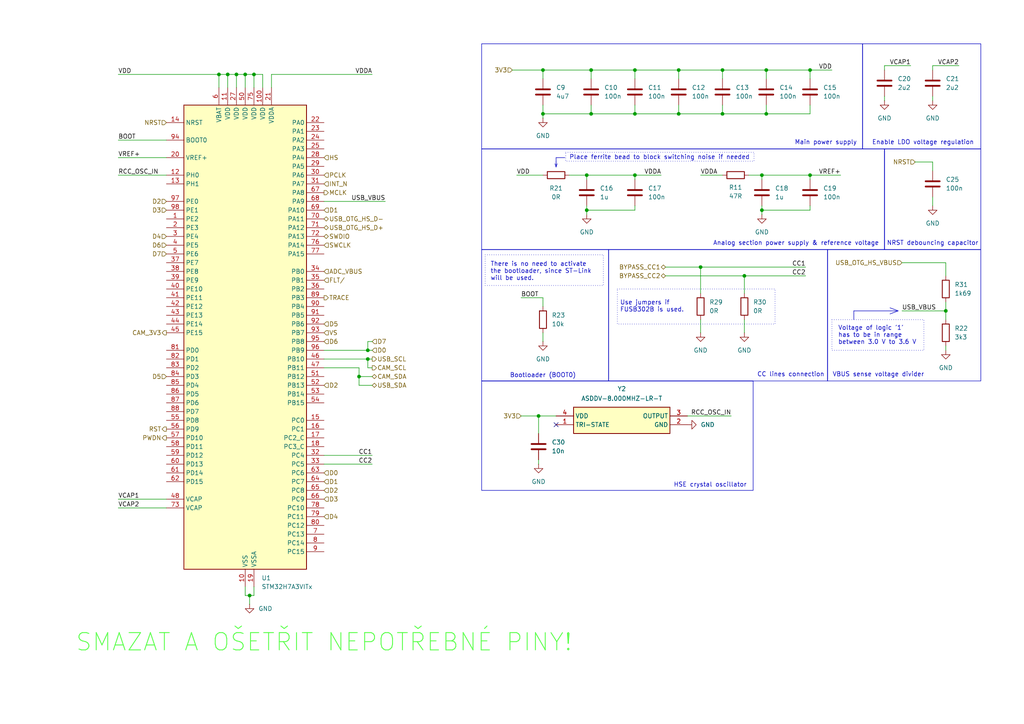
<source format=kicad_sch>
(kicad_sch
	(version 20231120)
	(generator "eeschema")
	(generator_version "8.0")
	(uuid "f83ac14a-23f7-41bc-9488-0874b6771d47")
	(paper "A4")
	(lib_symbols
		(symbol "Device:C"
			(pin_numbers hide)
			(pin_names
				(offset 0.254)
			)
			(exclude_from_sim no)
			(in_bom yes)
			(on_board yes)
			(property "Reference" "C"
				(at 0.635 2.54 0)
				(effects
					(font
						(size 1.27 1.27)
					)
					(justify left)
				)
			)
			(property "Value" "C"
				(at 0.635 -2.54 0)
				(effects
					(font
						(size 1.27 1.27)
					)
					(justify left)
				)
			)
			(property "Footprint" ""
				(at 0.9652 -3.81 0)
				(effects
					(font
						(size 1.27 1.27)
					)
					(hide yes)
				)
			)
			(property "Datasheet" "~"
				(at 0 0 0)
				(effects
					(font
						(size 1.27 1.27)
					)
					(hide yes)
				)
			)
			(property "Description" "Unpolarized capacitor"
				(at 0 0 0)
				(effects
					(font
						(size 1.27 1.27)
					)
					(hide yes)
				)
			)
			(property "ki_keywords" "cap capacitor"
				(at 0 0 0)
				(effects
					(font
						(size 1.27 1.27)
					)
					(hide yes)
				)
			)
			(property "ki_fp_filters" "C_*"
				(at 0 0 0)
				(effects
					(font
						(size 1.27 1.27)
					)
					(hide yes)
				)
			)
			(symbol "C_0_1"
				(polyline
					(pts
						(xy -2.032 -0.762) (xy 2.032 -0.762)
					)
					(stroke
						(width 0.508)
						(type default)
					)
					(fill
						(type none)
					)
				)
				(polyline
					(pts
						(xy -2.032 0.762) (xy 2.032 0.762)
					)
					(stroke
						(width 0.508)
						(type default)
					)
					(fill
						(type none)
					)
				)
			)
			(symbol "C_1_1"
				(pin passive line
					(at 0 3.81 270)
					(length 2.794)
					(name "~"
						(effects
							(font
								(size 1.27 1.27)
							)
						)
					)
					(number "1"
						(effects
							(font
								(size 1.27 1.27)
							)
						)
					)
				)
				(pin passive line
					(at 0 -3.81 90)
					(length 2.794)
					(name "~"
						(effects
							(font
								(size 1.27 1.27)
							)
						)
					)
					(number "2"
						(effects
							(font
								(size 1.27 1.27)
							)
						)
					)
				)
			)
		)
		(symbol "Device:R"
			(pin_numbers hide)
			(pin_names
				(offset 0)
			)
			(exclude_from_sim no)
			(in_bom yes)
			(on_board yes)
			(property "Reference" "R"
				(at 2.032 0 90)
				(effects
					(font
						(size 1.27 1.27)
					)
				)
			)
			(property "Value" "R"
				(at 0 0 90)
				(effects
					(font
						(size 1.27 1.27)
					)
				)
			)
			(property "Footprint" ""
				(at -1.778 0 90)
				(effects
					(font
						(size 1.27 1.27)
					)
					(hide yes)
				)
			)
			(property "Datasheet" "~"
				(at 0 0 0)
				(effects
					(font
						(size 1.27 1.27)
					)
					(hide yes)
				)
			)
			(property "Description" "Resistor"
				(at 0 0 0)
				(effects
					(font
						(size 1.27 1.27)
					)
					(hide yes)
				)
			)
			(property "ki_keywords" "R res resistor"
				(at 0 0 0)
				(effects
					(font
						(size 1.27 1.27)
					)
					(hide yes)
				)
			)
			(property "ki_fp_filters" "R_*"
				(at 0 0 0)
				(effects
					(font
						(size 1.27 1.27)
					)
					(hide yes)
				)
			)
			(symbol "R_0_1"
				(rectangle
					(start -1.016 -2.54)
					(end 1.016 2.54)
					(stroke
						(width 0.254)
						(type default)
					)
					(fill
						(type none)
					)
				)
			)
			(symbol "R_1_1"
				(pin passive line
					(at 0 3.81 270)
					(length 1.27)
					(name "~"
						(effects
							(font
								(size 1.27 1.27)
							)
						)
					)
					(number "1"
						(effects
							(font
								(size 1.27 1.27)
							)
						)
					)
				)
				(pin passive line
					(at 0 -3.81 90)
					(length 1.27)
					(name "~"
						(effects
							(font
								(size 1.27 1.27)
							)
						)
					)
					(number "2"
						(effects
							(font
								(size 1.27 1.27)
							)
						)
					)
				)
			)
		)
		(symbol "MCU_ST_STM32H7:STM32H7A3VITx"
			(exclude_from_sim no)
			(in_bom yes)
			(on_board yes)
			(property "Reference" "U"
				(at -17.78 69.85 0)
				(effects
					(font
						(size 1.27 1.27)
					)
					(justify left)
				)
			)
			(property "Value" "STM32H7A3VITx"
				(at 10.16 69.85 0)
				(effects
					(font
						(size 1.27 1.27)
					)
					(justify left)
				)
			)
			(property "Footprint" "Package_QFP:LQFP-100_14x14mm_P0.5mm"
				(at -17.78 -66.04 0)
				(effects
					(font
						(size 1.27 1.27)
					)
					(justify right)
					(hide yes)
				)
			)
			(property "Datasheet" "https://www.st.com/resource/en/datasheet/stm32h7a3vi.pdf"
				(at 0 0 0)
				(effects
					(font
						(size 1.27 1.27)
					)
					(hide yes)
				)
			)
			(property "Description" "STMicroelectronics Arm Cortex-M7 MCU, 2048KB flash, 1184KB RAM, 280 MHz, 1.62-3.6V, 82 GPIO, LQFP100"
				(at 0 0 0)
				(effects
					(font
						(size 1.27 1.27)
					)
					(hide yes)
				)
			)
			(property "ki_keywords" "Arm Cortex-M7 STM32H7 STM32H7A3/7B3"
				(at 0 0 0)
				(effects
					(font
						(size 1.27 1.27)
					)
					(hide yes)
				)
			)
			(property "ki_fp_filters" "LQFP*14x14mm*P0.5mm*"
				(at 0 0 0)
				(effects
					(font
						(size 1.27 1.27)
					)
					(hide yes)
				)
			)
			(symbol "STM32H7A3VITx_0_1"
				(rectangle
					(start -17.78 -66.04)
					(end 17.78 68.58)
					(stroke
						(width 0.254)
						(type default)
					)
					(fill
						(type background)
					)
				)
			)
			(symbol "STM32H7A3VITx_1_1"
				(pin bidirectional line
					(at -22.86 35.56 0)
					(length 5.08)
					(name "PE2"
						(effects
							(font
								(size 1.27 1.27)
							)
						)
					)
					(number "1"
						(effects
							(font
								(size 1.27 1.27)
							)
						)
					)
					(alternate "DEBUG_TRACECLK" bidirectional line)
					(alternate "FMC_A23" bidirectional line)
					(alternate "OCTOSPIM_P1_IO2" bidirectional line)
					(alternate "SAI1_CK1" bidirectional line)
					(alternate "SAI1_MCLK_A" bidirectional line)
					(alternate "SPI4_SCK" bidirectional line)
					(alternate "USART10_RX" bidirectional line)
				)
				(pin power_in line
					(at 0 -71.12 90)
					(length 5.08)
					(name "VSS"
						(effects
							(font
								(size 1.27 1.27)
							)
						)
					)
					(number "10"
						(effects
							(font
								(size 1.27 1.27)
							)
						)
					)
				)
				(pin power_in line
					(at 5.08 73.66 270)
					(length 5.08)
					(name "VDD"
						(effects
							(font
								(size 1.27 1.27)
							)
						)
					)
					(number "100"
						(effects
							(font
								(size 1.27 1.27)
							)
						)
					)
				)
				(pin power_in line
					(at -5.08 73.66 270)
					(length 5.08)
					(name "VDD"
						(effects
							(font
								(size 1.27 1.27)
							)
						)
					)
					(number "11"
						(effects
							(font
								(size 1.27 1.27)
							)
						)
					)
				)
				(pin bidirectional line
					(at -22.86 48.26 0)
					(length 5.08)
					(name "PH0"
						(effects
							(font
								(size 1.27 1.27)
							)
						)
					)
					(number "12"
						(effects
							(font
								(size 1.27 1.27)
							)
						)
					)
					(alternate "RCC_OSC_IN" bidirectional line)
				)
				(pin bidirectional line
					(at -22.86 45.72 0)
					(length 5.08)
					(name "PH1"
						(effects
							(font
								(size 1.27 1.27)
							)
						)
					)
					(number "13"
						(effects
							(font
								(size 1.27 1.27)
							)
						)
					)
					(alternate "RCC_OSC_OUT" bidirectional line)
				)
				(pin input line
					(at -22.86 63.5 0)
					(length 5.08)
					(name "NRST"
						(effects
							(font
								(size 1.27 1.27)
							)
						)
					)
					(number "14"
						(effects
							(font
								(size 1.27 1.27)
							)
						)
					)
				)
				(pin bidirectional line
					(at 22.86 -22.86 180)
					(length 5.08)
					(name "PC0"
						(effects
							(font
								(size 1.27 1.27)
							)
						)
					)
					(number "15"
						(effects
							(font
								(size 1.27 1.27)
							)
						)
					)
					(alternate "ADC1_INP10" bidirectional line)
					(alternate "ADC2_INP10" bidirectional line)
					(alternate "DFSDM1_CKIN0" bidirectional line)
					(alternate "DFSDM1_DATIN4" bidirectional line)
					(alternate "FMC_A25" bidirectional line)
					(alternate "FMC_SDNWE" bidirectional line)
					(alternate "LTDC_G2" bidirectional line)
					(alternate "LTDC_R5" bidirectional line)
					(alternate "SAI2_FS_B" bidirectional line)
					(alternate "USB_OTG_HS_ULPI_STP" bidirectional line)
				)
				(pin bidirectional line
					(at 22.86 -25.4 180)
					(length 5.08)
					(name "PC1"
						(effects
							(font
								(size 1.27 1.27)
							)
						)
					)
					(number "16"
						(effects
							(font
								(size 1.27 1.27)
							)
						)
					)
					(alternate "ADC1_INN10" bidirectional line)
					(alternate "ADC1_INP11" bidirectional line)
					(alternate "ADC2_INN10" bidirectional line)
					(alternate "ADC2_INP11" bidirectional line)
					(alternate "DEBUG_TRACED0" bidirectional line)
					(alternate "DFSDM1_CKIN4" bidirectional line)
					(alternate "DFSDM1_DATIN0" bidirectional line)
					(alternate "I2S2_SDO" bidirectional line)
					(alternate "LTDC_G5" bidirectional line)
					(alternate "MDIOS_MDC" bidirectional line)
					(alternate "OCTOSPIM_P1_IO4" bidirectional line)
					(alternate "PWR_WKUP6" bidirectional line)
					(alternate "RTC_TAMP3" bidirectional line)
					(alternate "SAI1_D1" bidirectional line)
					(alternate "SAI1_SD_A" bidirectional line)
					(alternate "SDMMC2_CK" bidirectional line)
					(alternate "SPI2_MOSI" bidirectional line)
				)
				(pin bidirectional line
					(at 22.86 -27.94 180)
					(length 5.08)
					(name "PC2_C"
						(effects
							(font
								(size 1.27 1.27)
							)
						)
					)
					(number "17"
						(effects
							(font
								(size 1.27 1.27)
							)
						)
					)
					(alternate "ADC2_INN1" bidirectional line)
					(alternate "ADC2_INP0" bidirectional line)
					(alternate "DFSDM1_CKIN1" bidirectional line)
					(alternate "DFSDM1_CKOUT" bidirectional line)
					(alternate "FMC_SDNE0" bidirectional line)
					(alternate "I2S2_SDI" bidirectional line)
					(alternate "OCTOSPIM_P1_IO2" bidirectional line)
					(alternate "OCTOSPIM_P1_IO5" bidirectional line)
					(alternate "PWR_CSTOP" bidirectional line)
					(alternate "SPI2_MISO" bidirectional line)
					(alternate "USB_OTG_HS_ULPI_DIR" bidirectional line)
				)
				(pin bidirectional line
					(at 22.86 -30.48 180)
					(length 5.08)
					(name "PC3_C"
						(effects
							(font
								(size 1.27 1.27)
							)
						)
					)
					(number "18"
						(effects
							(font
								(size 1.27 1.27)
							)
						)
					)
					(alternate "ADC2_INP1" bidirectional line)
					(alternate "DFSDM1_DATIN1" bidirectional line)
					(alternate "FMC_SDCKE0" bidirectional line)
					(alternate "I2S2_SDO" bidirectional line)
					(alternate "OCTOSPIM_P1_IO0" bidirectional line)
					(alternate "OCTOSPIM_P1_IO6" bidirectional line)
					(alternate "PWR_CSLEEP" bidirectional line)
					(alternate "SPI2_MOSI" bidirectional line)
					(alternate "USB_OTG_HS_ULPI_NXT" bidirectional line)
				)
				(pin power_in line
					(at 2.54 -71.12 90)
					(length 5.08)
					(name "VSSA"
						(effects
							(font
								(size 1.27 1.27)
							)
						)
					)
					(number "19"
						(effects
							(font
								(size 1.27 1.27)
							)
						)
					)
				)
				(pin bidirectional line
					(at -22.86 33.02 0)
					(length 5.08)
					(name "PE3"
						(effects
							(font
								(size 1.27 1.27)
							)
						)
					)
					(number "2"
						(effects
							(font
								(size 1.27 1.27)
							)
						)
					)
					(alternate "DEBUG_TRACED0" bidirectional line)
					(alternate "FMC_A19" bidirectional line)
					(alternate "SAI1_SD_B" bidirectional line)
					(alternate "TIM15_BKIN" bidirectional line)
					(alternate "USART10_TX" bidirectional line)
				)
				(pin input line
					(at -22.86 53.34 0)
					(length 5.08)
					(name "VREF+"
						(effects
							(font
								(size 1.27 1.27)
							)
						)
					)
					(number "20"
						(effects
							(font
								(size 1.27 1.27)
							)
						)
					)
					(alternate "VREFBUF_OUT" bidirectional line)
				)
				(pin power_in line
					(at 7.62 73.66 270)
					(length 5.08)
					(name "VDDA"
						(effects
							(font
								(size 1.27 1.27)
							)
						)
					)
					(number "21"
						(effects
							(font
								(size 1.27 1.27)
							)
						)
					)
				)
				(pin bidirectional line
					(at 22.86 63.5 180)
					(length 5.08)
					(name "PA0"
						(effects
							(font
								(size 1.27 1.27)
							)
						)
					)
					(number "22"
						(effects
							(font
								(size 1.27 1.27)
							)
						)
					)
					(alternate "ADC1_INP16" bidirectional line)
					(alternate "I2S6_WS" bidirectional line)
					(alternate "PWR_WKUP1" bidirectional line)
					(alternate "SAI2_SD_B" bidirectional line)
					(alternate "SDMMC2_CMD" bidirectional line)
					(alternate "SPI6_NSS" bidirectional line)
					(alternate "TIM15_BKIN" bidirectional line)
					(alternate "TIM2_CH1" bidirectional line)
					(alternate "TIM2_ETR" bidirectional line)
					(alternate "TIM5_CH1" bidirectional line)
					(alternate "TIM8_ETR" bidirectional line)
					(alternate "UART4_TX" bidirectional line)
					(alternate "USART2_CTS" bidirectional line)
					(alternate "USART2_NSS" bidirectional line)
				)
				(pin bidirectional line
					(at 22.86 60.96 180)
					(length 5.08)
					(name "PA1"
						(effects
							(font
								(size 1.27 1.27)
							)
						)
					)
					(number "23"
						(effects
							(font
								(size 1.27 1.27)
							)
						)
					)
					(alternate "ADC1_INN16" bidirectional line)
					(alternate "ADC1_INP17" bidirectional line)
					(alternate "LPTIM3_OUT" bidirectional line)
					(alternate "LTDC_R2" bidirectional line)
					(alternate "OCTOSPIM_P1_DQS" bidirectional line)
					(alternate "OCTOSPIM_P1_IO3" bidirectional line)
					(alternate "SAI2_MCLK_B" bidirectional line)
					(alternate "TIM15_CH1N" bidirectional line)
					(alternate "TIM2_CH2" bidirectional line)
					(alternate "TIM5_CH2" bidirectional line)
					(alternate "UART4_RX" bidirectional line)
					(alternate "USART2_DE" bidirectional line)
					(alternate "USART2_RTS" bidirectional line)
				)
				(pin bidirectional line
					(at 22.86 58.42 180)
					(length 5.08)
					(name "PA2"
						(effects
							(font
								(size 1.27 1.27)
							)
						)
					)
					(number "24"
						(effects
							(font
								(size 1.27 1.27)
							)
						)
					)
					(alternate "ADC1_INP14" bidirectional line)
					(alternate "DFSDM2_CKIN1" bidirectional line)
					(alternate "LTDC_R1" bidirectional line)
					(alternate "MDIOS_MDIO" bidirectional line)
					(alternate "PWR_WKUP2" bidirectional line)
					(alternate "SAI2_SCK_B" bidirectional line)
					(alternate "TIM15_CH1" bidirectional line)
					(alternate "TIM2_CH3" bidirectional line)
					(alternate "TIM5_CH3" bidirectional line)
					(alternate "USART2_TX" bidirectional line)
				)
				(pin bidirectional line
					(at 22.86 55.88 180)
					(length 5.08)
					(name "PA3"
						(effects
							(font
								(size 1.27 1.27)
							)
						)
					)
					(number "25"
						(effects
							(font
								(size 1.27 1.27)
							)
						)
					)
					(alternate "ADC1_INP15" bidirectional line)
					(alternate "I2S6_MCK" bidirectional line)
					(alternate "LTDC_B2" bidirectional line)
					(alternate "LTDC_B5" bidirectional line)
					(alternate "OCTOSPIM_P1_CLK" bidirectional line)
					(alternate "TIM15_CH2" bidirectional line)
					(alternate "TIM2_CH4" bidirectional line)
					(alternate "TIM5_CH4" bidirectional line)
					(alternate "USART2_RX" bidirectional line)
					(alternate "USB_OTG_HS_ULPI_D0" bidirectional line)
				)
				(pin passive line
					(at 0 -71.12 90)
					(length 5.08) hide
					(name "VSS"
						(effects
							(font
								(size 1.27 1.27)
							)
						)
					)
					(number "26"
						(effects
							(font
								(size 1.27 1.27)
							)
						)
					)
				)
				(pin power_in line
					(at -2.54 73.66 270)
					(length 5.08)
					(name "VDD"
						(effects
							(font
								(size 1.27 1.27)
							)
						)
					)
					(number "27"
						(effects
							(font
								(size 1.27 1.27)
							)
						)
					)
				)
				(pin bidirectional line
					(at 22.86 53.34 180)
					(length 5.08)
					(name "PA4"
						(effects
							(font
								(size 1.27 1.27)
							)
						)
					)
					(number "28"
						(effects
							(font
								(size 1.27 1.27)
							)
						)
					)
					(alternate "ADC1_INP18" bidirectional line)
					(alternate "DAC1_OUT1" bidirectional line)
					(alternate "DCMI_HSYNC" bidirectional line)
					(alternate "I2S1_WS" bidirectional line)
					(alternate "I2S3_WS" bidirectional line)
					(alternate "I2S6_WS" bidirectional line)
					(alternate "LTDC_VSYNC" bidirectional line)
					(alternate "PSSI_DE" bidirectional line)
					(alternate "SPI1_NSS" bidirectional line)
					(alternate "SPI3_NSS" bidirectional line)
					(alternate "SPI6_NSS" bidirectional line)
					(alternate "TIM5_ETR" bidirectional line)
					(alternate "USART2_CK" bidirectional line)
				)
				(pin bidirectional line
					(at 22.86 50.8 180)
					(length 5.08)
					(name "PA5"
						(effects
							(font
								(size 1.27 1.27)
							)
						)
					)
					(number "29"
						(effects
							(font
								(size 1.27 1.27)
							)
						)
					)
					(alternate "ADC1_INN18" bidirectional line)
					(alternate "ADC1_INP19" bidirectional line)
					(alternate "DAC1_OUT2" bidirectional line)
					(alternate "I2S1_CK" bidirectional line)
					(alternate "I2S6_CK" bidirectional line)
					(alternate "LTDC_R4" bidirectional line)
					(alternate "PSSI_D14" bidirectional line)
					(alternate "PWR_NDSTOP2" bidirectional line)
					(alternate "SPI1_SCK" bidirectional line)
					(alternate "SPI6_SCK" bidirectional line)
					(alternate "TIM2_CH1" bidirectional line)
					(alternate "TIM2_ETR" bidirectional line)
					(alternate "TIM8_CH1N" bidirectional line)
					(alternate "USB_OTG_HS_ULPI_CK" bidirectional line)
				)
				(pin bidirectional line
					(at -22.86 30.48 0)
					(length 5.08)
					(name "PE4"
						(effects
							(font
								(size 1.27 1.27)
							)
						)
					)
					(number "3"
						(effects
							(font
								(size 1.27 1.27)
							)
						)
					)
					(alternate "DCMI_D4" bidirectional line)
					(alternate "DEBUG_TRACED1" bidirectional line)
					(alternate "DFSDM1_DATIN3" bidirectional line)
					(alternate "FMC_A20" bidirectional line)
					(alternate "LTDC_B0" bidirectional line)
					(alternate "PSSI_D4" bidirectional line)
					(alternate "SAI1_D2" bidirectional line)
					(alternate "SAI1_FS_A" bidirectional line)
					(alternate "SPI4_NSS" bidirectional line)
					(alternate "TIM15_CH1N" bidirectional line)
				)
				(pin bidirectional line
					(at 22.86 48.26 180)
					(length 5.08)
					(name "PA6"
						(effects
							(font
								(size 1.27 1.27)
							)
						)
					)
					(number "30"
						(effects
							(font
								(size 1.27 1.27)
							)
						)
					)
					(alternate "ADC1_INP3" bidirectional line)
					(alternate "ADC2_INP3" bidirectional line)
					(alternate "DAC2_OUT1" bidirectional line)
					(alternate "DCMI_PIXCLK" bidirectional line)
					(alternate "I2S1_SDI" bidirectional line)
					(alternate "I2S6_SDI" bidirectional line)
					(alternate "LTDC_G2" bidirectional line)
					(alternate "MDIOS_MDC" bidirectional line)
					(alternate "OCTOSPIM_P1_IO3" bidirectional line)
					(alternate "PSSI_PDCK" bidirectional line)
					(alternate "SPI1_MISO" bidirectional line)
					(alternate "SPI6_MISO" bidirectional line)
					(alternate "TIM13_CH1" bidirectional line)
					(alternate "TIM1_BKIN" bidirectional line)
					(alternate "TIM1_BKIN_COMP1" bidirectional line)
					(alternate "TIM1_BKIN_COMP2" bidirectional line)
					(alternate "TIM3_CH1" bidirectional line)
					(alternate "TIM8_BKIN" bidirectional line)
					(alternate "TIM8_BKIN_COMP1" bidirectional line)
					(alternate "TIM8_BKIN_COMP2" bidirectional line)
				)
				(pin bidirectional line
					(at 22.86 45.72 180)
					(length 5.08)
					(name "PA7"
						(effects
							(font
								(size 1.27 1.27)
							)
						)
					)
					(number "31"
						(effects
							(font
								(size 1.27 1.27)
							)
						)
					)
					(alternate "ADC1_INN3" bidirectional line)
					(alternate "ADC1_INP7" bidirectional line)
					(alternate "ADC2_INN3" bidirectional line)
					(alternate "ADC2_INP7" bidirectional line)
					(alternate "DFSDM2_DATIN1" bidirectional line)
					(alternate "FMC_SDNWE" bidirectional line)
					(alternate "I2S1_SDO" bidirectional line)
					(alternate "I2S6_SDO" bidirectional line)
					(alternate "LTDC_VSYNC" bidirectional line)
					(alternate "OCTOSPIM_P1_IO2" bidirectional line)
					(alternate "OPAMP1_VINM" bidirectional line)
					(alternate "SPI1_MOSI" bidirectional line)
					(alternate "SPI6_MOSI" bidirectional line)
					(alternate "TIM14_CH1" bidirectional line)
					(alternate "TIM1_CH1N" bidirectional line)
					(alternate "TIM3_CH2" bidirectional line)
					(alternate "TIM8_CH1N" bidirectional line)
				)
				(pin bidirectional line
					(at 22.86 -33.02 180)
					(length 5.08)
					(name "PC4"
						(effects
							(font
								(size 1.27 1.27)
							)
						)
					)
					(number "32"
						(effects
							(font
								(size 1.27 1.27)
							)
						)
					)
					(alternate "ADC1_INP4" bidirectional line)
					(alternate "ADC2_INP4" bidirectional line)
					(alternate "COMP1_INM" bidirectional line)
					(alternate "DFSDM1_CKIN2" bidirectional line)
					(alternate "FMC_SDNE0" bidirectional line)
					(alternate "I2S1_MCK" bidirectional line)
					(alternate "LTDC_R7" bidirectional line)
					(alternate "OPAMP1_VOUT" bidirectional line)
					(alternate "SPDIFRX_IN2" bidirectional line)
				)
				(pin bidirectional line
					(at 22.86 -35.56 180)
					(length 5.08)
					(name "PC5"
						(effects
							(font
								(size 1.27 1.27)
							)
						)
					)
					(number "33"
						(effects
							(font
								(size 1.27 1.27)
							)
						)
					)
					(alternate "ADC1_INN4" bidirectional line)
					(alternate "ADC1_INP8" bidirectional line)
					(alternate "ADC2_INN4" bidirectional line)
					(alternate "ADC2_INP8" bidirectional line)
					(alternate "COMP1_OUT" bidirectional line)
					(alternate "DFSDM1_DATIN2" bidirectional line)
					(alternate "FMC_SDCKE0" bidirectional line)
					(alternate "LTDC_DE" bidirectional line)
					(alternate "OCTOSPIM_P1_DQS" bidirectional line)
					(alternate "OPAMP1_VINM" bidirectional line)
					(alternate "PSSI_D15" bidirectional line)
					(alternate "SAI1_D3" bidirectional line)
					(alternate "SPDIFRX_IN3" bidirectional line)
				)
				(pin bidirectional line
					(at 22.86 20.32 180)
					(length 5.08)
					(name "PB0"
						(effects
							(font
								(size 1.27 1.27)
							)
						)
					)
					(number "34"
						(effects
							(font
								(size 1.27 1.27)
							)
						)
					)
					(alternate "ADC1_INN5" bidirectional line)
					(alternate "ADC1_INP9" bidirectional line)
					(alternate "ADC2_INN5" bidirectional line)
					(alternate "ADC2_INP9" bidirectional line)
					(alternate "COMP1_INP" bidirectional line)
					(alternate "DFSDM1_CKOUT" bidirectional line)
					(alternate "DFSDM2_CKOUT" bidirectional line)
					(alternate "LTDC_G1" bidirectional line)
					(alternate "LTDC_R3" bidirectional line)
					(alternate "OCTOSPIM_P1_IO1" bidirectional line)
					(alternate "OPAMP1_VINP" bidirectional line)
					(alternate "TIM1_CH2N" bidirectional line)
					(alternate "TIM3_CH3" bidirectional line)
					(alternate "TIM8_CH2N" bidirectional line)
					(alternate "UART4_CTS" bidirectional line)
					(alternate "USB_OTG_HS_ULPI_D1" bidirectional line)
				)
				(pin bidirectional line
					(at 22.86 17.78 180)
					(length 5.08)
					(name "PB1"
						(effects
							(font
								(size 1.27 1.27)
							)
						)
					)
					(number "35"
						(effects
							(font
								(size 1.27 1.27)
							)
						)
					)
					(alternate "ADC1_INP5" bidirectional line)
					(alternate "ADC2_INP5" bidirectional line)
					(alternate "COMP1_INM" bidirectional line)
					(alternate "DFSDM1_DATIN1" bidirectional line)
					(alternate "LTDC_G0" bidirectional line)
					(alternate "LTDC_R6" bidirectional line)
					(alternate "OCTOSPIM_P1_IO0" bidirectional line)
					(alternate "TIM1_CH3N" bidirectional line)
					(alternate "TIM3_CH4" bidirectional line)
					(alternate "TIM8_CH3N" bidirectional line)
					(alternate "USB_OTG_HS_ULPI_D2" bidirectional line)
				)
				(pin bidirectional line
					(at 22.86 15.24 180)
					(length 5.08)
					(name "PB2"
						(effects
							(font
								(size 1.27 1.27)
							)
						)
					)
					(number "36"
						(effects
							(font
								(size 1.27 1.27)
							)
						)
					)
					(alternate "COMP1_INP" bidirectional line)
					(alternate "DFSDM1_CKIN1" bidirectional line)
					(alternate "I2S3_SDO" bidirectional line)
					(alternate "OCTOSPIM_P1_CLK" bidirectional line)
					(alternate "OCTOSPIM_P1_DQS" bidirectional line)
					(alternate "RTC_OUT_ALARM" bidirectional line)
					(alternate "RTC_OUT_CALIB" bidirectional line)
					(alternate "SAI1_D1" bidirectional line)
					(alternate "SAI1_SD_A" bidirectional line)
					(alternate "SPI3_MOSI" bidirectional line)
				)
				(pin bidirectional line
					(at -22.86 22.86 0)
					(length 5.08)
					(name "PE7"
						(effects
							(font
								(size 1.27 1.27)
							)
						)
					)
					(number "37"
						(effects
							(font
								(size 1.27 1.27)
							)
						)
					)
					(alternate "COMP2_INM" bidirectional line)
					(alternate "DFSDM1_DATIN2" bidirectional line)
					(alternate "FMC_D4" bidirectional line)
					(alternate "FMC_DA4" bidirectional line)
					(alternate "OCTOSPIM_P1_IO4" bidirectional line)
					(alternate "OPAMP2_VOUT" bidirectional line)
					(alternate "TIM1_ETR" bidirectional line)
					(alternate "UART7_RX" bidirectional line)
				)
				(pin bidirectional line
					(at -22.86 20.32 0)
					(length 5.08)
					(name "PE8"
						(effects
							(font
								(size 1.27 1.27)
							)
						)
					)
					(number "38"
						(effects
							(font
								(size 1.27 1.27)
							)
						)
					)
					(alternate "COMP2_OUT" bidirectional line)
					(alternate "DFSDM1_CKIN2" bidirectional line)
					(alternate "FMC_D5" bidirectional line)
					(alternate "FMC_DA5" bidirectional line)
					(alternate "OCTOSPIM_P1_IO5" bidirectional line)
					(alternate "OPAMP2_VINM" bidirectional line)
					(alternate "TIM1_CH1N" bidirectional line)
					(alternate "UART7_TX" bidirectional line)
				)
				(pin bidirectional line
					(at -22.86 17.78 0)
					(length 5.08)
					(name "PE9"
						(effects
							(font
								(size 1.27 1.27)
							)
						)
					)
					(number "39"
						(effects
							(font
								(size 1.27 1.27)
							)
						)
					)
					(alternate "COMP2_INP" bidirectional line)
					(alternate "DAC1_EXTI9" bidirectional line)
					(alternate "DFSDM1_CKOUT" bidirectional line)
					(alternate "FMC_D6" bidirectional line)
					(alternate "FMC_DA6" bidirectional line)
					(alternate "OCTOSPIM_P1_IO6" bidirectional line)
					(alternate "OPAMP2_VINP" bidirectional line)
					(alternate "TIM1_CH1" bidirectional line)
					(alternate "UART7_DE" bidirectional line)
					(alternate "UART7_RTS" bidirectional line)
				)
				(pin bidirectional line
					(at -22.86 27.94 0)
					(length 5.08)
					(name "PE5"
						(effects
							(font
								(size 1.27 1.27)
							)
						)
					)
					(number "4"
						(effects
							(font
								(size 1.27 1.27)
							)
						)
					)
					(alternate "DCMI_D6" bidirectional line)
					(alternate "DEBUG_TRACED2" bidirectional line)
					(alternate "DFSDM1_CKIN3" bidirectional line)
					(alternate "FMC_A21" bidirectional line)
					(alternate "LTDC_G0" bidirectional line)
					(alternate "PSSI_D6" bidirectional line)
					(alternate "SAI1_CK2" bidirectional line)
					(alternate "SAI1_SCK_A" bidirectional line)
					(alternate "SPI4_MISO" bidirectional line)
					(alternate "TIM15_CH1" bidirectional line)
				)
				(pin bidirectional line
					(at -22.86 15.24 0)
					(length 5.08)
					(name "PE10"
						(effects
							(font
								(size 1.27 1.27)
							)
						)
					)
					(number "40"
						(effects
							(font
								(size 1.27 1.27)
							)
						)
					)
					(alternate "COMP2_INM" bidirectional line)
					(alternate "DFSDM1_DATIN4" bidirectional line)
					(alternate "FMC_D7" bidirectional line)
					(alternate "FMC_DA7" bidirectional line)
					(alternate "OCTOSPIM_P1_IO7" bidirectional line)
					(alternate "TIM1_CH2N" bidirectional line)
					(alternate "UART7_CTS" bidirectional line)
				)
				(pin bidirectional line
					(at -22.86 12.7 0)
					(length 5.08)
					(name "PE11"
						(effects
							(font
								(size 1.27 1.27)
							)
						)
					)
					(number "41"
						(effects
							(font
								(size 1.27 1.27)
							)
						)
					)
					(alternate "ADC1_EXTI11" bidirectional line)
					(alternate "ADC2_EXTI11" bidirectional line)
					(alternate "COMP2_INP" bidirectional line)
					(alternate "DFSDM1_CKIN4" bidirectional line)
					(alternate "FMC_D8" bidirectional line)
					(alternate "FMC_DA8" bidirectional line)
					(alternate "LTDC_G3" bidirectional line)
					(alternate "OCTOSPIM_P1_NCS" bidirectional line)
					(alternate "SAI2_SD_B" bidirectional line)
					(alternate "SPI4_NSS" bidirectional line)
					(alternate "TIM1_CH2" bidirectional line)
				)
				(pin bidirectional line
					(at -22.86 10.16 0)
					(length 5.08)
					(name "PE12"
						(effects
							(font
								(size 1.27 1.27)
							)
						)
					)
					(number "42"
						(effects
							(font
								(size 1.27 1.27)
							)
						)
					)
					(alternate "COMP1_OUT" bidirectional line)
					(alternate "DFSDM1_DATIN5" bidirectional line)
					(alternate "FMC_D9" bidirectional line)
					(alternate "FMC_DA9" bidirectional line)
					(alternate "LTDC_B4" bidirectional line)
					(alternate "SAI2_SCK_B" bidirectional line)
					(alternate "SPI4_SCK" bidirectional line)
					(alternate "TIM1_CH3N" bidirectional line)
				)
				(pin bidirectional line
					(at -22.86 7.62 0)
					(length 5.08)
					(name "PE13"
						(effects
							(font
								(size 1.27 1.27)
							)
						)
					)
					(number "43"
						(effects
							(font
								(size 1.27 1.27)
							)
						)
					)
					(alternate "COMP2_OUT" bidirectional line)
					(alternate "DFSDM1_CKIN5" bidirectional line)
					(alternate "FMC_D10" bidirectional line)
					(alternate "FMC_DA10" bidirectional line)
					(alternate "LTDC_DE" bidirectional line)
					(alternate "SAI2_FS_B" bidirectional line)
					(alternate "SPI4_MISO" bidirectional line)
					(alternate "TIM1_CH3" bidirectional line)
				)
				(pin bidirectional line
					(at -22.86 5.08 0)
					(length 5.08)
					(name "PE14"
						(effects
							(font
								(size 1.27 1.27)
							)
						)
					)
					(number "44"
						(effects
							(font
								(size 1.27 1.27)
							)
						)
					)
					(alternate "FMC_D11" bidirectional line)
					(alternate "FMC_DA11" bidirectional line)
					(alternate "LTDC_CLK" bidirectional line)
					(alternate "SAI2_MCLK_B" bidirectional line)
					(alternate "SPI4_MOSI" bidirectional line)
					(alternate "TIM1_CH4" bidirectional line)
				)
				(pin bidirectional line
					(at -22.86 2.54 0)
					(length 5.08)
					(name "PE15"
						(effects
							(font
								(size 1.27 1.27)
							)
						)
					)
					(number "45"
						(effects
							(font
								(size 1.27 1.27)
							)
						)
					)
					(alternate "ADC1_EXTI15" bidirectional line)
					(alternate "ADC2_EXTI15" bidirectional line)
					(alternate "FMC_D12" bidirectional line)
					(alternate "FMC_DA12" bidirectional line)
					(alternate "LTDC_R7" bidirectional line)
					(alternate "TIM1_BKIN" bidirectional line)
					(alternate "TIM1_BKIN_COMP1" bidirectional line)
					(alternate "TIM1_BKIN_COMP2" bidirectional line)
					(alternate "USART10_CK" bidirectional line)
				)
				(pin bidirectional line
					(at 22.86 -5.08 180)
					(length 5.08)
					(name "PB10"
						(effects
							(font
								(size 1.27 1.27)
							)
						)
					)
					(number "46"
						(effects
							(font
								(size 1.27 1.27)
							)
						)
					)
					(alternate "DFSDM1_DATIN7" bidirectional line)
					(alternate "I2C2_SCL" bidirectional line)
					(alternate "I2S2_CK" bidirectional line)
					(alternate "LPTIM2_IN1" bidirectional line)
					(alternate "LTDC_G4" bidirectional line)
					(alternate "OCTOSPIM_P1_NCS" bidirectional line)
					(alternate "SPI2_SCK" bidirectional line)
					(alternate "TIM2_CH3" bidirectional line)
					(alternate "USART3_TX" bidirectional line)
					(alternate "USB_OTG_HS_ULPI_D3" bidirectional line)
				)
				(pin bidirectional line
					(at 22.86 -7.62 180)
					(length 5.08)
					(name "PB11"
						(effects
							(font
								(size 1.27 1.27)
							)
						)
					)
					(number "47"
						(effects
							(font
								(size 1.27 1.27)
							)
						)
					)
					(alternate "ADC1_EXTI11" bidirectional line)
					(alternate "ADC2_EXTI11" bidirectional line)
					(alternate "DFSDM1_CKIN7" bidirectional line)
					(alternate "I2C2_SDA" bidirectional line)
					(alternate "LPTIM2_ETR" bidirectional line)
					(alternate "LTDC_G5" bidirectional line)
					(alternate "TIM2_CH4" bidirectional line)
					(alternate "USART3_RX" bidirectional line)
					(alternate "USB_OTG_HS_ULPI_D4" bidirectional line)
				)
				(pin power_out line
					(at -22.86 -45.72 0)
					(length 5.08)
					(name "VCAP"
						(effects
							(font
								(size 1.27 1.27)
							)
						)
					)
					(number "48"
						(effects
							(font
								(size 1.27 1.27)
							)
						)
					)
				)
				(pin passive line
					(at 0 -71.12 90)
					(length 5.08) hide
					(name "VSS"
						(effects
							(font
								(size 1.27 1.27)
							)
						)
					)
					(number "49"
						(effects
							(font
								(size 1.27 1.27)
							)
						)
					)
				)
				(pin bidirectional line
					(at -22.86 25.4 0)
					(length 5.08)
					(name "PE6"
						(effects
							(font
								(size 1.27 1.27)
							)
						)
					)
					(number "5"
						(effects
							(font
								(size 1.27 1.27)
							)
						)
					)
					(alternate "DCMI_D7" bidirectional line)
					(alternate "DEBUG_TRACED3" bidirectional line)
					(alternate "FMC_A22" bidirectional line)
					(alternate "LTDC_G1" bidirectional line)
					(alternate "PSSI_D7" bidirectional line)
					(alternate "SAI1_D1" bidirectional line)
					(alternate "SAI1_SD_A" bidirectional line)
					(alternate "SAI2_MCLK_B" bidirectional line)
					(alternate "SPI4_MOSI" bidirectional line)
					(alternate "TIM15_CH2" bidirectional line)
					(alternate "TIM1_BKIN2" bidirectional line)
					(alternate "TIM1_BKIN2_COMP1" bidirectional line)
					(alternate "TIM1_BKIN2_COMP2" bidirectional line)
				)
				(pin power_in line
					(at 0 73.66 270)
					(length 5.08)
					(name "VDD"
						(effects
							(font
								(size 1.27 1.27)
							)
						)
					)
					(number "50"
						(effects
							(font
								(size 1.27 1.27)
							)
						)
					)
				)
				(pin bidirectional line
					(at 22.86 -10.16 180)
					(length 5.08)
					(name "PB12"
						(effects
							(font
								(size 1.27 1.27)
							)
						)
					)
					(number "51"
						(effects
							(font
								(size 1.27 1.27)
							)
						)
					)
					(alternate "DFSDM1_DATIN1" bidirectional line)
					(alternate "DFSDM2_DATIN1" bidirectional line)
					(alternate "FDCAN2_RX" bidirectional line)
					(alternate "I2C2_SMBA" bidirectional line)
					(alternate "I2S2_WS" bidirectional line)
					(alternate "OCTOSPIM_P1_NCLK" bidirectional line)
					(alternate "SPI2_NSS" bidirectional line)
					(alternate "TIM1_BKIN" bidirectional line)
					(alternate "TIM1_BKIN_COMP1" bidirectional line)
					(alternate "TIM1_BKIN_COMP2" bidirectional line)
					(alternate "UART5_RX" bidirectional line)
					(alternate "USART3_CK" bidirectional line)
					(alternate "USB_OTG_HS_ULPI_D5" bidirectional line)
				)
				(pin bidirectional line
					(at 22.86 -12.7 180)
					(length 5.08)
					(name "PB13"
						(effects
							(font
								(size 1.27 1.27)
							)
						)
					)
					(number "52"
						(effects
							(font
								(size 1.27 1.27)
							)
						)
					)
					(alternate "DCMI_D2" bidirectional line)
					(alternate "DFSDM1_CKIN1" bidirectional line)
					(alternate "DFSDM2_CKIN1" bidirectional line)
					(alternate "FDCAN2_TX" bidirectional line)
					(alternate "I2S2_CK" bidirectional line)
					(alternate "LPTIM2_OUT" bidirectional line)
					(alternate "PSSI_D2" bidirectional line)
					(alternate "SDMMC1_D0" bidirectional line)
					(alternate "SPI2_SCK" bidirectional line)
					(alternate "TIM1_CH1N" bidirectional line)
					(alternate "UART5_TX" bidirectional line)
					(alternate "USART3_CTS" bidirectional line)
					(alternate "USART3_NSS" bidirectional line)
					(alternate "USB_OTG_HS_ULPI_D6" bidirectional line)
				)
				(pin bidirectional line
					(at 22.86 -15.24 180)
					(length 5.08)
					(name "PB14"
						(effects
							(font
								(size 1.27 1.27)
							)
						)
					)
					(number "53"
						(effects
							(font
								(size 1.27 1.27)
							)
						)
					)
					(alternate "DFSDM1_DATIN2" bidirectional line)
					(alternate "I2S2_SDI" bidirectional line)
					(alternate "LTDC_CLK" bidirectional line)
					(alternate "SDMMC2_D0" bidirectional line)
					(alternate "SPI2_MISO" bidirectional line)
					(alternate "TIM12_CH1" bidirectional line)
					(alternate "TIM1_CH2N" bidirectional line)
					(alternate "TIM8_CH2N" bidirectional line)
					(alternate "UART4_DE" bidirectional line)
					(alternate "UART4_RTS" bidirectional line)
					(alternate "USART1_TX" bidirectional line)
					(alternate "USART3_DE" bidirectional line)
					(alternate "USART3_RTS" bidirectional line)
				)
				(pin bidirectional line
					(at 22.86 -17.78 180)
					(length 5.08)
					(name "PB15"
						(effects
							(font
								(size 1.27 1.27)
							)
						)
					)
					(number "54"
						(effects
							(font
								(size 1.27 1.27)
							)
						)
					)
					(alternate "ADC1_EXTI15" bidirectional line)
					(alternate "ADC2_EXTI15" bidirectional line)
					(alternate "DFSDM1_CKIN2" bidirectional line)
					(alternate "I2S2_SDO" bidirectional line)
					(alternate "LTDC_G7" bidirectional line)
					(alternate "RTC_REFIN" bidirectional line)
					(alternate "SDMMC2_D1" bidirectional line)
					(alternate "SPI2_MOSI" bidirectional line)
					(alternate "TIM12_CH2" bidirectional line)
					(alternate "TIM1_CH3N" bidirectional line)
					(alternate "TIM8_CH3N" bidirectional line)
					(alternate "UART4_CTS" bidirectional line)
					(alternate "USART1_RX" bidirectional line)
				)
				(pin bidirectional line
					(at -22.86 -22.86 0)
					(length 5.08)
					(name "PD8"
						(effects
							(font
								(size 1.27 1.27)
							)
						)
					)
					(number "55"
						(effects
							(font
								(size 1.27 1.27)
							)
						)
					)
					(alternate "DFSDM1_CKIN3" bidirectional line)
					(alternate "FMC_D13" bidirectional line)
					(alternate "FMC_DA13" bidirectional line)
					(alternate "SPDIFRX_IN1" bidirectional line)
					(alternate "USART3_TX" bidirectional line)
				)
				(pin bidirectional line
					(at -22.86 -25.4 0)
					(length 5.08)
					(name "PD9"
						(effects
							(font
								(size 1.27 1.27)
							)
						)
					)
					(number "56"
						(effects
							(font
								(size 1.27 1.27)
							)
						)
					)
					(alternate "DAC1_EXTI9" bidirectional line)
					(alternate "DFSDM1_DATIN3" bidirectional line)
					(alternate "FMC_D14" bidirectional line)
					(alternate "FMC_DA14" bidirectional line)
					(alternate "USART3_RX" bidirectional line)
				)
				(pin bidirectional line
					(at -22.86 -27.94 0)
					(length 5.08)
					(name "PD10"
						(effects
							(font
								(size 1.27 1.27)
							)
						)
					)
					(number "57"
						(effects
							(font
								(size 1.27 1.27)
							)
						)
					)
					(alternate "DFSDM1_CKOUT" bidirectional line)
					(alternate "DFSDM2_CKOUT" bidirectional line)
					(alternate "FMC_D15" bidirectional line)
					(alternate "FMC_DA15" bidirectional line)
					(alternate "LTDC_B3" bidirectional line)
					(alternate "USART3_CK" bidirectional line)
				)
				(pin bidirectional line
					(at -22.86 -30.48 0)
					(length 5.08)
					(name "PD11"
						(effects
							(font
								(size 1.27 1.27)
							)
						)
					)
					(number "58"
						(effects
							(font
								(size 1.27 1.27)
							)
						)
					)
					(alternate "ADC1_EXTI11" bidirectional line)
					(alternate "ADC2_EXTI11" bidirectional line)
					(alternate "FMC_A16" bidirectional line)
					(alternate "FMC_CLE" bidirectional line)
					(alternate "I2C4_SMBA" bidirectional line)
					(alternate "LPTIM2_IN2" bidirectional line)
					(alternate "OCTOSPIM_P1_IO0" bidirectional line)
					(alternate "SAI2_SD_A" bidirectional line)
					(alternate "USART3_CTS" bidirectional line)
					(alternate "USART3_NSS" bidirectional line)
				)
				(pin bidirectional line
					(at -22.86 -33.02 0)
					(length 5.08)
					(name "PD12"
						(effects
							(font
								(size 1.27 1.27)
							)
						)
					)
					(number "59"
						(effects
							(font
								(size 1.27 1.27)
							)
						)
					)
					(alternate "DCMI_D12" bidirectional line)
					(alternate "FMC_A17" bidirectional line)
					(alternate "FMC_ALE" bidirectional line)
					(alternate "I2C4_SCL" bidirectional line)
					(alternate "LPTIM1_IN1" bidirectional line)
					(alternate "LPTIM2_IN1" bidirectional line)
					(alternate "OCTOSPIM_P1_IO1" bidirectional line)
					(alternate "PSSI_D12" bidirectional line)
					(alternate "SAI2_FS_A" bidirectional line)
					(alternate "TIM4_CH1" bidirectional line)
					(alternate "USART3_DE" bidirectional line)
					(alternate "USART3_RTS" bidirectional line)
				)
				(pin power_in line
					(at -7.62 73.66 270)
					(length 5.08)
					(name "VBAT"
						(effects
							(font
								(size 1.27 1.27)
							)
						)
					)
					(number "6"
						(effects
							(font
								(size 1.27 1.27)
							)
						)
					)
				)
				(pin bidirectional line
					(at -22.86 -35.56 0)
					(length 5.08)
					(name "PD13"
						(effects
							(font
								(size 1.27 1.27)
							)
						)
					)
					(number "60"
						(effects
							(font
								(size 1.27 1.27)
							)
						)
					)
					(alternate "DCMI_D13" bidirectional line)
					(alternate "FMC_A18" bidirectional line)
					(alternate "I2C4_SDA" bidirectional line)
					(alternate "LPTIM1_OUT" bidirectional line)
					(alternate "OCTOSPIM_P1_IO3" bidirectional line)
					(alternate "PSSI_D13" bidirectional line)
					(alternate "SAI2_SCK_A" bidirectional line)
					(alternate "TIM4_CH2" bidirectional line)
					(alternate "UART9_DE" bidirectional line)
					(alternate "UART9_RTS" bidirectional line)
				)
				(pin bidirectional line
					(at -22.86 -38.1 0)
					(length 5.08)
					(name "PD14"
						(effects
							(font
								(size 1.27 1.27)
							)
						)
					)
					(number "61"
						(effects
							(font
								(size 1.27 1.27)
							)
						)
					)
					(alternate "FMC_D0" bidirectional line)
					(alternate "FMC_DA0" bidirectional line)
					(alternate "TIM4_CH3" bidirectional line)
					(alternate "UART8_CTS" bidirectional line)
					(alternate "UART9_RX" bidirectional line)
				)
				(pin bidirectional line
					(at -22.86 -40.64 0)
					(length 5.08)
					(name "PD15"
						(effects
							(font
								(size 1.27 1.27)
							)
						)
					)
					(number "62"
						(effects
							(font
								(size 1.27 1.27)
							)
						)
					)
					(alternate "ADC1_EXTI15" bidirectional line)
					(alternate "ADC2_EXTI15" bidirectional line)
					(alternate "FMC_D1" bidirectional line)
					(alternate "FMC_DA1" bidirectional line)
					(alternate "TIM4_CH4" bidirectional line)
					(alternate "UART8_DE" bidirectional line)
					(alternate "UART8_RTS" bidirectional line)
					(alternate "UART9_TX" bidirectional line)
				)
				(pin bidirectional line
					(at 22.86 -38.1 180)
					(length 5.08)
					(name "PC6"
						(effects
							(font
								(size 1.27 1.27)
							)
						)
					)
					(number "63"
						(effects
							(font
								(size 1.27 1.27)
							)
						)
					)
					(alternate "DCMI_D0" bidirectional line)
					(alternate "DFSDM1_CKIN3" bidirectional line)
					(alternate "FMC_NWAIT" bidirectional line)
					(alternate "I2S2_MCK" bidirectional line)
					(alternate "LTDC_HSYNC" bidirectional line)
					(alternate "PSSI_D0" bidirectional line)
					(alternate "SDMMC1_D0DIR" bidirectional line)
					(alternate "SDMMC1_D6" bidirectional line)
					(alternate "SDMMC2_D6" bidirectional line)
					(alternate "SWPMI1_IO" bidirectional line)
					(alternate "TIM3_CH1" bidirectional line)
					(alternate "TIM8_CH1" bidirectional line)
					(alternate "USART6_TX" bidirectional line)
				)
				(pin bidirectional line
					(at 22.86 -40.64 180)
					(length 5.08)
					(name "PC7"
						(effects
							(font
								(size 1.27 1.27)
							)
						)
					)
					(number "64"
						(effects
							(font
								(size 1.27 1.27)
							)
						)
					)
					(alternate "DCMI_D1" bidirectional line)
					(alternate "DEBUG_TRGIO" bidirectional line)
					(alternate "DFSDM1_DATIN3" bidirectional line)
					(alternate "FMC_NE1" bidirectional line)
					(alternate "I2S3_MCK" bidirectional line)
					(alternate "LTDC_G6" bidirectional line)
					(alternate "PSSI_D1" bidirectional line)
					(alternate "SDMMC1_D123DIR" bidirectional line)
					(alternate "SDMMC1_D7" bidirectional line)
					(alternate "SDMMC2_D7" bidirectional line)
					(alternate "SWPMI1_TX" bidirectional line)
					(alternate "TIM3_CH2" bidirectional line)
					(alternate "TIM8_CH2" bidirectional line)
					(alternate "USART6_RX" bidirectional line)
				)
				(pin bidirectional line
					(at 22.86 -43.18 180)
					(length 5.08)
					(name "PC8"
						(effects
							(font
								(size 1.27 1.27)
							)
						)
					)
					(number "65"
						(effects
							(font
								(size 1.27 1.27)
							)
						)
					)
					(alternate "DCMI_D2" bidirectional line)
					(alternate "DEBUG_TRACED1" bidirectional line)
					(alternate "FMC_INT" bidirectional line)
					(alternate "FMC_NCE" bidirectional line)
					(alternate "FMC_NE2" bidirectional line)
					(alternate "PSSI_D2" bidirectional line)
					(alternate "SDMMC1_D0" bidirectional line)
					(alternate "SWPMI1_RX" bidirectional line)
					(alternate "TIM3_CH3" bidirectional line)
					(alternate "TIM8_CH3" bidirectional line)
					(alternate "UART5_DE" bidirectional line)
					(alternate "UART5_RTS" bidirectional line)
					(alternate "USART6_CK" bidirectional line)
				)
				(pin bidirectional line
					(at 22.86 -45.72 180)
					(length 5.08)
					(name "PC9"
						(effects
							(font
								(size 1.27 1.27)
							)
						)
					)
					(number "66"
						(effects
							(font
								(size 1.27 1.27)
							)
						)
					)
					(alternate "DAC1_EXTI9" bidirectional line)
					(alternate "DCMI_D3" bidirectional line)
					(alternate "I2C3_SDA" bidirectional line)
					(alternate "I2S_CKIN" bidirectional line)
					(alternate "LTDC_B2" bidirectional line)
					(alternate "LTDC_G3" bidirectional line)
					(alternate "OCTOSPIM_P1_IO0" bidirectional line)
					(alternate "PSSI_D3" bidirectional line)
					(alternate "RCC_MCO_2" bidirectional line)
					(alternate "SDMMC1_D1" bidirectional line)
					(alternate "SWPMI1_SUSPEND" bidirectional line)
					(alternate "TIM3_CH4" bidirectional line)
					(alternate "TIM8_CH4" bidirectional line)
					(alternate "UART5_CTS" bidirectional line)
				)
				(pin bidirectional line
					(at 22.86 43.18 180)
					(length 5.08)
					(name "PA8"
						(effects
							(font
								(size 1.27 1.27)
							)
						)
					)
					(number "67"
						(effects
							(font
								(size 1.27 1.27)
							)
						)
					)
					(alternate "I2C3_SCL" bidirectional line)
					(alternate "LTDC_B3" bidirectional line)
					(alternate "LTDC_R6" bidirectional line)
					(alternate "RCC_MCO_1" bidirectional line)
					(alternate "TIM1_CH1" bidirectional line)
					(alternate "TIM8_BKIN2" bidirectional line)
					(alternate "TIM8_BKIN2_COMP1" bidirectional line)
					(alternate "TIM8_BKIN2_COMP2" bidirectional line)
					(alternate "UART7_RX" bidirectional line)
					(alternate "USART1_CK" bidirectional line)
					(alternate "USB_OTG_HS_SOF" bidirectional line)
				)
				(pin bidirectional line
					(at 22.86 40.64 180)
					(length 5.08)
					(name "PA9"
						(effects
							(font
								(size 1.27 1.27)
							)
						)
					)
					(number "68"
						(effects
							(font
								(size 1.27 1.27)
							)
						)
					)
					(alternate "DAC1_EXTI9" bidirectional line)
					(alternate "DCMI_D0" bidirectional line)
					(alternate "I2C3_SMBA" bidirectional line)
					(alternate "I2S2_CK" bidirectional line)
					(alternate "LPUART1_TX" bidirectional line)
					(alternate "LTDC_R5" bidirectional line)
					(alternate "PSSI_D0" bidirectional line)
					(alternate "SPI2_SCK" bidirectional line)
					(alternate "TIM1_CH2" bidirectional line)
					(alternate "USART1_TX" bidirectional line)
					(alternate "USB_OTG_HS_VBUS" bidirectional line)
				)
				(pin bidirectional line
					(at 22.86 38.1 180)
					(length 5.08)
					(name "PA10"
						(effects
							(font
								(size 1.27 1.27)
							)
						)
					)
					(number "69"
						(effects
							(font
								(size 1.27 1.27)
							)
						)
					)
					(alternate "DCMI_D1" bidirectional line)
					(alternate "LPUART1_RX" bidirectional line)
					(alternate "LTDC_B1" bidirectional line)
					(alternate "LTDC_B4" bidirectional line)
					(alternate "MDIOS_MDIO" bidirectional line)
					(alternate "PSSI_D1" bidirectional line)
					(alternate "TIM1_CH3" bidirectional line)
					(alternate "USART1_RX" bidirectional line)
					(alternate "USB_OTG_HS_ID" bidirectional line)
				)
				(pin bidirectional line
					(at 22.86 -55.88 180)
					(length 5.08)
					(name "PC13"
						(effects
							(font
								(size 1.27 1.27)
							)
						)
					)
					(number "7"
						(effects
							(font
								(size 1.27 1.27)
							)
						)
					)
					(alternate "PWR_WKUP4" bidirectional line)
					(alternate "RTC_OUT_ALARM" bidirectional line)
					(alternate "RTC_OUT_CALIB" bidirectional line)
					(alternate "RTC_TAMP1" bidirectional line)
					(alternate "RTC_TS" bidirectional line)
				)
				(pin bidirectional line
					(at 22.86 35.56 180)
					(length 5.08)
					(name "PA11"
						(effects
							(font
								(size 1.27 1.27)
							)
						)
					)
					(number "70"
						(effects
							(font
								(size 1.27 1.27)
							)
						)
					)
					(alternate "ADC1_EXTI11" bidirectional line)
					(alternate "ADC2_EXTI11" bidirectional line)
					(alternate "FDCAN1_RX" bidirectional line)
					(alternate "I2S2_WS" bidirectional line)
					(alternate "LPUART1_CTS" bidirectional line)
					(alternate "LTDC_R4" bidirectional line)
					(alternate "SPI2_NSS" bidirectional line)
					(alternate "TIM1_CH4" bidirectional line)
					(alternate "UART4_RX" bidirectional line)
					(alternate "USART1_CTS" bidirectional line)
					(alternate "USART1_NSS" bidirectional line)
					(alternate "USB_OTG_HS_DM" bidirectional line)
				)
				(pin bidirectional line
					(at 22.86 33.02 180)
					(length 5.08)
					(name "PA12"
						(effects
							(font
								(size 1.27 1.27)
							)
						)
					)
					(number "71"
						(effects
							(font
								(size 1.27 1.27)
							)
						)
					)
					(alternate "FDCAN1_TX" bidirectional line)
					(alternate "I2S2_CK" bidirectional line)
					(alternate "LPUART1_DE" bidirectional line)
					(alternate "LPUART1_RTS" bidirectional line)
					(alternate "LTDC_R5" bidirectional line)
					(alternate "SAI2_FS_B" bidirectional line)
					(alternate "SPI2_SCK" bidirectional line)
					(alternate "TIM1_ETR" bidirectional line)
					(alternate "UART4_TX" bidirectional line)
					(alternate "USART1_DE" bidirectional line)
					(alternate "USART1_RTS" bidirectional line)
					(alternate "USB_OTG_HS_DP" bidirectional line)
				)
				(pin bidirectional line
					(at 22.86 30.48 180)
					(length 5.08)
					(name "PA13"
						(effects
							(font
								(size 1.27 1.27)
							)
						)
					)
					(number "72"
						(effects
							(font
								(size 1.27 1.27)
							)
						)
					)
					(alternate "DEBUG_JTMS-SWDIO" bidirectional line)
				)
				(pin power_out line
					(at -22.86 -48.26 0)
					(length 5.08)
					(name "VCAP"
						(effects
							(font
								(size 1.27 1.27)
							)
						)
					)
					(number "73"
						(effects
							(font
								(size 1.27 1.27)
							)
						)
					)
				)
				(pin passive line
					(at 0 -71.12 90)
					(length 5.08) hide
					(name "VSS"
						(effects
							(font
								(size 1.27 1.27)
							)
						)
					)
					(number "74"
						(effects
							(font
								(size 1.27 1.27)
							)
						)
					)
				)
				(pin power_in line
					(at 2.54 73.66 270)
					(length 5.08)
					(name "VDD"
						(effects
							(font
								(size 1.27 1.27)
							)
						)
					)
					(number "75"
						(effects
							(font
								(size 1.27 1.27)
							)
						)
					)
				)
				(pin bidirectional line
					(at 22.86 27.94 180)
					(length 5.08)
					(name "PA14"
						(effects
							(font
								(size 1.27 1.27)
							)
						)
					)
					(number "76"
						(effects
							(font
								(size 1.27 1.27)
							)
						)
					)
					(alternate "DEBUG_JTCK-SWCLK" bidirectional line)
				)
				(pin bidirectional line
					(at 22.86 25.4 180)
					(length 5.08)
					(name "PA15"
						(effects
							(font
								(size 1.27 1.27)
							)
						)
					)
					(number "77"
						(effects
							(font
								(size 1.27 1.27)
							)
						)
					)
					(alternate "ADC1_EXTI15" bidirectional line)
					(alternate "ADC2_EXTI15" bidirectional line)
					(alternate "CEC" bidirectional line)
					(alternate "DEBUG_JTDI" bidirectional line)
					(alternate "I2S1_WS" bidirectional line)
					(alternate "I2S3_WS" bidirectional line)
					(alternate "I2S6_WS" bidirectional line)
					(alternate "LTDC_B6" bidirectional line)
					(alternate "LTDC_R3" bidirectional line)
					(alternate "SPI1_NSS" bidirectional line)
					(alternate "SPI3_NSS" bidirectional line)
					(alternate "SPI6_NSS" bidirectional line)
					(alternate "TIM2_CH1" bidirectional line)
					(alternate "TIM2_ETR" bidirectional line)
					(alternate "UART4_DE" bidirectional line)
					(alternate "UART4_RTS" bidirectional line)
					(alternate "UART7_TX" bidirectional line)
				)
				(pin bidirectional line
					(at 22.86 -48.26 180)
					(length 5.08)
					(name "PC10"
						(effects
							(font
								(size 1.27 1.27)
							)
						)
					)
					(number "78"
						(effects
							(font
								(size 1.27 1.27)
							)
						)
					)
					(alternate "DCMI_D8" bidirectional line)
					(alternate "DFSDM1_CKIN5" bidirectional line)
					(alternate "DFSDM2_CKIN0" bidirectional line)
					(alternate "I2S3_CK" bidirectional line)
					(alternate "LTDC_B1" bidirectional line)
					(alternate "LTDC_R2" bidirectional line)
					(alternate "OCTOSPIM_P1_IO1" bidirectional line)
					(alternate "PSSI_D8" bidirectional line)
					(alternate "SDMMC1_D2" bidirectional line)
					(alternate "SPI3_SCK" bidirectional line)
					(alternate "SWPMI1_RX" bidirectional line)
					(alternate "UART4_TX" bidirectional line)
					(alternate "USART3_TX" bidirectional line)
				)
				(pin bidirectional line
					(at 22.86 -50.8 180)
					(length 5.08)
					(name "PC11"
						(effects
							(font
								(size 1.27 1.27)
							)
						)
					)
					(number "79"
						(effects
							(font
								(size 1.27 1.27)
							)
						)
					)
					(alternate "ADC1_EXTI11" bidirectional line)
					(alternate "ADC2_EXTI11" bidirectional line)
					(alternate "DCMI_D4" bidirectional line)
					(alternate "DFSDM1_DATIN5" bidirectional line)
					(alternate "DFSDM2_DATIN0" bidirectional line)
					(alternate "I2S3_SDI" bidirectional line)
					(alternate "LTDC_B4" bidirectional line)
					(alternate "OCTOSPIM_P1_NCS" bidirectional line)
					(alternate "PSSI_D4" bidirectional line)
					(alternate "SDMMC1_D3" bidirectional line)
					(alternate "SPI3_MISO" bidirectional line)
					(alternate "UART4_RX" bidirectional line)
					(alternate "USART3_RX" bidirectional line)
				)
				(pin bidirectional line
					(at 22.86 -58.42 180)
					(length 5.08)
					(name "PC14"
						(effects
							(font
								(size 1.27 1.27)
							)
						)
					)
					(number "8"
						(effects
							(font
								(size 1.27 1.27)
							)
						)
					)
					(alternate "RCC_OSC32_IN" bidirectional line)
				)
				(pin bidirectional line
					(at 22.86 -53.34 180)
					(length 5.08)
					(name "PC12"
						(effects
							(font
								(size 1.27 1.27)
							)
						)
					)
					(number "80"
						(effects
							(font
								(size 1.27 1.27)
							)
						)
					)
					(alternate "DCMI_D9" bidirectional line)
					(alternate "DEBUG_TRACED3" bidirectional line)
					(alternate "DFSDM2_CKOUT" bidirectional line)
					(alternate "I2S3_SDO" bidirectional line)
					(alternate "I2S6_CK" bidirectional line)
					(alternate "LTDC_R6" bidirectional line)
					(alternate "PSSI_D9" bidirectional line)
					(alternate "SDMMC1_CK" bidirectional line)
					(alternate "SPI3_MOSI" bidirectional line)
					(alternate "SPI6_SCK" bidirectional line)
					(alternate "TIM15_CH1" bidirectional line)
					(alternate "UART5_TX" bidirectional line)
					(alternate "USART3_CK" bidirectional line)
				)
				(pin bidirectional line
					(at -22.86 -2.54 0)
					(length 5.08)
					(name "PD0"
						(effects
							(font
								(size 1.27 1.27)
							)
						)
					)
					(number "81"
						(effects
							(font
								(size 1.27 1.27)
							)
						)
					)
					(alternate "DFSDM1_CKIN6" bidirectional line)
					(alternate "FDCAN1_RX" bidirectional line)
					(alternate "FMC_D2" bidirectional line)
					(alternate "FMC_DA2" bidirectional line)
					(alternate "LTDC_B1" bidirectional line)
					(alternate "UART4_RX" bidirectional line)
					(alternate "UART9_CTS" bidirectional line)
				)
				(pin bidirectional line
					(at -22.86 -5.08 0)
					(length 5.08)
					(name "PD1"
						(effects
							(font
								(size 1.27 1.27)
							)
						)
					)
					(number "82"
						(effects
							(font
								(size 1.27 1.27)
							)
						)
					)
					(alternate "DFSDM1_DATIN6" bidirectional line)
					(alternate "FDCAN1_TX" bidirectional line)
					(alternate "FMC_D3" bidirectional line)
					(alternate "FMC_DA3" bidirectional line)
					(alternate "UART4_TX" bidirectional line)
				)
				(pin bidirectional line
					(at -22.86 -7.62 0)
					(length 5.08)
					(name "PD2"
						(effects
							(font
								(size 1.27 1.27)
							)
						)
					)
					(number "83"
						(effects
							(font
								(size 1.27 1.27)
							)
						)
					)
					(alternate "DCMI_D11" bidirectional line)
					(alternate "DEBUG_TRACED2" bidirectional line)
					(alternate "LTDC_B2" bidirectional line)
					(alternate "LTDC_B7" bidirectional line)
					(alternate "PSSI_D11" bidirectional line)
					(alternate "SDMMC1_CMD" bidirectional line)
					(alternate "TIM15_BKIN" bidirectional line)
					(alternate "TIM3_ETR" bidirectional line)
					(alternate "UART5_RX" bidirectional line)
				)
				(pin bidirectional line
					(at -22.86 -10.16 0)
					(length 5.08)
					(name "PD3"
						(effects
							(font
								(size 1.27 1.27)
							)
						)
					)
					(number "84"
						(effects
							(font
								(size 1.27 1.27)
							)
						)
					)
					(alternate "DCMI_D5" bidirectional line)
					(alternate "DFSDM1_CKOUT" bidirectional line)
					(alternate "FMC_CLK" bidirectional line)
					(alternate "I2S2_CK" bidirectional line)
					(alternate "LTDC_G7" bidirectional line)
					(alternate "PSSI_D5" bidirectional line)
					(alternate "SPI2_SCK" bidirectional line)
					(alternate "USART2_CTS" bidirectional line)
					(alternate "USART2_NSS" bidirectional line)
				)
				(pin bidirectional line
					(at -22.86 -12.7 0)
					(length 5.08)
					(name "PD4"
						(effects
							(font
								(size 1.27 1.27)
							)
						)
					)
					(number "85"
						(effects
							(font
								(size 1.27 1.27)
							)
						)
					)
					(alternate "FMC_NOE" bidirectional line)
					(alternate "OCTOSPIM_P1_IO4" bidirectional line)
					(alternate "USART2_DE" bidirectional line)
					(alternate "USART2_RTS" bidirectional line)
				)
				(pin bidirectional line
					(at -22.86 -15.24 0)
					(length 5.08)
					(name "PD5"
						(effects
							(font
								(size 1.27 1.27)
							)
						)
					)
					(number "86"
						(effects
							(font
								(size 1.27 1.27)
							)
						)
					)
					(alternate "FMC_NWE" bidirectional line)
					(alternate "OCTOSPIM_P1_IO5" bidirectional line)
					(alternate "USART2_TX" bidirectional line)
				)
				(pin bidirectional line
					(at -22.86 -17.78 0)
					(length 5.08)
					(name "PD6"
						(effects
							(font
								(size 1.27 1.27)
							)
						)
					)
					(number "87"
						(effects
							(font
								(size 1.27 1.27)
							)
						)
					)
					(alternate "DCMI_D10" bidirectional line)
					(alternate "DFSDM1_CKIN4" bidirectional line)
					(alternate "DFSDM1_DATIN1" bidirectional line)
					(alternate "FMC_NWAIT" bidirectional line)
					(alternate "I2S3_SDO" bidirectional line)
					(alternate "LTDC_B2" bidirectional line)
					(alternate "OCTOSPIM_P1_IO6" bidirectional line)
					(alternate "PSSI_D10" bidirectional line)
					(alternate "SAI1_D1" bidirectional line)
					(alternate "SAI1_SD_A" bidirectional line)
					(alternate "SDMMC2_CK" bidirectional line)
					(alternate "SPI3_MOSI" bidirectional line)
					(alternate "USART2_RX" bidirectional line)
				)
				(pin bidirectional line
					(at -22.86 -20.32 0)
					(length 5.08)
					(name "PD7"
						(effects
							(font
								(size 1.27 1.27)
							)
						)
					)
					(number "88"
						(effects
							(font
								(size 1.27 1.27)
							)
						)
					)
					(alternate "DFSDM1_CKIN1" bidirectional line)
					(alternate "DFSDM1_DATIN4" bidirectional line)
					(alternate "FMC_NE1" bidirectional line)
					(alternate "I2S1_SDO" bidirectional line)
					(alternate "OCTOSPIM_P1_IO7" bidirectional line)
					(alternate "SDMMC2_CMD" bidirectional line)
					(alternate "SPDIFRX_IN0" bidirectional line)
					(alternate "SPI1_MOSI" bidirectional line)
					(alternate "USART2_CK" bidirectional line)
				)
				(pin bidirectional line
					(at 22.86 12.7 180)
					(length 5.08)
					(name "PB3"
						(effects
							(font
								(size 1.27 1.27)
							)
						)
					)
					(number "89"
						(effects
							(font
								(size 1.27 1.27)
							)
						)
					)
					(alternate "CRS_SYNC" bidirectional line)
					(alternate "DEBUG_JTDO-SWO" bidirectional line)
					(alternate "I2S1_CK" bidirectional line)
					(alternate "I2S3_CK" bidirectional line)
					(alternate "I2S6_CK" bidirectional line)
					(alternate "SDMMC2_D2" bidirectional line)
					(alternate "SPI1_SCK" bidirectional line)
					(alternate "SPI3_SCK" bidirectional line)
					(alternate "SPI6_SCK" bidirectional line)
					(alternate "TIM2_CH2" bidirectional line)
					(alternate "UART7_RX" bidirectional line)
				)
				(pin bidirectional line
					(at 22.86 -60.96 180)
					(length 5.08)
					(name "PC15"
						(effects
							(font
								(size 1.27 1.27)
							)
						)
					)
					(number "9"
						(effects
							(font
								(size 1.27 1.27)
							)
						)
					)
					(alternate "ADC1_EXTI15" bidirectional line)
					(alternate "ADC2_EXTI15" bidirectional line)
					(alternate "RCC_OSC32_OUT" bidirectional line)
				)
				(pin bidirectional line
					(at 22.86 10.16 180)
					(length 5.08)
					(name "PB4"
						(effects
							(font
								(size 1.27 1.27)
							)
						)
					)
					(number "90"
						(effects
							(font
								(size 1.27 1.27)
							)
						)
					)
					(alternate "DEBUG_JTRST" bidirectional line)
					(alternate "I2S1_SDI" bidirectional line)
					(alternate "I2S2_WS" bidirectional line)
					(alternate "I2S3_SDI" bidirectional line)
					(alternate "I2S6_SDI" bidirectional line)
					(alternate "SDMMC2_D3" bidirectional line)
					(alternate "SPI1_MISO" bidirectional line)
					(alternate "SPI2_NSS" bidirectional line)
					(alternate "SPI3_MISO" bidirectional line)
					(alternate "SPI6_MISO" bidirectional line)
					(alternate "TIM16_BKIN" bidirectional line)
					(alternate "TIM3_CH1" bidirectional line)
					(alternate "UART7_TX" bidirectional line)
				)
				(pin bidirectional line
					(at 22.86 7.62 180)
					(length 5.08)
					(name "PB5"
						(effects
							(font
								(size 1.27 1.27)
							)
						)
					)
					(number "91"
						(effects
							(font
								(size 1.27 1.27)
							)
						)
					)
					(alternate "DCMI_D10" bidirectional line)
					(alternate "FDCAN2_RX" bidirectional line)
					(alternate "FMC_SDCKE1" bidirectional line)
					(alternate "I2C1_SMBA" bidirectional line)
					(alternate "I2C4_SMBA" bidirectional line)
					(alternate "I2S1_SDO" bidirectional line)
					(alternate "I2S3_SDO" bidirectional line)
					(alternate "I2S6_SDO" bidirectional line)
					(alternate "LTDC_B5" bidirectional line)
					(alternate "PSSI_D10" bidirectional line)
					(alternate "SPI1_MOSI" bidirectional line)
					(alternate "SPI3_MOSI" bidirectional line)
					(alternate "SPI6_MOSI" bidirectional line)
					(alternate "TIM17_BKIN" bidirectional line)
					(alternate "TIM3_CH2" bidirectional line)
					(alternate "UART5_RX" bidirectional line)
					(alternate "USB_OTG_HS_ULPI_D7" bidirectional line)
				)
				(pin bidirectional line
					(at 22.86 5.08 180)
					(length 5.08)
					(name "PB6"
						(effects
							(font
								(size 1.27 1.27)
							)
						)
					)
					(number "92"
						(effects
							(font
								(size 1.27 1.27)
							)
						)
					)
					(alternate "CEC" bidirectional line)
					(alternate "DCMI_D5" bidirectional line)
					(alternate "DFSDM1_DATIN5" bidirectional line)
					(alternate "FDCAN2_TX" bidirectional line)
					(alternate "FMC_SDNE1" bidirectional line)
					(alternate "I2C1_SCL" bidirectional line)
					(alternate "I2C4_SCL" bidirectional line)
					(alternate "LPUART1_TX" bidirectional line)
					(alternate "OCTOSPIM_P1_NCS" bidirectional line)
					(alternate "PSSI_D5" bidirectional line)
					(alternate "TIM16_CH1N" bidirectional line)
					(alternate "TIM4_CH1" bidirectional line)
					(alternate "UART5_TX" bidirectional line)
					(alternate "USART1_TX" bidirectional line)
				)
				(pin bidirectional line
					(at 22.86 2.54 180)
					(length 5.08)
					(name "PB7"
						(effects
							(font
								(size 1.27 1.27)
							)
						)
					)
					(number "93"
						(effects
							(font
								(size 1.27 1.27)
							)
						)
					)
					(alternate "DCMI_VSYNC" bidirectional line)
					(alternate "DFSDM1_CKIN5" bidirectional line)
					(alternate "FMC_NL" bidirectional line)
					(alternate "I2C1_SDA" bidirectional line)
					(alternate "I2C4_SDA" bidirectional line)
					(alternate "LPUART1_RX" bidirectional line)
					(alternate "PSSI_RDY" bidirectional line)
					(alternate "PWR_PVD_IN" bidirectional line)
					(alternate "TIM17_CH1N" bidirectional line)
					(alternate "TIM4_CH2" bidirectional line)
					(alternate "USART1_RX" bidirectional line)
				)
				(pin input line
					(at -22.86 58.42 0)
					(length 5.08)
					(name "BOOT0"
						(effects
							(font
								(size 1.27 1.27)
							)
						)
					)
					(number "94"
						(effects
							(font
								(size 1.27 1.27)
							)
						)
					)
				)
				(pin bidirectional line
					(at 22.86 0 180)
					(length 5.08)
					(name "PB8"
						(effects
							(font
								(size 1.27 1.27)
							)
						)
					)
					(number "95"
						(effects
							(font
								(size 1.27 1.27)
							)
						)
					)
					(alternate "DCMI_D6" bidirectional line)
					(alternate "DFSDM1_CKIN7" bidirectional line)
					(alternate "FDCAN1_RX" bidirectional line)
					(alternate "I2C1_SCL" bidirectional line)
					(alternate "I2C4_SCL" bidirectional line)
					(alternate "LTDC_B6" bidirectional line)
					(alternate "PSSI_D6" bidirectional line)
					(alternate "SDMMC1_CKIN" bidirectional line)
					(alternate "SDMMC1_D4" bidirectional line)
					(alternate "SDMMC2_D4" bidirectional line)
					(alternate "TIM16_CH1" bidirectional line)
					(alternate "TIM4_CH3" bidirectional line)
					(alternate "UART4_RX" bidirectional line)
				)
				(pin bidirectional line
					(at 22.86 -2.54 180)
					(length 5.08)
					(name "PB9"
						(effects
							(font
								(size 1.27 1.27)
							)
						)
					)
					(number "96"
						(effects
							(font
								(size 1.27 1.27)
							)
						)
					)
					(alternate "DAC1_EXTI9" bidirectional line)
					(alternate "DCMI_D7" bidirectional line)
					(alternate "DFSDM1_DATIN7" bidirectional line)
					(alternate "FDCAN1_TX" bidirectional line)
					(alternate "I2C1_SDA" bidirectional line)
					(alternate "I2C4_SDA" bidirectional line)
					(alternate "I2C4_SMBA" bidirectional line)
					(alternate "I2S2_WS" bidirectional line)
					(alternate "LTDC_B7" bidirectional line)
					(alternate "PSSI_D7" bidirectional line)
					(alternate "SDMMC1_CDIR" bidirectional line)
					(alternate "SDMMC1_D5" bidirectional line)
					(alternate "SDMMC2_D5" bidirectional line)
					(alternate "SPI2_NSS" bidirectional line)
					(alternate "TIM17_CH1" bidirectional line)
					(alternate "TIM4_CH4" bidirectional line)
					(alternate "UART4_TX" bidirectional line)
				)
				(pin bidirectional line
					(at -22.86 40.64 0)
					(length 5.08)
					(name "PE0"
						(effects
							(font
								(size 1.27 1.27)
							)
						)
					)
					(number "97"
						(effects
							(font
								(size 1.27 1.27)
							)
						)
					)
					(alternate "DCMI_D2" bidirectional line)
					(alternate "FMC_NBL0" bidirectional line)
					(alternate "LPTIM1_ETR" bidirectional line)
					(alternate "LPTIM2_ETR" bidirectional line)
					(alternate "LTDC_R0" bidirectional line)
					(alternate "PSSI_D2" bidirectional line)
					(alternate "SAI2_MCLK_A" bidirectional line)
					(alternate "TIM4_ETR" bidirectional line)
					(alternate "UART8_RX" bidirectional line)
				)
				(pin bidirectional line
					(at -22.86 38.1 0)
					(length 5.08)
					(name "PE1"
						(effects
							(font
								(size 1.27 1.27)
							)
						)
					)
					(number "98"
						(effects
							(font
								(size 1.27 1.27)
							)
						)
					)
					(alternate "DCMI_D3" bidirectional line)
					(alternate "FMC_NBL1" bidirectional line)
					(alternate "LPTIM1_IN2" bidirectional line)
					(alternate "LTDC_R6" bidirectional line)
					(alternate "PSSI_D3" bidirectional line)
					(alternate "UART8_TX" bidirectional line)
				)
				(pin passive line
					(at 0 -71.12 90)
					(length 5.08) hide
					(name "VSS"
						(effects
							(font
								(size 1.27 1.27)
							)
						)
					)
					(number "99"
						(effects
							(font
								(size 1.27 1.27)
							)
						)
					)
				)
			)
		)
		(symbol "SamacSys_Parts:ASDDV-8.000MHZ-LR-T"
			(exclude_from_sim no)
			(in_bom yes)
			(on_board yes)
			(property "Reference" "Y2"
				(at 0 -6.35 0)
				(effects
					(font
						(size 1.27 1.27)
					)
				)
			)
			(property "Value" "ASDDV-8.000MHZ-LR-T"
				(at 0 -9.144 0)
				(effects
					(font
						(size 1.27 1.27)
					)
				)
			)
			(property "Footprint" "AbraconASDDV"
				(at 15.24 -93.65 0)
				(effects
					(font
						(size 1.27 1.27)
					)
					(justify left top)
					(hide yes)
				)
			)
			(property "Datasheet" "https://abracon.com/datasheets/ASDDV.pdf"
				(at 15.24 -193.65 0)
				(effects
					(font
						(size 1.27 1.27)
					)
					(justify left top)
					(hide yes)
				)
			)
			(property "Description" "8 MHz XO (Standard) HCMOS, LVCMOS Oscillator 1.6V ~ 3.6V Enable/Disable 4-SMD, No Lead"
				(at 0 8.382 0)
				(effects
					(font
						(size 1.27 1.27)
					)
					(hide yes)
				)
			)
			(property "Height" "0.95"
				(at 15.24 -393.65 0)
				(effects
					(font
						(size 1.27 1.27)
					)
					(justify left top)
					(hide yes)
				)
			)
			(property "Manufacturer_Name" "ABRACON"
				(at 15.24 -493.65 0)
				(effects
					(font
						(size 1.27 1.27)
					)
					(justify left top)
					(hide yes)
				)
			)
			(property "Manufacturer_Part_Number" "ASDDV-8.000MHZ-LR-T"
				(at 15.24 -593.65 0)
				(effects
					(font
						(size 1.27 1.27)
					)
					(justify left top)
					(hide yes)
				)
			)
			(property "Mouser Part Number" "815-ASDDV-800MHZLRT"
				(at 15.24 -693.65 0)
				(effects
					(font
						(size 1.27 1.27)
					)
					(justify left top)
					(hide yes)
				)
			)
			(property "Mouser Price/Stock" "https://www.mouser.co.uk/ProductDetail/ABRACON/ASDDV-8.000MHZ-LR-T?qs=GedFDFLaBXGSA48omDAJ%252BQ%3D%3D"
				(at 15.24 -793.65 0)
				(effects
					(font
						(size 1.27 1.27)
					)
					(justify left top)
					(hide yes)
				)
			)
			(property "Arrow Part Number" "ASDDV-8.000MHZ-LR-T"
				(at 15.24 -893.65 0)
				(effects
					(font
						(size 1.27 1.27)
					)
					(justify left top)
					(hide yes)
				)
			)
			(property "Arrow Price/Stock" "https://www.arrow.com/en/products/asddv-8.000mhz-lr-t/abracon?region=nac"
				(at 15.24 -993.65 0)
				(effects
					(font
						(size 1.27 1.27)
					)
					(justify left top)
					(hide yes)
				)
			)
			(symbol "ASDDV-8.000MHZ-LR-T_1_1"
				(rectangle
					(start -13.97 3.81)
					(end 13.97 -3.81)
					(stroke
						(width 0.254)
						(type default)
					)
					(fill
						(type background)
					)
				)
				(pin passive line
					(at -19.05 -1.27 0)
					(length 5.08)
					(name "TRI-STATE"
						(effects
							(font
								(size 1.27 1.27)
							)
						)
					)
					(number "1"
						(effects
							(font
								(size 1.27 1.27)
							)
						)
					)
				)
				(pin passive line
					(at 19.05 -1.27 180)
					(length 5.08)
					(name "GND"
						(effects
							(font
								(size 1.27 1.27)
							)
						)
					)
					(number "2"
						(effects
							(font
								(size 1.27 1.27)
							)
						)
					)
				)
				(pin passive line
					(at 19.05 1.27 180)
					(length 5.08)
					(name "OUTPUT"
						(effects
							(font
								(size 1.27 1.27)
							)
						)
					)
					(number "3"
						(effects
							(font
								(size 1.27 1.27)
							)
						)
					)
				)
				(pin passive line
					(at -19.05 1.27 0)
					(length 5.08)
					(name "VDD"
						(effects
							(font
								(size 1.27 1.27)
							)
						)
					)
					(number "4"
						(effects
							(font
								(size 1.27 1.27)
							)
						)
					)
				)
			)
		)
		(symbol "power:GND"
			(power)
			(pin_numbers hide)
			(pin_names
				(offset 0) hide)
			(exclude_from_sim no)
			(in_bom yes)
			(on_board yes)
			(property "Reference" "#PWR"
				(at 0 -6.35 0)
				(effects
					(font
						(size 1.27 1.27)
					)
					(hide yes)
				)
			)
			(property "Value" "GND"
				(at 0 -3.81 0)
				(effects
					(font
						(size 1.27 1.27)
					)
				)
			)
			(property "Footprint" ""
				(at 0 0 0)
				(effects
					(font
						(size 1.27 1.27)
					)
					(hide yes)
				)
			)
			(property "Datasheet" ""
				(at 0 0 0)
				(effects
					(font
						(size 1.27 1.27)
					)
					(hide yes)
				)
			)
			(property "Description" "Power symbol creates a global label with name \"GND\" , ground"
				(at 0 0 0)
				(effects
					(font
						(size 1.27 1.27)
					)
					(hide yes)
				)
			)
			(property "ki_keywords" "global power"
				(at 0 0 0)
				(effects
					(font
						(size 1.27 1.27)
					)
					(hide yes)
				)
			)
			(symbol "GND_0_1"
				(polyline
					(pts
						(xy 0 0) (xy 0 -1.27) (xy 1.27 -1.27) (xy 0 -2.54) (xy -1.27 -1.27) (xy 0 -1.27)
					)
					(stroke
						(width 0)
						(type default)
					)
					(fill
						(type none)
					)
				)
			)
			(symbol "GND_1_1"
				(pin power_in line
					(at 0 0 270)
					(length 0)
					(name "~"
						(effects
							(font
								(size 1.27 1.27)
							)
						)
					)
					(number "1"
						(effects
							(font
								(size 1.27 1.27)
							)
						)
					)
				)
			)
		)
	)
	(junction
		(at 106.68 101.6)
		(diameter 0)
		(color 0 0 0 0)
		(uuid "1491e9e0-17a6-419d-ae12-92aa0c23a07e")
	)
	(junction
		(at 215.9 80.01)
		(diameter 0)
		(color 0 0 0 0)
		(uuid "1a64168f-2655-47b7-a809-8aa3fcead0e6")
	)
	(junction
		(at 104.14 109.22)
		(diameter 0)
		(color 0 0 0 0)
		(uuid "1d992727-b967-4ebf-8728-34d5aff91cb8")
	)
	(junction
		(at 73.66 21.59)
		(diameter 0)
		(color 0 0 0 0)
		(uuid "33f06ba1-096a-4161-aefb-0898c4f9cdf0")
	)
	(junction
		(at 209.55 33.02)
		(diameter 0)
		(color 0 0 0 0)
		(uuid "3478e75c-48a9-47f9-bba8-27d5d50f8e30")
	)
	(junction
		(at 184.15 50.8)
		(diameter 0)
		(color 0 0 0 0)
		(uuid "4bd7db80-8f37-43dd-9d08-6eaa77c3eaab")
	)
	(junction
		(at 184.15 20.32)
		(diameter 0)
		(color 0 0 0 0)
		(uuid "4f2702d6-b0ad-48d3-866b-bec07818f4a7")
	)
	(junction
		(at 157.48 33.02)
		(diameter 0)
		(color 0 0 0 0)
		(uuid "5747d270-8e66-40dc-a8ff-3b0188062782")
	)
	(junction
		(at 220.98 50.8)
		(diameter 0)
		(color 0 0 0 0)
		(uuid "5e75a95b-eb78-499d-8b08-d593302929bd")
	)
	(junction
		(at 106.68 104.14)
		(diameter 0)
		(color 0 0 0 0)
		(uuid "5f32b2e7-6472-4a18-ab6d-8939be6d1145")
	)
	(junction
		(at 170.18 60.96)
		(diameter 0)
		(color 0 0 0 0)
		(uuid "603422aa-fa58-4dd6-8472-497101dcdaa7")
	)
	(junction
		(at 234.95 20.32)
		(diameter 0)
		(color 0 0 0 0)
		(uuid "6897c269-c89a-496f-942c-257932e47cc6")
	)
	(junction
		(at 203.2 77.47)
		(diameter 0)
		(color 0 0 0 0)
		(uuid "6a16465e-b47e-445a-bf5d-5a3070b8e959")
	)
	(junction
		(at 170.18 50.8)
		(diameter 0)
		(color 0 0 0 0)
		(uuid "706519b7-3825-48c9-9e3f-2df86fe24742")
	)
	(junction
		(at 171.45 33.02)
		(diameter 0)
		(color 0 0 0 0)
		(uuid "7218f0f8-114a-418d-a6e8-feb35616d22c")
	)
	(junction
		(at 234.95 50.8)
		(diameter 0)
		(color 0 0 0 0)
		(uuid "751b2d14-ed3c-4c44-b9e9-2e28a209270b")
	)
	(junction
		(at 222.25 33.02)
		(diameter 0)
		(color 0 0 0 0)
		(uuid "7576179b-54d5-4df5-8c6c-6ba7ffc89978")
	)
	(junction
		(at 156.21 120.65)
		(diameter 0)
		(color 0 0 0 0)
		(uuid "80ba43fc-1b17-44b2-89a0-3d33d7f7e36a")
	)
	(junction
		(at 66.04 21.59)
		(diameter 0)
		(color 0 0 0 0)
		(uuid "8b88ece3-5211-487b-8233-d7540278bdd9")
	)
	(junction
		(at 196.85 33.02)
		(diameter 0)
		(color 0 0 0 0)
		(uuid "971ad6bc-3ba1-4e09-838e-9f0210085b79")
	)
	(junction
		(at 63.5 21.59)
		(diameter 0)
		(color 0 0 0 0)
		(uuid "9e50d549-dec2-4094-8d8a-17261dfd7bdb")
	)
	(junction
		(at 220.98 60.96)
		(diameter 0)
		(color 0 0 0 0)
		(uuid "a566db83-8982-4de6-b650-8ce46de883dd")
	)
	(junction
		(at 222.25 20.32)
		(diameter 0)
		(color 0 0 0 0)
		(uuid "b39e6922-84c4-4c68-b6e8-e009348b48b0")
	)
	(junction
		(at 184.15 33.02)
		(diameter 0)
		(color 0 0 0 0)
		(uuid "b8469a74-ffd9-4fef-9cca-2ebe57a3cd62")
	)
	(junction
		(at 68.58 21.59)
		(diameter 0)
		(color 0 0 0 0)
		(uuid "c317a568-9e4e-4eda-a6c8-141bd4b2b0d0")
	)
	(junction
		(at 196.85 20.32)
		(diameter 0)
		(color 0 0 0 0)
		(uuid "dcee2a93-2c76-4a13-bd3d-7a13ade7f7f1")
	)
	(junction
		(at 209.55 20.32)
		(diameter 0)
		(color 0 0 0 0)
		(uuid "dfff760d-5d62-4cac-a4e4-353b2ba43e12")
	)
	(junction
		(at 274.32 90.17)
		(diameter 0)
		(color 0 0 0 0)
		(uuid "e2a93b52-ba1c-49b8-8281-d99d231b6ec5")
	)
	(junction
		(at 171.45 20.32)
		(diameter 0)
		(color 0 0 0 0)
		(uuid "e8558f1b-605f-42bf-b74b-091243571f58")
	)
	(junction
		(at 71.12 21.59)
		(diameter 0)
		(color 0 0 0 0)
		(uuid "eae6467d-bfe6-4f05-9a0f-6e0043698af1")
	)
	(junction
		(at 157.48 20.32)
		(diameter 0)
		(color 0 0 0 0)
		(uuid "f738396a-1d2c-4669-a766-0a3ce12a93a9")
	)
	(junction
		(at 72.39 172.72)
		(diameter 0)
		(color 0 0 0 0)
		(uuid "fd403133-e2e0-4005-b0b1-6454554219f1")
	)
	(no_connect
		(at 161.29 123.19)
		(uuid "c9e31c24-aacc-45fb-970d-b337898ce02d")
	)
	(wire
		(pts
			(xy 184.15 50.8) (xy 191.77 50.8)
		)
		(stroke
			(width 0)
			(type default)
		)
		(uuid "0244a403-7703-4a57-b053-89df649c18c8")
	)
	(wire
		(pts
			(xy 184.15 30.48) (xy 184.15 33.02)
		)
		(stroke
			(width 0)
			(type default)
		)
		(uuid "03d952ec-2732-45ed-8aa0-527641001063")
	)
	(wire
		(pts
			(xy 63.5 21.59) (xy 66.04 21.59)
		)
		(stroke
			(width 0)
			(type default)
		)
		(uuid "05a5da11-a959-44d9-803a-59917daa395b")
	)
	(wire
		(pts
			(xy 71.12 21.59) (xy 73.66 21.59)
		)
		(stroke
			(width 0)
			(type default)
		)
		(uuid "08d22184-b7c7-474f-93b3-990f202200b5")
	)
	(wire
		(pts
			(xy 270.51 20.32) (xy 270.51 19.05)
		)
		(stroke
			(width 0)
			(type default)
		)
		(uuid "0ab17bb8-e595-438d-8bd7-46036d236b4b")
	)
	(wire
		(pts
			(xy 209.55 20.32) (xy 222.25 20.32)
		)
		(stroke
			(width 0)
			(type default)
		)
		(uuid "0cac55cf-ea9f-495d-a3cb-3bcba219f821")
	)
	(wire
		(pts
			(xy 199.39 120.65) (xy 212.09 120.65)
		)
		(stroke
			(width 0)
			(type default)
		)
		(uuid "1060e32b-74a4-42d2-a830-dad761eaa0e3")
	)
	(wire
		(pts
			(xy 171.45 20.32) (xy 184.15 20.32)
		)
		(stroke
			(width 0)
			(type default)
		)
		(uuid "1105ddc8-a359-434d-8169-5ce2052b9219")
	)
	(wire
		(pts
			(xy 104.14 109.22) (xy 107.95 109.22)
		)
		(stroke
			(width 0)
			(type default)
		)
		(uuid "1158e312-5a2b-4b3c-a741-8c4b150c8bd0")
	)
	(wire
		(pts
			(xy 151.13 120.65) (xy 156.21 120.65)
		)
		(stroke
			(width 0)
			(type default)
		)
		(uuid "12c16421-2503-45c2-8c13-b8087afd3777")
	)
	(wire
		(pts
			(xy 78.74 21.59) (xy 107.95 21.59)
		)
		(stroke
			(width 0)
			(type default)
		)
		(uuid "1326d875-731a-434b-9db2-e5009c46a0d7")
	)
	(wire
		(pts
			(xy 71.12 21.59) (xy 71.12 25.4)
		)
		(stroke
			(width 0)
			(type default)
		)
		(uuid "16d077f7-b84d-43b3-abcd-06a7968d415c")
	)
	(wire
		(pts
			(xy 104.14 106.68) (xy 104.14 109.22)
		)
		(stroke
			(width 0)
			(type default)
		)
		(uuid "18f167b3-9bfe-4d44-af35-c958397b05c5")
	)
	(wire
		(pts
			(xy 73.66 21.59) (xy 73.66 25.4)
		)
		(stroke
			(width 0)
			(type default)
		)
		(uuid "19614f50-3683-4ac0-9c91-8de83493d84e")
	)
	(wire
		(pts
			(xy 106.68 104.14) (xy 93.98 104.14)
		)
		(stroke
			(width 0)
			(type default)
		)
		(uuid "1a57a94b-ae3d-4ff6-9f7b-a5e01892212c")
	)
	(wire
		(pts
			(xy 222.25 33.02) (xy 209.55 33.02)
		)
		(stroke
			(width 0)
			(type default)
		)
		(uuid "1b6bcfe9-af2b-4c6e-bdc0-632ab258363d")
	)
	(wire
		(pts
			(xy 209.55 33.02) (xy 196.85 33.02)
		)
		(stroke
			(width 0)
			(type default)
		)
		(uuid "1c3c81e4-3d96-445b-ba85-2f9cbbe5ac45")
	)
	(wire
		(pts
			(xy 171.45 22.86) (xy 171.45 20.32)
		)
		(stroke
			(width 0)
			(type default)
		)
		(uuid "1c54a752-30a7-4b27-8e59-be48f549adfe")
	)
	(wire
		(pts
			(xy 170.18 50.8) (xy 184.15 50.8)
		)
		(stroke
			(width 0)
			(type default)
		)
		(uuid "1d7c37b1-37b2-42b2-a676-7d142af423f6")
	)
	(wire
		(pts
			(xy 209.55 20.32) (xy 209.55 22.86)
		)
		(stroke
			(width 0)
			(type default)
		)
		(uuid "1dc9f70c-047b-4996-9f09-b6dd02629f3d")
	)
	(wire
		(pts
			(xy 220.98 59.69) (xy 220.98 60.96)
		)
		(stroke
			(width 0)
			(type default)
		)
		(uuid "1ef643fd-c821-49e9-b205-229218c22668")
	)
	(wire
		(pts
			(xy 72.39 172.72) (xy 72.39 175.26)
		)
		(stroke
			(width 0)
			(type default)
		)
		(uuid "1f163b09-0632-4361-9c16-920e8be21055")
	)
	(wire
		(pts
			(xy 73.66 21.59) (xy 76.2 21.59)
		)
		(stroke
			(width 0)
			(type default)
		)
		(uuid "1f48f513-9f96-415e-8142-29a34153a639")
	)
	(wire
		(pts
			(xy 106.68 99.06) (xy 106.68 101.6)
		)
		(stroke
			(width 0)
			(type default)
		)
		(uuid "211d0958-46c1-4605-ba0c-c2c72f573cc2")
	)
	(wire
		(pts
			(xy 203.2 50.8) (xy 209.55 50.8)
		)
		(stroke
			(width 0)
			(type default)
		)
		(uuid "26caa6c7-2639-4150-bea1-67af898d2d03")
	)
	(wire
		(pts
			(xy 193.04 80.01) (xy 215.9 80.01)
		)
		(stroke
			(width 0)
			(type default)
		)
		(uuid "294460d9-4699-43a2-ad8c-102984ba99cb")
	)
	(wire
		(pts
			(xy 234.95 50.8) (xy 220.98 50.8)
		)
		(stroke
			(width 0)
			(type default)
		)
		(uuid "2cb92ebf-d510-4452-8ca2-d79da2a11664")
	)
	(wire
		(pts
			(xy 196.85 30.48) (xy 196.85 33.02)
		)
		(stroke
			(width 0)
			(type default)
		)
		(uuid "2de5b621-77a1-48ba-b285-1b767bf2e77c")
	)
	(wire
		(pts
			(xy 66.04 21.59) (xy 66.04 25.4)
		)
		(stroke
			(width 0)
			(type default)
		)
		(uuid "2e6bcb3d-20ea-4f6e-888c-5109c63a0ce8")
	)
	(wire
		(pts
			(xy 148.59 20.32) (xy 157.48 20.32)
		)
		(stroke
			(width 0)
			(type default)
		)
		(uuid "3048b3bb-e8bc-4e7d-97fd-0b9f5826de0d")
	)
	(polyline
		(pts
			(xy 260.35 90.17) (xy 247.65 90.17)
		)
		(stroke
			(width 0)
			(type default)
		)
		(uuid "314add99-7c8d-48f1-b6cb-bddd07f9f387")
	)
	(wire
		(pts
			(xy 184.15 20.32) (xy 196.85 20.32)
		)
		(stroke
			(width 0)
			(type default)
		)
		(uuid "34001668-1812-4e0b-a193-a729ff7a55b1")
	)
	(wire
		(pts
			(xy 93.98 101.6) (xy 106.68 101.6)
		)
		(stroke
			(width 0)
			(type default)
		)
		(uuid "356a1f77-a74d-4a10-a980-752dfdf04c19")
	)
	(wire
		(pts
			(xy 149.86 50.8) (xy 157.48 50.8)
		)
		(stroke
			(width 0)
			(type default)
		)
		(uuid "35858107-d859-4e03-bac7-45b5a2ffa75e")
	)
	(polyline
		(pts
			(xy 161.29 48.26) (xy 161.29 46.99)
		)
		(stroke
			(width 0)
			(type default)
		)
		(uuid "37fb8be9-22b4-42c9-87ee-c4734253a031")
	)
	(wire
		(pts
			(xy 184.15 20.32) (xy 184.15 22.86)
		)
		(stroke
			(width 0)
			(type default)
		)
		(uuid "397c8a2f-2421-4fdf-b26b-650fea30ab3f")
	)
	(wire
		(pts
			(xy 157.48 33.02) (xy 157.48 34.29)
		)
		(stroke
			(width 0)
			(type default)
		)
		(uuid "3a3e582e-900a-48ac-86d2-e7e92556d073")
	)
	(wire
		(pts
			(xy 215.9 80.01) (xy 215.9 85.09)
		)
		(stroke
			(width 0)
			(type default)
		)
		(uuid "3be5d42e-f327-4505-a0e4-c3e433cf3c7f")
	)
	(wire
		(pts
			(xy 270.51 29.21) (xy 270.51 27.94)
		)
		(stroke
			(width 0)
			(type default)
		)
		(uuid "3c3898e2-5143-4ba3-8dd4-50d4749d46b3")
	)
	(wire
		(pts
			(xy 234.95 60.96) (xy 220.98 60.96)
		)
		(stroke
			(width 0)
			(type default)
		)
		(uuid "3f16010c-253d-4cf7-8508-129c6d11535b")
	)
	(wire
		(pts
			(xy 34.29 147.32) (xy 48.26 147.32)
		)
		(stroke
			(width 0)
			(type default)
		)
		(uuid "4299bb4d-bbbb-46dc-98f6-c8a42cd4df25")
	)
	(wire
		(pts
			(xy 265.43 46.99) (xy 270.51 46.99)
		)
		(stroke
			(width 0)
			(type default)
		)
		(uuid "4417c61c-2f9f-4acd-ab2c-d901107cfd0f")
	)
	(wire
		(pts
			(xy 106.68 101.6) (xy 107.95 101.6)
		)
		(stroke
			(width 0)
			(type default)
		)
		(uuid "45f8e4f6-0fdf-4761-a955-6e1ccb88ca84")
	)
	(wire
		(pts
			(xy 93.98 132.08) (xy 107.95 132.08)
		)
		(stroke
			(width 0)
			(type default)
		)
		(uuid "487062d6-5d32-43d3-99cd-fe166d34725c")
	)
	(wire
		(pts
			(xy 274.32 76.2) (xy 274.32 80.01)
		)
		(stroke
			(width 0)
			(type default)
		)
		(uuid "48fe61b6-fe90-4264-b5dd-f78da8f2b0b2")
	)
	(wire
		(pts
			(xy 107.95 99.06) (xy 106.68 99.06)
		)
		(stroke
			(width 0)
			(type default)
		)
		(uuid "4bd053d6-26ae-4f41-b171-769cc02ce4c4")
	)
	(wire
		(pts
			(xy 73.66 172.72) (xy 72.39 172.72)
		)
		(stroke
			(width 0)
			(type default)
		)
		(uuid "4dcd595b-3258-4702-ac92-994b3dcd788f")
	)
	(wire
		(pts
			(xy 157.48 88.9) (xy 157.48 86.36)
		)
		(stroke
			(width 0)
			(type default)
		)
		(uuid "53e71677-f66f-41ff-9d36-70e4f2698fbb")
	)
	(wire
		(pts
			(xy 93.98 134.62) (xy 107.95 134.62)
		)
		(stroke
			(width 0)
			(type default)
		)
		(uuid "59291f50-962f-4313-8b9e-8989faa6e346")
	)
	(wire
		(pts
			(xy 157.48 33.02) (xy 171.45 33.02)
		)
		(stroke
			(width 0)
			(type default)
		)
		(uuid "59b3d875-ee12-4836-beec-81eeb1743fb3")
	)
	(wire
		(pts
			(xy 171.45 30.48) (xy 171.45 33.02)
		)
		(stroke
			(width 0)
			(type default)
		)
		(uuid "59e31547-f8cd-446e-85b9-59bc4fa2e2d8")
	)
	(wire
		(pts
			(xy 270.51 19.05) (xy 278.13 19.05)
		)
		(stroke
			(width 0)
			(type default)
		)
		(uuid "5c5c5977-2074-4367-9bd0-4825f674189e")
	)
	(wire
		(pts
			(xy 34.29 144.78) (xy 48.26 144.78)
		)
		(stroke
			(width 0)
			(type default)
		)
		(uuid "5f0db404-6c82-4d61-9145-c182a3a2dd95")
	)
	(wire
		(pts
			(xy 34.29 45.72) (xy 48.26 45.72)
		)
		(stroke
			(width 0)
			(type default)
		)
		(uuid "60c515a7-2ba5-45f5-a770-84f46713d3b6")
	)
	(wire
		(pts
			(xy 156.21 133.35) (xy 156.21 134.62)
		)
		(stroke
			(width 0)
			(type default)
		)
		(uuid "62b2af33-5ecc-4bab-b465-a2e71de6bc57")
	)
	(wire
		(pts
			(xy 34.29 40.64) (xy 48.26 40.64)
		)
		(stroke
			(width 0)
			(type default)
		)
		(uuid "6557423c-740e-4f8f-8ec2-c26abf716da1")
	)
	(wire
		(pts
			(xy 157.48 20.32) (xy 157.48 22.86)
		)
		(stroke
			(width 0)
			(type default)
		)
		(uuid "65ceb620-4a00-4bcb-8580-43e14b6cb30f")
	)
	(wire
		(pts
			(xy 34.29 21.59) (xy 63.5 21.59)
		)
		(stroke
			(width 0)
			(type default)
		)
		(uuid "6621afb0-0edb-4306-9506-f9f1cf15fefe")
	)
	(wire
		(pts
			(xy 203.2 92.71) (xy 203.2 96.52)
		)
		(stroke
			(width 0)
			(type default)
		)
		(uuid "66df3f1e-2608-4261-8b9a-1cee6e66f655")
	)
	(wire
		(pts
			(xy 156.21 120.65) (xy 161.29 120.65)
		)
		(stroke
			(width 0)
			(type default)
		)
		(uuid "6fa92438-ea45-4203-bbaf-7d1730e3dda4")
	)
	(wire
		(pts
			(xy 66.04 21.59) (xy 68.58 21.59)
		)
		(stroke
			(width 0)
			(type default)
		)
		(uuid "7123c9a6-c699-4671-b8fa-e16b0d2c66b6")
	)
	(polyline
		(pts
			(xy 247.65 90.17) (xy 247.65 92.71)
		)
		(stroke
			(width 0)
			(type default)
		)
		(uuid "71a46e7e-848b-4d56-bc62-5c6c732cb905")
	)
	(wire
		(pts
			(xy 107.95 111.76) (xy 104.14 111.76)
		)
		(stroke
			(width 0)
			(type default)
		)
		(uuid "7801993d-a908-4763-929b-58113ebe1a4c")
	)
	(wire
		(pts
			(xy 270.51 57.15) (xy 270.51 59.69)
		)
		(stroke
			(width 0)
			(type default)
		)
		(uuid "7c881a9f-9f92-4344-8993-7129e76b333c")
	)
	(wire
		(pts
			(xy 220.98 52.07) (xy 220.98 50.8)
		)
		(stroke
			(width 0)
			(type default)
		)
		(uuid "7ca319e4-84a3-4dec-91b7-273d6f3f4055")
	)
	(wire
		(pts
			(xy 170.18 52.07) (xy 170.18 50.8)
		)
		(stroke
			(width 0)
			(type default)
		)
		(uuid "80825a97-a8ae-427f-9a30-efaa35ae5b72")
	)
	(wire
		(pts
			(xy 71.12 170.18) (xy 71.12 172.72)
		)
		(stroke
			(width 0)
			(type default)
		)
		(uuid "817e2f5e-6857-4660-be6c-fca4f3e26ee1")
	)
	(wire
		(pts
			(xy 222.25 20.32) (xy 234.95 20.32)
		)
		(stroke
			(width 0)
			(type default)
		)
		(uuid "81d42ad8-c887-49d8-bba5-48786f0af393")
	)
	(wire
		(pts
			(xy 234.95 20.32) (xy 241.3 20.32)
		)
		(stroke
			(width 0)
			(type default)
		)
		(uuid "86d93b02-4a76-4311-9b1a-0d51c0fa6349")
	)
	(wire
		(pts
			(xy 165.1 50.8) (xy 170.18 50.8)
		)
		(stroke
			(width 0)
			(type default)
		)
		(uuid "889fea70-8fc1-42f0-b83c-a61eae51c67e")
	)
	(polyline
		(pts
			(xy 161.29 45.72) (xy 163.83 45.72)
		)
		(stroke
			(width 0)
			(type default)
		)
		(uuid "8d800568-e02a-4e67-918d-61d390432709")
	)
	(wire
		(pts
			(xy 157.48 30.48) (xy 157.48 33.02)
		)
		(stroke
			(width 0)
			(type default)
		)
		(uuid "8ee9c238-18b2-4d9f-913c-e9ce6dfdc509")
	)
	(wire
		(pts
			(xy 222.25 20.32) (xy 222.25 22.86)
		)
		(stroke
			(width 0)
			(type default)
		)
		(uuid "911bfab4-4db2-47f4-af33-baca2a9845dc")
	)
	(wire
		(pts
			(xy 157.48 96.52) (xy 157.48 99.06)
		)
		(stroke
			(width 0)
			(type default)
		)
		(uuid "92bdc552-f81f-4dc5-b44a-3f4827593708")
	)
	(polyline
		(pts
			(xy 161.29 46.99) (xy 161.29 45.72)
		)
		(stroke
			(width 0)
			(type default)
		)
		(uuid "959b3013-57f5-42c1-8666-a279044b780a")
	)
	(wire
		(pts
			(xy 104.14 109.22) (xy 104.14 111.76)
		)
		(stroke
			(width 0)
			(type default)
		)
		(uuid "95a1788f-9b2b-4687-9175-19585f7530b9")
	)
	(wire
		(pts
			(xy 78.74 21.59) (xy 78.74 25.4)
		)
		(stroke
			(width 0)
			(type default)
		)
		(uuid "95c62387-dd63-4c4f-a7e3-cddf3568219d")
	)
	(wire
		(pts
			(xy 234.95 52.07) (xy 234.95 50.8)
		)
		(stroke
			(width 0)
			(type default)
		)
		(uuid "9762566c-7e20-4ad2-9444-cbd91c203272")
	)
	(wire
		(pts
			(xy 274.32 100.33) (xy 274.32 101.6)
		)
		(stroke
			(width 0)
			(type default)
		)
		(uuid "99ac28b1-f449-44ee-ba04-7f471dbe8ea2")
	)
	(wire
		(pts
			(xy 72.39 172.72) (xy 71.12 172.72)
		)
		(stroke
			(width 0)
			(type default)
		)
		(uuid "9d2dec00-d8c8-4a17-96e1-2177a1290a24")
	)
	(wire
		(pts
			(xy 104.14 106.68) (xy 93.98 106.68)
		)
		(stroke
			(width 0)
			(type default)
		)
		(uuid "9d4acb37-0e91-43d2-8c0f-3010d6a7f20f")
	)
	(wire
		(pts
			(xy 184.15 50.8) (xy 184.15 52.07)
		)
		(stroke
			(width 0)
			(type default)
		)
		(uuid "a7380486-d68d-4967-bce8-15e69b5ec66e")
	)
	(wire
		(pts
			(xy 106.68 106.68) (xy 106.68 104.14)
		)
		(stroke
			(width 0)
			(type default)
		)
		(uuid "a747693e-8c49-4d29-9d19-f1e349017f34")
	)
	(wire
		(pts
			(xy 234.95 33.02) (xy 222.25 33.02)
		)
		(stroke
			(width 0)
			(type default)
		)
		(uuid "a9caeabf-9b05-4742-a1ad-d9ac941b0465")
	)
	(wire
		(pts
			(xy 63.5 21.59) (xy 63.5 25.4)
		)
		(stroke
			(width 0)
			(type default)
		)
		(uuid "ac5ef0bd-2e87-4582-8dbc-f6a4e1a5ac8f")
	)
	(wire
		(pts
			(xy 274.32 76.2) (xy 261.62 76.2)
		)
		(stroke
			(width 0)
			(type default)
		)
		(uuid "acd2171f-af15-44cb-b6aa-d9f956220f12")
	)
	(wire
		(pts
			(xy 170.18 60.96) (xy 170.18 62.23)
		)
		(stroke
			(width 0)
			(type default)
		)
		(uuid "acfa5818-97b8-477d-95cb-f9061d1de31f")
	)
	(wire
		(pts
			(xy 93.98 58.42) (xy 111.76 58.42)
		)
		(stroke
			(width 0)
			(type default)
		)
		(uuid "b2ca84e4-dd4a-4bd4-9abb-6e09ddd91d91")
	)
	(wire
		(pts
			(xy 234.95 20.32) (xy 234.95 22.86)
		)
		(stroke
			(width 0)
			(type default)
		)
		(uuid "b5c1a8b5-e197-430f-b540-0fbacdc77f1e")
	)
	(wire
		(pts
			(xy 261.62 90.17) (xy 274.32 90.17)
		)
		(stroke
			(width 0)
			(type default)
		)
		(uuid "b5f7e707-efbc-40fa-b2de-ea3a4c6a05b4")
	)
	(wire
		(pts
			(xy 234.95 30.48) (xy 234.95 33.02)
		)
		(stroke
			(width 0)
			(type default)
		)
		(uuid "b618f4a0-5d5d-4479-a7e1-84aa6106c40f")
	)
	(wire
		(pts
			(xy 196.85 33.02) (xy 184.15 33.02)
		)
		(stroke
			(width 0)
			(type default)
		)
		(uuid "b907b92e-4643-45c5-8454-c3d20ee754d2")
	)
	(wire
		(pts
			(xy 68.58 21.59) (xy 68.58 25.4)
		)
		(stroke
			(width 0)
			(type default)
		)
		(uuid "bc48a260-80c4-4d30-9443-f12c772cdf92")
	)
	(wire
		(pts
			(xy 76.2 21.59) (xy 76.2 25.4)
		)
		(stroke
			(width 0)
			(type default)
		)
		(uuid "bdc1b089-49a2-4d0a-a83c-5f0810aaaa3a")
	)
	(wire
		(pts
			(xy 220.98 50.8) (xy 217.17 50.8)
		)
		(stroke
			(width 0)
			(type default)
		)
		(uuid "bfa6be6f-9c21-4bd7-a566-acb51d43cdb4")
	)
	(wire
		(pts
			(xy 156.21 120.65) (xy 156.21 125.73)
		)
		(stroke
			(width 0)
			(type default)
		)
		(uuid "c1094b37-226f-46de-9978-6dcf8734f824")
	)
	(wire
		(pts
			(xy 274.32 87.63) (xy 274.32 90.17)
		)
		(stroke
			(width 0)
			(type default)
		)
		(uuid "c21ef60b-6b84-4d9b-acca-2536fefdfa29")
	)
	(wire
		(pts
			(xy 73.66 170.18) (xy 73.66 172.72)
		)
		(stroke
			(width 0)
			(type default)
		)
		(uuid "c34a0864-f07c-4b6c-92ab-8835ad60303b")
	)
	(wire
		(pts
			(xy 203.2 77.47) (xy 233.68 77.47)
		)
		(stroke
			(width 0)
			(type default)
		)
		(uuid "c829a396-190f-4881-8ad7-1695aba25942")
	)
	(wire
		(pts
			(xy 256.54 20.32) (xy 256.54 19.05)
		)
		(stroke
			(width 0)
			(type default)
		)
		(uuid "cdc3267b-eb59-445d-bc59-c0aab3858b39")
	)
	(wire
		(pts
			(xy 274.32 90.17) (xy 274.32 92.71)
		)
		(stroke
			(width 0)
			(type default)
		)
		(uuid "ce7ea0c6-4567-4099-abcb-1d94129ad3ce")
	)
	(wire
		(pts
			(xy 234.95 50.8) (xy 243.84 50.8)
		)
		(stroke
			(width 0)
			(type default)
		)
		(uuid "cf48a158-a8f9-422e-9a87-4c74ba894e2b")
	)
	(wire
		(pts
			(xy 215.9 80.01) (xy 233.68 80.01)
		)
		(stroke
			(width 0)
			(type default)
		)
		(uuid "cf8cf4cc-ff82-4e27-a299-67b42fe70452")
	)
	(wire
		(pts
			(xy 256.54 19.05) (xy 264.16 19.05)
		)
		(stroke
			(width 0)
			(type default)
		)
		(uuid "d09a9a0d-2f08-4778-9ffb-ff784066bcef")
	)
	(wire
		(pts
			(xy 170.18 59.69) (xy 170.18 60.96)
		)
		(stroke
			(width 0)
			(type default)
		)
		(uuid "d6a23051-acec-4f42-b12a-e5ffb48bf4ed")
	)
	(wire
		(pts
			(xy 107.95 106.68) (xy 106.68 106.68)
		)
		(stroke
			(width 0)
			(type default)
		)
		(uuid "d8e5d28d-7cce-4ff2-abd3-2c9230af90f2")
	)
	(wire
		(pts
			(xy 222.25 30.48) (xy 222.25 33.02)
		)
		(stroke
			(width 0)
			(type default)
		)
		(uuid "da3e8961-3afc-4e9f-a182-fe38f551453b")
	)
	(wire
		(pts
			(xy 184.15 59.69) (xy 184.15 60.96)
		)
		(stroke
			(width 0)
			(type default)
		)
		(uuid "da594642-e5ae-4831-8fb0-f1d4064e513a")
	)
	(wire
		(pts
			(xy 220.98 60.96) (xy 220.98 62.23)
		)
		(stroke
			(width 0)
			(type default)
		)
		(uuid "dd3d2b1c-ad46-4d92-a7dc-c5f12fd00d6d")
	)
	(wire
		(pts
			(xy 34.29 50.8) (xy 48.26 50.8)
		)
		(stroke
			(width 0)
			(type default)
		)
		(uuid "dd569d01-5866-434a-910a-92c2d6c84381")
	)
	(wire
		(pts
			(xy 171.45 33.02) (xy 184.15 33.02)
		)
		(stroke
			(width 0)
			(type default)
		)
		(uuid "e4f43cc2-467a-44ad-9c3c-fd04e0072a06")
	)
	(wire
		(pts
			(xy 171.45 20.32) (xy 157.48 20.32)
		)
		(stroke
			(width 0)
			(type default)
		)
		(uuid "e8911cb0-afcc-4ac6-b083-ef1d39b059fe")
	)
	(wire
		(pts
			(xy 196.85 20.32) (xy 209.55 20.32)
		)
		(stroke
			(width 0)
			(type default)
		)
		(uuid "ecff3848-5d1e-496e-8023-61b4afcda41a")
	)
	(wire
		(pts
			(xy 68.58 21.59) (xy 71.12 21.59)
		)
		(stroke
			(width 0)
			(type default)
		)
		(uuid "ed47d797-58e5-45b3-a3ba-570a43d271b7")
	)
	(wire
		(pts
			(xy 234.95 59.69) (xy 234.95 60.96)
		)
		(stroke
			(width 0)
			(type default)
		)
		(uuid "eddc109d-1ad4-4c79-abd8-3cc73f3bf25d")
	)
	(wire
		(pts
			(xy 215.9 92.71) (xy 215.9 96.52)
		)
		(stroke
			(width 0)
			(type default)
		)
		(uuid "ef462ed2-404f-4a0e-8534-894a2d570548")
	)
	(wire
		(pts
			(xy 256.54 29.21) (xy 256.54 27.94)
		)
		(stroke
			(width 0)
			(type default)
		)
		(uuid "ef57a903-a95a-47ae-9395-a5e12b9d9d3c")
	)
	(wire
		(pts
			(xy 203.2 77.47) (xy 203.2 85.09)
		)
		(stroke
			(width 0)
			(type default)
		)
		(uuid "f024accf-09f1-4477-9706-18cb4af279fc")
	)
	(wire
		(pts
			(xy 107.95 104.14) (xy 106.68 104.14)
		)
		(stroke
			(width 0)
			(type default)
		)
		(uuid "f219ee26-2c73-4fb1-a723-45ae3c9f9397")
	)
	(wire
		(pts
			(xy 193.04 77.47) (xy 203.2 77.47)
		)
		(stroke
			(width 0)
			(type default)
		)
		(uuid "f276e952-2b01-49be-b9bf-3e078e74e555")
	)
	(wire
		(pts
			(xy 270.51 49.53) (xy 270.51 46.99)
		)
		(stroke
			(width 0)
			(type default)
		)
		(uuid "f50600ab-5795-4661-a72e-46f07eb23064")
	)
	(wire
		(pts
			(xy 151.13 86.36) (xy 157.48 86.36)
		)
		(stroke
			(width 0)
			(type default)
		)
		(uuid "f5d21ce2-c97b-4e66-8631-c453e8c8403d")
	)
	(wire
		(pts
			(xy 209.55 30.48) (xy 209.55 33.02)
		)
		(stroke
			(width 0)
			(type default)
		)
		(uuid "fa737746-a934-42f8-910f-fb659545d982")
	)
	(wire
		(pts
			(xy 184.15 60.96) (xy 170.18 60.96)
		)
		(stroke
			(width 0)
			(type default)
		)
		(uuid "fda5b567-2f8b-4677-9583-cdbea2580ffe")
	)
	(wire
		(pts
			(xy 196.85 20.32) (xy 196.85 22.86)
		)
		(stroke
			(width 0)
			(type default)
		)
		(uuid "ff45298f-95f7-4952-9835-5f7ccef0e014")
	)
	(rectangle
		(start 140.716 73.914)
		(end 175.006 82.804)
		(stroke
			(width 0)
			(type dot)
		)
		(fill
			(type none)
		)
		(uuid 0e6a4760-d5db-4846-8ef5-c05ad1a63112)
	)
	(rectangle
		(start 176.53 72.39)
		(end 240.03 110.49)
		(stroke
			(width 0)
			(type default)
		)
		(fill
			(type none)
		)
		(uuid 109ae356-16ef-484d-84de-d36333b708e1)
	)
	(rectangle
		(start 139.7 72.39)
		(end 176.53 110.49)
		(stroke
			(width 0)
			(type default)
		)
		(fill
			(type none)
		)
		(uuid 1eef402a-e3ea-43c4-99e6-99b5da871201)
	)
	(rectangle
		(start 164.084 44.196)
		(end 218.694 46.736)
		(stroke
			(width 0)
			(type dot)
		)
		(fill
			(type none)
		)
		(uuid 2510b696-1b1e-41c5-92ff-2d6c3cfc88e5)
	)
	(rectangle
		(start 139.7 43.18)
		(end 256.54 72.39)
		(stroke
			(width 0)
			(type default)
		)
		(fill
			(type none)
		)
		(uuid 497d213d-a582-44fa-80a0-9086eff99d43)
	)
	(rectangle
		(start 139.7 12.7)
		(end 250.19 43.18)
		(stroke
			(width 0)
			(type default)
		)
		(fill
			(type none)
		)
		(uuid 4ecf99a6-60db-4243-b721-6b02ebe119d6)
	)
	(rectangle
		(start 240.03 72.39)
		(end 284.48 110.49)
		(stroke
			(width 0)
			(type default)
		)
		(fill
			(type none)
		)
		(uuid 5bac4484-2a39-42a7-b442-afe5dcb75e6c)
	)
	(rectangle
		(start 139.7 110.49)
		(end 218.44 142.24)
		(stroke
			(width 0)
			(type default)
		)
		(fill
			(type none)
		)
		(uuid 72bb7f4e-6c9f-467e-bb14-a8e9078fc8cb)
	)
	(rectangle
		(start 256.54 43.18)
		(end 284.48 72.39)
		(stroke
			(width 0)
			(type default)
		)
		(fill
			(type none)
		)
		(uuid babaa6d8-a37f-446d-8d9a-cb0b268fe660)
	)
	(rectangle
		(start 179.07 83.82)
		(end 224.79 93.98)
		(stroke
			(width 0)
			(type dot)
		)
		(fill
			(type none)
		)
		(uuid d20887ab-4e2f-4a1f-967f-27e4b8d05dd0)
	)
	(rectangle
		(start 241.3 92.71)
		(end 267.97 101.6)
		(stroke
			(width 0)
			(type dot)
		)
		(fill
			(type none)
		)
		(uuid f3698698-3e3b-41d2-9acb-19c347e78015)
	)
	(rectangle
		(start 250.19 12.7)
		(end 284.48 43.18)
		(stroke
			(width 0)
			(type default)
		)
		(fill
			(type none)
		)
		(uuid f72e5cd7-e91f-43c9-bd9e-23cfb31bba36)
	)
	(text "CC lines connection"
		(exclude_from_sim no)
		(at 229.362 108.712 0)
		(effects
			(font
				(size 1.27 1.27)
			)
		)
		(uuid "1344bca3-399e-4188-a544-c67bccf7bbdc")
	)
	(text "HSE crystal oscillator"
		(exclude_from_sim no)
		(at 205.994 140.716 0)
		(effects
			(font
				(size 1.27 1.27)
			)
		)
		(uuid "27441428-5022-4aab-8cf4-f4a92859bafe")
	)
	(text "Enable LDO voltage regulation"
		(exclude_from_sim no)
		(at 267.716 41.402 0)
		(effects
			(font
				(size 1.27 1.27)
			)
		)
		(uuid "38fd2934-eff9-4251-83fa-0bd7da7b4dc1")
	)
	(text "NRST debouncing capacitor"
		(exclude_from_sim no)
		(at 270.51 70.612 0)
		(effects
			(font
				(size 1.27 1.27)
			)
		)
		(uuid "53b7c2ee-4851-4b83-98b9-d8e57fbc394b")
	)
	(text "VBUS sense voltage divider"
		(exclude_from_sim no)
		(at 254.762 108.712 0)
		(effects
			(font
				(size 1.27 1.27)
			)
		)
		(uuid "5888afcf-d463-43a6-9928-f34b67d558ce")
	)
	(text "Voltage of logic '1' \nhas to be in range \nbetween 3.0 V to 3.6 V "
		(exclude_from_sim no)
		(at 243.078 97.282 0)
		(effects
			(font
				(size 1.27 1.27)
			)
			(justify left)
		)
		(uuid "66e811a6-c2fe-426c-a92d-57a46de50fbe")
	)
	(text "Analog section power supply & reference voltage"
		(exclude_from_sim no)
		(at 230.886 70.612 0)
		(effects
			(font
				(size 1.27 1.27)
			)
		)
		(uuid "79133344-5503-4380-9a7e-8afa4bd5de31")
	)
	(text "There is no need to activate \nthe bootloader, since ST-Link \nwill be used."
		(exclude_from_sim no)
		(at 142.24 78.74 0)
		(effects
			(font
				(size 1.27 1.27)
			)
			(justify left)
		)
		(uuid "925d3f92-4792-4646-82c6-9d07d863e487")
	)
	(text ">"
		(exclude_from_sim no)
		(at 257.302 90.17 0)
		(effects
			(font
				(size 3.1 3.1)
			)
			(justify left)
		)
		(uuid "b8a44b8b-9741-4175-8ec5-9d1a87db27a5")
	)
	(text "SMAZAT A OŠETŘIT NEPOTŘEBNÉ PINY!"
		(exclude_from_sim no)
		(at 93.98 186.436 0)
		(effects
			(font
				(size 5 5)
				(thickness 0.254)
				(bold yes)
				(color 85 255 69 1)
			)
		)
		(uuid "d170c7a6-2aae-4865-ad76-35b8b07168bb")
	)
	(text "Use jumpers if \nFUSB302B is used."
		(exclude_from_sim no)
		(at 179.832 88.9 0)
		(effects
			(font
				(size 1.27 1.27)
			)
			(justify left)
		)
		(uuid "d65316ef-30af-4dd8-98b2-a79daab68487")
	)
	(text "Place ferrite bead to block switching noise if needed"
		(exclude_from_sim no)
		(at 165.1 45.72 0)
		(effects
			(font
				(size 1.27 1.27)
			)
			(justify left)
		)
		(uuid "e4cfde29-55b6-4474-b87e-cff9ec47f5e5")
	)
	(text "Main power supply"
		(exclude_from_sim no)
		(at 239.522 41.402 0)
		(effects
			(font
				(size 1.27 1.27)
			)
		)
		(uuid "e71f08ca-cf6e-4e51-b998-eee7ae7162f3")
	)
	(text "Bootloader (BOOT0)"
		(exclude_from_sim no)
		(at 157.48 108.966 0)
		(effects
			(font
				(size 1.27 1.27)
			)
		)
		(uuid "ed6c7e9e-9078-48d5-b816-5e6ab3532610")
	)
	(text "V"
		(exclude_from_sim no)
		(at 160.782 48.26 0)
		(effects
			(font
				(size 0.94 0.94)
			)
			(justify left)
		)
		(uuid "f2addbe1-5603-4c41-9f89-c7577d25f6a6")
	)
	(label "CC2"
		(at 233.68 80.01 180)
		(effects
			(font
				(size 1.27 1.27)
			)
			(justify right bottom)
		)
		(uuid "0d2050d3-9cd8-4e61-8299-0140ae41f627")
	)
	(label "VDD"
		(at 149.86 50.8 0)
		(effects
			(font
				(size 1.27 1.27)
			)
			(justify left bottom)
		)
		(uuid "1422dca8-1149-4fe7-a3a5-413fce57f973")
	)
	(label "VCAP1"
		(at 34.29 144.78 0)
		(effects
			(font
				(size 1.27 1.27)
			)
			(justify left bottom)
		)
		(uuid "2ed7c384-d3a3-4ee7-836e-d450d3eab38b")
	)
	(label "VDDA"
		(at 107.95 21.59 180)
		(effects
			(font
				(size 1.27 1.27)
			)
			(justify right bottom)
		)
		(uuid "2f8b3e7d-f3eb-436f-aada-55ce7918f1ca")
	)
	(label "VREF+"
		(at 243.84 50.8 180)
		(effects
			(font
				(size 1.27 1.27)
			)
			(justify right bottom)
		)
		(uuid "421620c0-baf2-41a9-8e4a-a1e136b393ac")
	)
	(label "RCC_OSC_IN"
		(at 212.09 120.65 180)
		(effects
			(font
				(size 1.27 1.27)
			)
			(justify right bottom)
		)
		(uuid "479e1842-9c03-44bf-a22b-3358c8efb0a6")
	)
	(label "VDD"
		(at 34.29 21.59 0)
		(effects
			(font
				(size 1.27 1.27)
			)
			(justify left bottom)
		)
		(uuid "499f2ecc-69a6-4265-9ac9-6f11e2f0210c")
	)
	(label "VDDA"
		(at 191.77 50.8 180)
		(effects
			(font
				(size 1.27 1.27)
			)
			(justify right bottom)
		)
		(uuid "6e3a132b-4097-44ae-b6e7-0adf7afcbef4")
	)
	(label "VREF+"
		(at 34.29 45.72 0)
		(effects
			(font
				(size 1.27 1.27)
			)
			(justify left bottom)
		)
		(uuid "70129e4f-69d3-4ec0-97de-fbf8a7aed20f")
	)
	(label "VCAP2"
		(at 278.13 19.05 180)
		(effects
			(font
				(size 1.27 1.27)
			)
			(justify right bottom)
		)
		(uuid "722b3f0d-5855-4059-938d-a0880a54b854")
	)
	(label "BOOT"
		(at 151.13 86.36 0)
		(effects
			(font
				(size 1.27 1.27)
			)
			(justify left bottom)
		)
		(uuid "790cde8c-e35b-40e9-988a-570de6773ab4")
	)
	(label "VCAP2"
		(at 34.29 147.32 0)
		(effects
			(font
				(size 1.27 1.27)
			)
			(justify left bottom)
		)
		(uuid "79320925-3027-4f6f-81f7-7be2c42edf54")
	)
	(label "RCC_OSC_IN"
		(at 34.29 50.8 0)
		(effects
			(font
				(size 1.27 1.27)
			)
			(justify left bottom)
		)
		(uuid "8a0e68e1-33e5-4c4e-88e8-1ae5bafbbbb7")
	)
	(label "VDD"
		(at 241.3 20.32 180)
		(effects
			(font
				(size 1.27 1.27)
			)
			(justify right bottom)
		)
		(uuid "9d2d3026-0e5e-4ad9-b7fa-b7ed00bc5309")
	)
	(label "CC1"
		(at 107.95 132.08 180)
		(effects
			(font
				(size 1.27 1.27)
			)
			(justify right bottom)
		)
		(uuid "9e49c1ce-5623-4019-acf8-533b93d4a5d3")
	)
	(label "USB_VBUS"
		(at 111.76 58.42 180)
		(effects
			(font
				(size 1.27 1.27)
			)
			(justify right bottom)
		)
		(uuid "a313b1f0-5786-4e57-953f-28d08e8e44ec")
	)
	(label "BOOT"
		(at 34.29 40.64 0)
		(effects
			(font
				(size 1.27 1.27)
			)
			(justify left bottom)
		)
		(uuid "b0e61920-02c1-470f-b2cf-076b3089273b")
	)
	(label "CC1"
		(at 233.68 77.47 180)
		(effects
			(font
				(size 1.27 1.27)
			)
			(justify right bottom)
		)
		(uuid "cf82866e-27d6-4454-b768-4e9e186aa6de")
	)
	(label "VCAP1"
		(at 264.16 19.05 180)
		(effects
			(font
				(size 1.27 1.27)
			)
			(justify right bottom)
		)
		(uuid "d4d42023-32d9-4632-8c84-0df877b13842")
	)
	(label "VDDA"
		(at 203.2 50.8 0)
		(effects
			(font
				(size 1.27 1.27)
			)
			(justify left bottom)
		)
		(uuid "dedf8366-718b-471e-8e16-9983569a5f7b")
	)
	(label "USB_VBUS"
		(at 261.62 90.17 0)
		(effects
			(font
				(size 1.27 1.27)
			)
			(justify left bottom)
		)
		(uuid "e727ab54-029f-4dae-98b3-2590d3a9e1e6")
	)
	(label "CC2"
		(at 107.95 134.62 180)
		(effects
			(font
				(size 1.27 1.27)
			)
			(justify right bottom)
		)
		(uuid "f0e92eff-74ef-4100-b7f8-71e83824a078")
	)
	(hierarchical_label "D6"
		(shape input)
		(at 93.98 99.06 0)
		(effects
			(font
				(size 1.27 1.27)
			)
			(justify left)
		)
		(uuid "01730ffe-7450-40f2-8a96-04b2d0d52552")
	)
	(hierarchical_label "USB_OTG_HS_D+"
		(shape bidirectional)
		(at 93.98 66.04 0)
		(effects
			(font
				(size 1.27 1.27)
			)
			(justify left)
		)
		(uuid "0b679d56-fdcb-4166-bc49-374e32eb61da")
	)
	(hierarchical_label "FLT{slash}"
		(shape input)
		(at 93.98 81.28 0)
		(effects
			(font
				(size 1.27 1.27)
			)
			(justify left)
		)
		(uuid "1723a74b-9f9d-45e3-915b-6e4bd2ae8ae7")
	)
	(hierarchical_label "D2"
		(shape input)
		(at 48.26 58.42 180)
		(effects
			(font
				(size 1.27 1.27)
			)
			(justify right)
		)
		(uuid "18a1bb09-25f8-4e85-8eec-b8c9f392790b")
	)
	(hierarchical_label "SWCLK"
		(shape input)
		(at 93.98 71.12 0)
		(effects
			(font
				(size 1.27 1.27)
			)
			(justify left)
		)
		(uuid "2199b492-0ed5-4b45-876d-48f698ed2023")
	)
	(hierarchical_label "D5"
		(shape input)
		(at 93.98 93.98 0)
		(effects
			(font
				(size 1.27 1.27)
			)
			(justify left)
		)
		(uuid "2293b51d-2f66-49fe-84ff-d01faba0ebb0")
	)
	(hierarchical_label "D1"
		(shape input)
		(at 93.98 60.96 0)
		(effects
			(font
				(size 1.27 1.27)
			)
			(justify left)
		)
		(uuid "234eeb4a-ee63-45ab-b22b-490c56f90df2")
	)
	(hierarchical_label "D2"
		(shape input)
		(at 93.98 111.76 0)
		(effects
			(font
				(size 1.27 1.27)
			)
			(justify left)
		)
		(uuid "250acfe3-6ac3-40d6-aade-10ce4d805ba7")
	)
	(hierarchical_label "SWDIO"
		(shape bidirectional)
		(at 93.98 68.58 0)
		(effects
			(font
				(size 1.27 1.27)
			)
			(justify left)
		)
		(uuid "2868f604-0fc9-4416-bd08-44fb9081d472")
	)
	(hierarchical_label "TRACE"
		(shape output)
		(at 93.98 86.36 0)
		(effects
			(font
				(size 1.27 1.27)
			)
			(justify left)
		)
		(uuid "28b0120f-330e-4b2c-b45f-0c1449d475f1")
	)
	(hierarchical_label "CAM_SDA"
		(shape bidirectional)
		(at 107.95 109.22 0)
		(effects
			(font
				(size 1.27 1.27)
			)
			(justify left)
		)
		(uuid "2d891d9d-0982-4a2d-8d8f-c3bfdc27af0d")
	)
	(hierarchical_label "VS"
		(shape input)
		(at 93.98 96.52 0)
		(effects
			(font
				(size 1.27 1.27)
			)
			(justify left)
		)
		(uuid "2e54fff6-39c7-4e34-9ec2-c1ca596b7177")
	)
	(hierarchical_label "CAM_3V3"
		(shape output)
		(at 48.26 96.52 180)
		(effects
			(font
				(size 1.27 1.27)
			)
			(justify right)
		)
		(uuid "2e64554e-1058-437e-b4d8-d4217ac0b43c")
	)
	(hierarchical_label "D6"
		(shape input)
		(at 48.26 71.12 180)
		(effects
			(font
				(size 1.27 1.27)
			)
			(justify right)
		)
		(uuid "30888ebd-9427-4ac9-880b-579300501be5")
	)
	(hierarchical_label "3V3"
		(shape input)
		(at 148.59 20.32 180)
		(effects
			(font
				(size 1.27 1.27)
			)
			(justify right)
		)
		(uuid "3ab778a1-2b77-470d-b457-f93b64ddf6c7")
	)
	(hierarchical_label "NRST"
		(shape input)
		(at 48.26 35.56 180)
		(effects
			(font
				(size 1.27 1.27)
			)
			(justify right)
		)
		(uuid "52d627cb-d52a-4ea2-8f13-e3a6e8dcfe3f")
	)
	(hierarchical_label "D4"
		(shape input)
		(at 93.98 149.86 0)
		(effects
			(font
				(size 1.27 1.27)
			)
			(justify left)
		)
		(uuid "5c46602a-8414-4b9a-96bf-b971cee4c1a9")
	)
	(hierarchical_label "D7"
		(shape input)
		(at 107.95 99.06 0)
		(effects
			(font
				(size 1.27 1.27)
			)
			(justify left)
		)
		(uuid "689da724-ece2-476e-8afb-5f7fa3bcf754")
	)
	(hierarchical_label "USB_SDA"
		(shape bidirectional)
		(at 107.95 111.76 0)
		(effects
			(font
				(size 1.27 1.27)
			)
			(justify left)
		)
		(uuid "7104f918-0935-44ec-8f58-9198bb9de91b")
	)
	(hierarchical_label "3V3"
		(shape input)
		(at 151.13 120.65 180)
		(effects
			(font
				(size 1.27 1.27)
			)
			(justify right)
		)
		(uuid "736b9e9e-eff8-42d6-9d2a-aa367b002ac8")
	)
	(hierarchical_label "USB_OTG_HS_D-"
		(shape bidirectional)
		(at 93.98 63.5 0)
		(effects
			(font
				(size 1.27 1.27)
			)
			(justify left)
		)
		(uuid "74954827-e4f5-46ca-8e98-cb5cc94d5c9e")
	)
	(hierarchical_label "BYPASS_CC2"
		(shape bidirectional)
		(at 193.04 80.01 180)
		(effects
			(font
				(size 1.27 1.27)
			)
			(justify right)
		)
		(uuid "7dfedfe9-ac65-4737-b6d2-17d75143e232")
	)
	(hierarchical_label "ADC_VBUS"
		(shape input)
		(at 93.98 78.74 0)
		(effects
			(font
				(size 1.27 1.27)
			)
			(justify left)
		)
		(uuid "80d9a838-571f-45ab-8c48-70731c5e69c3")
	)
	(hierarchical_label "MCLK"
		(shape output)
		(at 93.98 55.88 0)
		(effects
			(font
				(size 1.27 1.27)
			)
			(justify left)
		)
		(uuid "81eae3dc-4a9b-4a55-b0fa-24db99bcaea8")
	)
	(hierarchical_label "D2"
		(shape input)
		(at 93.98 142.24 0)
		(effects
			(font
				(size 1.27 1.27)
			)
			(justify left)
		)
		(uuid "837fb612-30d6-473c-b798-6247aa0a75f1")
	)
	(hierarchical_label "D3"
		(shape input)
		(at 48.26 60.96 180)
		(effects
			(font
				(size 1.27 1.27)
			)
			(justify right)
		)
		(uuid "855edeb1-528a-4582-b75a-8c48e9190a4b")
	)
	(hierarchical_label "PCLK"
		(shape input)
		(at 93.98 50.8 0)
		(effects
			(font
				(size 1.27 1.27)
			)
			(justify left)
		)
		(uuid "8f5632bc-a3f1-4a2a-a0a7-a0bf441e6cdb")
	)
	(hierarchical_label "CAM_SCL"
		(shape output)
		(at 107.95 106.68 0)
		(effects
			(font
				(size 1.27 1.27)
			)
			(justify left)
		)
		(uuid "aab74c94-bb73-4d57-ba43-85444c02af79")
	)
	(hierarchical_label "D7"
		(shape input)
		(at 48.26 73.66 180)
		(effects
			(font
				(size 1.27 1.27)
			)
			(justify right)
		)
		(uuid "ae86e770-4115-4024-9864-3795a476bd1c")
	)
	(hierarchical_label "INT_N"
		(shape input)
		(at 93.98 53.34 0)
		(effects
			(font
				(size 1.27 1.27)
			)
			(justify left)
		)
		(uuid "b9037010-07d8-4da1-b3be-4328d6c14d67")
	)
	(hierarchical_label "D0"
		(shape input)
		(at 93.98 137.16 0)
		(effects
			(font
				(size 1.27 1.27)
			)
			(justify left)
		)
		(uuid "ba375942-27b6-4e66-ac84-3cc255cd131f")
	)
	(hierarchical_label "NRST"
		(shape input)
		(at 265.43 46.99 180)
		(effects
			(font
				(size 1.27 1.27)
			)
			(justify right)
		)
		(uuid "bc7b91a5-4dde-4f58-a153-87b2a3a4b365")
	)
	(hierarchical_label "BYPASS_CC1"
		(shape bidirectional)
		(at 193.04 77.47 180)
		(effects
			(font
				(size 1.27 1.27)
			)
			(justify right)
		)
		(uuid "c0f96d59-23e3-4f15-99be-0dfac7e0455a")
	)
	(hierarchical_label "D1"
		(shape input)
		(at 93.98 139.7 0)
		(effects
			(font
				(size 1.27 1.27)
			)
			(justify left)
		)
		(uuid "c3eab87f-5886-4459-aa5a-d2d97626988b")
	)
	(hierarchical_label "HS"
		(shape input)
		(at 93.98 45.72 0)
		(effects
			(font
				(size 1.27 1.27)
			)
			(justify left)
		)
		(uuid "c43b3787-6d96-4ff8-8276-837f31bb3d23")
	)
	(hierarchical_label "USB_OTG_HS_VBUS"
		(shape input)
		(at 261.62 76.2 180)
		(effects
			(font
				(size 1.27 1.27)
			)
			(justify right)
		)
		(uuid "d1f17e78-d57b-4cd1-bd48-bd9340af6bcc")
	)
	(hierarchical_label "RST"
		(shape output)
		(at 48.26 124.46 180)
		(effects
			(font
				(size 1.27 1.27)
			)
			(justify right)
		)
		(uuid "db31f2a2-b58a-40db-8b39-d772980c20c1")
	)
	(hierarchical_label "D5"
		(shape input)
		(at 48.26 109.22 180)
		(effects
			(font
				(size 1.27 1.27)
			)
			(justify right)
		)
		(uuid "e1098eac-0ebc-41aa-9f47-8c3e039f1498")
	)
	(hierarchical_label "D3"
		(shape input)
		(at 93.98 144.78 0)
		(effects
			(font
				(size 1.27 1.27)
			)
			(justify left)
		)
		(uuid "eee67f76-aff5-4444-8fb9-5f20839bf7bb")
	)
	(hierarchical_label "D0"
		(shape input)
		(at 107.95 101.6 0)
		(effects
			(font
				(size 1.27 1.27)
			)
			(justify left)
		)
		(uuid "f3a7edc5-c779-442f-8ea7-4cb7fa905d23")
	)
	(hierarchical_label "D4"
		(shape input)
		(at 48.26 68.58 180)
		(effects
			(font
				(size 1.27 1.27)
			)
			(justify right)
		)
		(uuid "f79bb358-1565-4a54-b106-86d4be00ffd1")
	)
	(hierarchical_label "PWDN"
		(shape output)
		(at 48.26 127 180)
		(effects
			(font
				(size 1.27 1.27)
			)
			(justify right)
		)
		(uuid "fc19d223-2101-4f69-85e1-9f0144652695")
	)
	(hierarchical_label "USB_SCL"
		(shape output)
		(at 107.95 104.14 0)
		(effects
			(font
				(size 1.27 1.27)
			)
			(justify left)
		)
		(uuid "ff6ea237-d4bd-42ba-a04f-d5c424f233e6")
	)
	(symbol
		(lib_id "Device:C")
		(at 234.95 55.88 0)
		(unit 1)
		(exclude_from_sim no)
		(in_bom yes)
		(on_board yes)
		(dnp no)
		(fields_autoplaced yes)
		(uuid "088a463f-aed9-4558-a4bc-0c3267e72791")
		(property "Reference" "C19"
			(at 238.76 54.6099 0)
			(effects
				(font
					(size 1.27 1.27)
				)
				(justify left)
			)
		)
		(property "Value" "100n"
			(at 238.76 57.1499 0)
			(effects
				(font
					(size 1.27 1.27)
				)
				(justify left)
			)
		)
		(property "Footprint" "Capacitor_SMD:C_0402_1005Metric"
			(at 235.9152 59.69 0)
			(effects
				(font
					(size 1.27 1.27)
				)
				(hide yes)
			)
		)
		(property "Datasheet" "~"
			(at 234.95 55.88 0)
			(effects
				(font
					(size 1.27 1.27)
				)
				(hide yes)
			)
		)
		(property "Description" "Unpolarized capacitor"
			(at 234.95 55.88 0)
			(effects
				(font
					(size 1.27 1.27)
				)
				(hide yes)
			)
		)
		(pin "1"
			(uuid "ab115922-35e4-43c3-9b74-fe35ab3d0a49")
		)
		(pin "2"
			(uuid "e2df550c-5858-44f9-b122-a357509128f2")
		)
		(instances
			(project "obvod"
				(path "/e8e834c4-1afb-42f7-b718-3cb720dae1d5/67c85143-d51e-4a89-ab5a-3edcba0d09a9"
					(reference "C19")
					(unit 1)
				)
			)
		)
	)
	(symbol
		(lib_id "power:GND")
		(at 270.51 59.69 0)
		(unit 1)
		(exclude_from_sim no)
		(in_bom yes)
		(on_board yes)
		(dnp no)
		(fields_autoplaced yes)
		(uuid "0ff9055c-5919-434c-b1d8-c96a97c6ecd1")
		(property "Reference" "#PWR047"
			(at 270.51 66.04 0)
			(effects
				(font
					(size 1.27 1.27)
				)
				(hide yes)
			)
		)
		(property "Value" "GND"
			(at 270.51 64.77 0)
			(effects
				(font
					(size 1.27 1.27)
				)
			)
		)
		(property "Footprint" ""
			(at 270.51 59.69 0)
			(effects
				(font
					(size 1.27 1.27)
				)
				(hide yes)
			)
		)
		(property "Datasheet" ""
			(at 270.51 59.69 0)
			(effects
				(font
					(size 1.27 1.27)
				)
				(hide yes)
			)
		)
		(property "Description" "Power symbol creates a global label with name \"GND\" , ground"
			(at 270.51 59.69 0)
			(effects
				(font
					(size 1.27 1.27)
				)
				(hide yes)
			)
		)
		(pin "1"
			(uuid "5c75387e-b39e-422b-99f6-e715397d953a")
		)
		(instances
			(project "obvod"
				(path "/e8e834c4-1afb-42f7-b718-3cb720dae1d5/67c85143-d51e-4a89-ab5a-3edcba0d09a9"
					(reference "#PWR047")
					(unit 1)
				)
			)
		)
	)
	(symbol
		(lib_id "Device:C")
		(at 170.18 55.88 0)
		(unit 1)
		(exclude_from_sim no)
		(in_bom yes)
		(on_board yes)
		(dnp no)
		(fields_autoplaced yes)
		(uuid "1150d6ba-677a-4a4a-93d0-ff2362b92df8")
		(property "Reference" "C16"
			(at 173.99 54.6099 0)
			(effects
				(font
					(size 1.27 1.27)
				)
				(justify left)
			)
		)
		(property "Value" "1u"
			(at 173.99 57.1499 0)
			(effects
				(font
					(size 1.27 1.27)
				)
				(justify left)
			)
		)
		(property "Footprint" "Capacitor_SMD:C_0805_2012Metric"
			(at 171.1452 59.69 0)
			(effects
				(font
					(size 1.27 1.27)
				)
				(hide yes)
			)
		)
		(property "Datasheet" "~"
			(at 170.18 55.88 0)
			(effects
				(font
					(size 1.27 1.27)
				)
				(hide yes)
			)
		)
		(property "Description" "Unpolarized capacitor"
			(at 170.18 55.88 0)
			(effects
				(font
					(size 1.27 1.27)
				)
				(hide yes)
			)
		)
		(pin "1"
			(uuid "1ba92fa8-588d-461b-8220-ffb1f18dd2ac")
		)
		(pin "2"
			(uuid "ff459407-907a-4ef1-8c20-e1b33947152a")
		)
		(instances
			(project "obvod"
				(path "/e8e834c4-1afb-42f7-b718-3cb720dae1d5/67c85143-d51e-4a89-ab5a-3edcba0d09a9"
					(reference "C16")
					(unit 1)
				)
			)
		)
	)
	(symbol
		(lib_id "power:GND")
		(at 274.32 101.6 0)
		(unit 1)
		(exclude_from_sim no)
		(in_bom yes)
		(on_board yes)
		(dnp no)
		(fields_autoplaced yes)
		(uuid "1a1e862c-e29a-4391-b61c-3569dd69811a")
		(property "Reference" "#PWR046"
			(at 274.32 107.95 0)
			(effects
				(font
					(size 1.27 1.27)
				)
				(hide yes)
			)
		)
		(property "Value" "GND"
			(at 274.32 106.68 0)
			(effects
				(font
					(size 1.27 1.27)
				)
			)
		)
		(property "Footprint" ""
			(at 274.32 101.6 0)
			(effects
				(font
					(size 1.27 1.27)
				)
				(hide yes)
			)
		)
		(property "Datasheet" ""
			(at 274.32 101.6 0)
			(effects
				(font
					(size 1.27 1.27)
				)
				(hide yes)
			)
		)
		(property "Description" "Power symbol creates a global label with name \"GND\" , ground"
			(at 274.32 101.6 0)
			(effects
				(font
					(size 1.27 1.27)
				)
				(hide yes)
			)
		)
		(pin "1"
			(uuid "26a00c13-523d-4d33-97ff-c417fc8e6db7")
		)
		(instances
			(project "obvod"
				(path "/e8e834c4-1afb-42f7-b718-3cb720dae1d5/67c85143-d51e-4a89-ab5a-3edcba0d09a9"
					(reference "#PWR046")
					(unit 1)
				)
			)
		)
	)
	(symbol
		(lib_id "power:GND")
		(at 170.18 62.23 0)
		(unit 1)
		(exclude_from_sim no)
		(in_bom yes)
		(on_board yes)
		(dnp no)
		(fields_autoplaced yes)
		(uuid "23b3f1a4-743d-43ea-9179-26f5fe229b73")
		(property "Reference" "#PWR023"
			(at 170.18 68.58 0)
			(effects
				(font
					(size 1.27 1.27)
				)
				(hide yes)
			)
		)
		(property "Value" "GND"
			(at 170.18 67.31 0)
			(effects
				(font
					(size 1.27 1.27)
				)
			)
		)
		(property "Footprint" ""
			(at 170.18 62.23 0)
			(effects
				(font
					(size 1.27 1.27)
				)
				(hide yes)
			)
		)
		(property "Datasheet" ""
			(at 170.18 62.23 0)
			(effects
				(font
					(size 1.27 1.27)
				)
				(hide yes)
			)
		)
		(property "Description" "Power symbol creates a global label with name \"GND\" , ground"
			(at 170.18 62.23 0)
			(effects
				(font
					(size 1.27 1.27)
				)
				(hide yes)
			)
		)
		(pin "1"
			(uuid "d2c9556b-a53e-41c9-990a-b2410fd2d0d7")
		)
		(instances
			(project "obvod"
				(path "/e8e834c4-1afb-42f7-b718-3cb720dae1d5/67c85143-d51e-4a89-ab5a-3edcba0d09a9"
					(reference "#PWR023")
					(unit 1)
				)
			)
		)
	)
	(symbol
		(lib_id "Device:C")
		(at 270.51 53.34 0)
		(unit 1)
		(exclude_from_sim no)
		(in_bom yes)
		(on_board yes)
		(dnp no)
		(fields_autoplaced yes)
		(uuid "2a5a5a3f-2ae1-4b09-a177-bb9649932a5d")
		(property "Reference" "C25"
			(at 274.32 52.0699 0)
			(effects
				(font
					(size 1.27 1.27)
				)
				(justify left)
			)
		)
		(property "Value" "100n"
			(at 274.32 54.6099 0)
			(effects
				(font
					(size 1.27 1.27)
				)
				(justify left)
			)
		)
		(property "Footprint" "Capacitor_SMD:C_0402_1005Metric"
			(at 271.4752 57.15 0)
			(effects
				(font
					(size 1.27 1.27)
				)
				(hide yes)
			)
		)
		(property "Datasheet" "~"
			(at 270.51 53.34 0)
			(effects
				(font
					(size 1.27 1.27)
				)
				(hide yes)
			)
		)
		(property "Description" "Unpolarized capacitor"
			(at 270.51 53.34 0)
			(effects
				(font
					(size 1.27 1.27)
				)
				(hide yes)
			)
		)
		(pin "1"
			(uuid "304e07ca-2754-4bd5-892a-f5c820280412")
		)
		(pin "2"
			(uuid "62179744-a45e-4ec9-a22b-5d4a1ed6d7d3")
		)
		(instances
			(project "obvod"
				(path "/e8e834c4-1afb-42f7-b718-3cb720dae1d5/67c85143-d51e-4a89-ab5a-3edcba0d09a9"
					(reference "C25")
					(unit 1)
				)
			)
		)
	)
	(symbol
		(lib_id "Device:R")
		(at 161.29 50.8 90)
		(unit 1)
		(exclude_from_sim no)
		(in_bom yes)
		(on_board yes)
		(dnp no)
		(uuid "32724b6e-b04b-4ea9-a026-f8ca15b8a7eb")
		(property "Reference" "R21"
			(at 161.29 54.61 90)
			(effects
				(font
					(size 1.27 1.27)
				)
			)
		)
		(property "Value" "0R"
			(at 161.29 57.15 90)
			(effects
				(font
					(size 1.27 1.27)
				)
			)
		)
		(property "Footprint" "Resistor_SMD:R_0603_1608Metric"
			(at 161.29 52.578 90)
			(effects
				(font
					(size 1.27 1.27)
				)
				(hide yes)
			)
		)
		(property "Datasheet" "~"
			(at 161.29 50.8 0)
			(effects
				(font
					(size 1.27 1.27)
				)
				(hide yes)
			)
		)
		(property "Description" "Resistor"
			(at 161.29 50.8 0)
			(effects
				(font
					(size 1.27 1.27)
				)
				(hide yes)
			)
		)
		(pin "2"
			(uuid "45c6f821-5595-4fd8-92ad-0d4e7a7e9985")
		)
		(pin "1"
			(uuid "5c42c48d-89ae-4db0-b148-131422bf1f3d")
		)
		(instances
			(project "obvod"
				(path "/e8e834c4-1afb-42f7-b718-3cb720dae1d5/67c85143-d51e-4a89-ab5a-3edcba0d09a9"
					(reference "R21")
					(unit 1)
				)
			)
		)
	)
	(symbol
		(lib_id "Device:C")
		(at 184.15 55.88 0)
		(unit 1)
		(exclude_from_sim no)
		(in_bom yes)
		(on_board yes)
		(dnp no)
		(fields_autoplaced yes)
		(uuid "35ebd294-959d-454d-a94d-6a812d403231")
		(property "Reference" "C17"
			(at 187.96 54.6099 0)
			(effects
				(font
					(size 1.27 1.27)
				)
				(justify left)
			)
		)
		(property "Value" "100n"
			(at 187.96 57.1499 0)
			(effects
				(font
					(size 1.27 1.27)
				)
				(justify left)
			)
		)
		(property "Footprint" "Capacitor_SMD:C_0402_1005Metric"
			(at 185.1152 59.69 0)
			(effects
				(font
					(size 1.27 1.27)
				)
				(hide yes)
			)
		)
		(property "Datasheet" "~"
			(at 184.15 55.88 0)
			(effects
				(font
					(size 1.27 1.27)
				)
				(hide yes)
			)
		)
		(property "Description" "Unpolarized capacitor"
			(at 184.15 55.88 0)
			(effects
				(font
					(size 1.27 1.27)
				)
				(hide yes)
			)
		)
		(pin "1"
			(uuid "dc485839-b441-4f8f-a8ef-e13218ad4e35")
		)
		(pin "2"
			(uuid "b0681a5b-970b-48cd-8980-56f46bc3a008")
		)
		(instances
			(project "obvod"
				(path "/e8e834c4-1afb-42f7-b718-3cb720dae1d5/67c85143-d51e-4a89-ab5a-3edcba0d09a9"
					(reference "C17")
					(unit 1)
				)
			)
		)
	)
	(symbol
		(lib_id "Device:C")
		(at 157.48 26.67 0)
		(unit 1)
		(exclude_from_sim no)
		(in_bom yes)
		(on_board yes)
		(dnp no)
		(fields_autoplaced yes)
		(uuid "3992f9f6-a531-4d8e-aac8-b1ce031c7996")
		(property "Reference" "C9"
			(at 161.29 25.3999 0)
			(effects
				(font
					(size 1.27 1.27)
				)
				(justify left)
			)
		)
		(property "Value" "4u7"
			(at 161.29 27.9399 0)
			(effects
				(font
					(size 1.27 1.27)
				)
				(justify left)
			)
		)
		(property "Footprint" "Capacitor_SMD:C_0805_2012Metric"
			(at 158.4452 30.48 0)
			(effects
				(font
					(size 1.27 1.27)
				)
				(hide yes)
			)
		)
		(property "Datasheet" "~"
			(at 157.48 26.67 0)
			(effects
				(font
					(size 1.27 1.27)
				)
				(hide yes)
			)
		)
		(property "Description" "Unpolarized capacitor"
			(at 157.48 26.67 0)
			(effects
				(font
					(size 1.27 1.27)
				)
				(hide yes)
			)
		)
		(pin "1"
			(uuid "5bcd7625-afbb-45ab-90fe-1549fac53c47")
		)
		(pin "2"
			(uuid "ac3182eb-a442-4a37-a244-3d5699d68807")
		)
		(instances
			(project ""
				(path "/e8e834c4-1afb-42f7-b718-3cb720dae1d5/67c85143-d51e-4a89-ab5a-3edcba0d09a9"
					(reference "C9")
					(unit 1)
				)
			)
		)
	)
	(symbol
		(lib_id "power:GND")
		(at 203.2 96.52 0)
		(unit 1)
		(exclude_from_sim no)
		(in_bom yes)
		(on_board yes)
		(dnp no)
		(fields_autoplaced yes)
		(uuid "3cf7f1ec-0d14-4907-a93f-d8652ef22424")
		(property "Reference" "#PWR057"
			(at 203.2 102.87 0)
			(effects
				(font
					(size 1.27 1.27)
				)
				(hide yes)
			)
		)
		(property "Value" "GND"
			(at 203.2 101.6 0)
			(effects
				(font
					(size 1.27 1.27)
				)
			)
		)
		(property "Footprint" ""
			(at 203.2 96.52 0)
			(effects
				(font
					(size 1.27 1.27)
				)
				(hide yes)
			)
		)
		(property "Datasheet" ""
			(at 203.2 96.52 0)
			(effects
				(font
					(size 1.27 1.27)
				)
				(hide yes)
			)
		)
		(property "Description" "Power symbol creates a global label with name \"GND\" , ground"
			(at 203.2 96.52 0)
			(effects
				(font
					(size 1.27 1.27)
				)
				(hide yes)
			)
		)
		(pin "1"
			(uuid "1155788f-1a97-424a-9e74-a6a1ae087bea")
		)
		(instances
			(project "obvod"
				(path "/e8e834c4-1afb-42f7-b718-3cb720dae1d5/67c85143-d51e-4a89-ab5a-3edcba0d09a9"
					(reference "#PWR057")
					(unit 1)
				)
			)
		)
	)
	(symbol
		(lib_id "power:GND")
		(at 256.54 29.21 0)
		(unit 1)
		(exclude_from_sim no)
		(in_bom yes)
		(on_board yes)
		(dnp no)
		(fields_autoplaced yes)
		(uuid "4d8b7989-3cce-4c57-ae3d-b6c700e48027")
		(property "Reference" "#PWR025"
			(at 256.54 35.56 0)
			(effects
				(font
					(size 1.27 1.27)
				)
				(hide yes)
			)
		)
		(property "Value" "GND"
			(at 256.54 34.29 0)
			(effects
				(font
					(size 1.27 1.27)
				)
			)
		)
		(property "Footprint" ""
			(at 256.54 29.21 0)
			(effects
				(font
					(size 1.27 1.27)
				)
				(hide yes)
			)
		)
		(property "Datasheet" ""
			(at 256.54 29.21 0)
			(effects
				(font
					(size 1.27 1.27)
				)
				(hide yes)
			)
		)
		(property "Description" "Power symbol creates a global label with name \"GND\" , ground"
			(at 256.54 29.21 0)
			(effects
				(font
					(size 1.27 1.27)
				)
				(hide yes)
			)
		)
		(pin "1"
			(uuid "cf92174a-a3d1-4e67-aa9a-d6aef0346bf8")
		)
		(instances
			(project "obvod"
				(path "/e8e834c4-1afb-42f7-b718-3cb720dae1d5/67c85143-d51e-4a89-ab5a-3edcba0d09a9"
					(reference "#PWR025")
					(unit 1)
				)
			)
		)
	)
	(symbol
		(lib_id "Device:C")
		(at 220.98 55.88 0)
		(unit 1)
		(exclude_from_sim no)
		(in_bom yes)
		(on_board yes)
		(dnp no)
		(fields_autoplaced yes)
		(uuid "51833b34-72a3-4f56-9cd0-fef44139b812")
		(property "Reference" "C18"
			(at 224.79 54.6099 0)
			(effects
				(font
					(size 1.27 1.27)
				)
				(justify left)
			)
		)
		(property "Value" "1u"
			(at 224.79 57.1499 0)
			(effects
				(font
					(size 1.27 1.27)
				)
				(justify left)
			)
		)
		(property "Footprint" "Capacitor_SMD:C_0805_2012Metric"
			(at 221.9452 59.69 0)
			(effects
				(font
					(size 1.27 1.27)
				)
				(hide yes)
			)
		)
		(property "Datasheet" "~"
			(at 220.98 55.88 0)
			(effects
				(font
					(size 1.27 1.27)
				)
				(hide yes)
			)
		)
		(property "Description" "Unpolarized capacitor"
			(at 220.98 55.88 0)
			(effects
				(font
					(size 1.27 1.27)
				)
				(hide yes)
			)
		)
		(pin "1"
			(uuid "e1f9c994-5e0c-43ec-902f-bd6318ea95fa")
		)
		(pin "2"
			(uuid "82311fb2-b514-4c29-8603-ed7559477d61")
		)
		(instances
			(project "obvod"
				(path "/e8e834c4-1afb-42f7-b718-3cb720dae1d5/67c85143-d51e-4a89-ab5a-3edcba0d09a9"
					(reference "C18")
					(unit 1)
				)
			)
		)
	)
	(symbol
		(lib_id "Device:C")
		(at 156.21 129.54 0)
		(unit 1)
		(exclude_from_sim no)
		(in_bom yes)
		(on_board yes)
		(dnp no)
		(fields_autoplaced yes)
		(uuid "53878f58-e5e3-4329-abf8-1e4b69023a1e")
		(property "Reference" "C30"
			(at 160.02 128.2699 0)
			(effects
				(font
					(size 1.27 1.27)
				)
				(justify left)
			)
		)
		(property "Value" "10n"
			(at 160.02 130.8099 0)
			(effects
				(font
					(size 1.27 1.27)
				)
				(justify left)
			)
		)
		(property "Footprint" "Capacitor_SMD:C_0402_1005Metric"
			(at 157.1752 133.35 0)
			(effects
				(font
					(size 1.27 1.27)
				)
				(hide yes)
			)
		)
		(property "Datasheet" "~"
			(at 156.21 129.54 0)
			(effects
				(font
					(size 1.27 1.27)
				)
				(hide yes)
			)
		)
		(property "Description" "Unpolarized capacitor"
			(at 156.21 129.54 0)
			(effects
				(font
					(size 1.27 1.27)
				)
				(hide yes)
			)
		)
		(pin "2"
			(uuid "0853f155-5e67-4ba5-9718-d1d143cff6bd")
		)
		(pin "1"
			(uuid "7fa39f84-9b38-4458-9526-e74c15d0a706")
		)
		(instances
			(project "obvod"
				(path "/e8e834c4-1afb-42f7-b718-3cb720dae1d5/67c85143-d51e-4a89-ab5a-3edcba0d09a9"
					(reference "C30")
					(unit 1)
				)
			)
		)
	)
	(symbol
		(lib_id "Device:C")
		(at 209.55 26.67 0)
		(unit 1)
		(exclude_from_sim no)
		(in_bom yes)
		(on_board yes)
		(dnp no)
		(fields_autoplaced yes)
		(uuid "547e33af-5ddd-41d2-b795-9273bda171f7")
		(property "Reference" "C13"
			(at 213.36 25.3999 0)
			(effects
				(font
					(size 1.27 1.27)
				)
				(justify left)
			)
		)
		(property "Value" "100n"
			(at 213.36 27.9399 0)
			(effects
				(font
					(size 1.27 1.27)
				)
				(justify left)
			)
		)
		(property "Footprint" "Capacitor_SMD:C_0402_1005Metric"
			(at 210.5152 30.48 0)
			(effects
				(font
					(size 1.27 1.27)
				)
				(hide yes)
			)
		)
		(property "Datasheet" "~"
			(at 209.55 26.67 0)
			(effects
				(font
					(size 1.27 1.27)
				)
				(hide yes)
			)
		)
		(property "Description" "Unpolarized capacitor"
			(at 209.55 26.67 0)
			(effects
				(font
					(size 1.27 1.27)
				)
				(hide yes)
			)
		)
		(pin "1"
			(uuid "720ae3c2-f4f1-4346-a0c3-b5c3b05ac3ae")
		)
		(pin "2"
			(uuid "e26cadcd-78f4-4fb2-bd7f-fdf647d466c0")
		)
		(instances
			(project "obvod"
				(path "/e8e834c4-1afb-42f7-b718-3cb720dae1d5/67c85143-d51e-4a89-ab5a-3edcba0d09a9"
					(reference "C13")
					(unit 1)
				)
			)
		)
	)
	(symbol
		(lib_id "power:GND")
		(at 270.51 29.21 0)
		(unit 1)
		(exclude_from_sim no)
		(in_bom yes)
		(on_board yes)
		(dnp no)
		(fields_autoplaced yes)
		(uuid "5716dd82-7fae-4817-90ba-cf4748fb48bd")
		(property "Reference" "#PWR026"
			(at 270.51 35.56 0)
			(effects
				(font
					(size 1.27 1.27)
				)
				(hide yes)
			)
		)
		(property "Value" "GND"
			(at 270.51 34.29 0)
			(effects
				(font
					(size 1.27 1.27)
				)
			)
		)
		(property "Footprint" ""
			(at 270.51 29.21 0)
			(effects
				(font
					(size 1.27 1.27)
				)
				(hide yes)
			)
		)
		(property "Datasheet" ""
			(at 270.51 29.21 0)
			(effects
				(font
					(size 1.27 1.27)
				)
				(hide yes)
			)
		)
		(property "Description" "Power symbol creates a global label with name \"GND\" , ground"
			(at 270.51 29.21 0)
			(effects
				(font
					(size 1.27 1.27)
				)
				(hide yes)
			)
		)
		(pin "1"
			(uuid "656f3dd5-bdec-4a18-b667-127030393395")
		)
		(instances
			(project "obvod"
				(path "/e8e834c4-1afb-42f7-b718-3cb720dae1d5/67c85143-d51e-4a89-ab5a-3edcba0d09a9"
					(reference "#PWR026")
					(unit 1)
				)
			)
		)
	)
	(symbol
		(lib_id "Device:R")
		(at 213.36 50.8 270)
		(unit 1)
		(exclude_from_sim no)
		(in_bom yes)
		(on_board yes)
		(dnp no)
		(uuid "589615d1-7aa9-4f69-9b76-274c32b420c2")
		(property "Reference" "R11"
			(at 213.36 54.356 90)
			(effects
				(font
					(size 1.27 1.27)
				)
			)
		)
		(property "Value" "47R"
			(at 213.36 56.896 90)
			(effects
				(font
					(size 1.27 1.27)
				)
			)
		)
		(property "Footprint" ""
			(at 213.36 49.022 90)
			(effects
				(font
					(size 1.27 1.27)
				)
				(hide yes)
			)
		)
		(property "Datasheet" "~"
			(at 213.36 50.8 0)
			(effects
				(font
					(size 1.27 1.27)
				)
				(hide yes)
			)
		)
		(property "Description" "Resistor"
			(at 213.36 50.8 0)
			(effects
				(font
					(size 1.27 1.27)
				)
				(hide yes)
			)
		)
		(pin "1"
			(uuid "bf08d218-d808-486b-8f65-f158c434dbc4")
		)
		(pin "2"
			(uuid "4b85e3be-2219-4da7-8d10-716084fc018b")
		)
		(instances
			(project ""
				(path "/e8e834c4-1afb-42f7-b718-3cb720dae1d5/67c85143-d51e-4a89-ab5a-3edcba0d09a9"
					(reference "R11")
					(unit 1)
				)
			)
		)
	)
	(symbol
		(lib_id "power:GND")
		(at 157.48 99.06 0)
		(unit 1)
		(exclude_from_sim no)
		(in_bom yes)
		(on_board yes)
		(dnp no)
		(fields_autoplaced yes)
		(uuid "5df850b7-8814-449b-a3f9-59a26b433909")
		(property "Reference" "#PWR049"
			(at 157.48 105.41 0)
			(effects
				(font
					(size 1.27 1.27)
				)
				(hide yes)
			)
		)
		(property "Value" "GND"
			(at 157.48 104.14 0)
			(effects
				(font
					(size 1.27 1.27)
				)
			)
		)
		(property "Footprint" ""
			(at 157.48 99.06 0)
			(effects
				(font
					(size 1.27 1.27)
				)
				(hide yes)
			)
		)
		(property "Datasheet" ""
			(at 157.48 99.06 0)
			(effects
				(font
					(size 1.27 1.27)
				)
				(hide yes)
			)
		)
		(property "Description" "Power symbol creates a global label with name \"GND\" , ground"
			(at 157.48 99.06 0)
			(effects
				(font
					(size 1.27 1.27)
				)
				(hide yes)
			)
		)
		(pin "1"
			(uuid "0ad6189c-c58b-408c-8b58-bf22faed9dd3")
		)
		(instances
			(project "obvod"
				(path "/e8e834c4-1afb-42f7-b718-3cb720dae1d5/67c85143-d51e-4a89-ab5a-3edcba0d09a9"
					(reference "#PWR049")
					(unit 1)
				)
			)
		)
	)
	(symbol
		(lib_id "Device:C")
		(at 234.95 26.67 0)
		(unit 1)
		(exclude_from_sim no)
		(in_bom yes)
		(on_board yes)
		(dnp no)
		(fields_autoplaced yes)
		(uuid "676af02a-337e-4b1d-bd20-f27475af1a54")
		(property "Reference" "C15"
			(at 238.76 25.3999 0)
			(effects
				(font
					(size 1.27 1.27)
				)
				(justify left)
			)
		)
		(property "Value" "100n"
			(at 238.76 27.9399 0)
			(effects
				(font
					(size 1.27 1.27)
				)
				(justify left)
			)
		)
		(property "Footprint" "Capacitor_SMD:C_0402_1005Metric"
			(at 235.9152 30.48 0)
			(effects
				(font
					(size 1.27 1.27)
				)
				(hide yes)
			)
		)
		(property "Datasheet" "~"
			(at 234.95 26.67 0)
			(effects
				(font
					(size 1.27 1.27)
				)
				(hide yes)
			)
		)
		(property "Description" "Unpolarized capacitor"
			(at 234.95 26.67 0)
			(effects
				(font
					(size 1.27 1.27)
				)
				(hide yes)
			)
		)
		(pin "1"
			(uuid "dbbc02fa-2c4e-4005-bd37-6c217a58d7e3")
		)
		(pin "2"
			(uuid "d705ac61-f69e-4f60-a06a-f0b8080fd754")
		)
		(instances
			(project "obvod"
				(path "/e8e834c4-1afb-42f7-b718-3cb720dae1d5/67c85143-d51e-4a89-ab5a-3edcba0d09a9"
					(reference "C15")
					(unit 1)
				)
			)
		)
	)
	(symbol
		(lib_id "Device:R")
		(at 274.32 83.82 0)
		(unit 1)
		(exclude_from_sim no)
		(in_bom yes)
		(on_board yes)
		(dnp no)
		(fields_autoplaced yes)
		(uuid "729a02dd-ef53-41c5-a6f0-4796f6f66504")
		(property "Reference" "R31"
			(at 276.86 82.5499 0)
			(effects
				(font
					(size 1.27 1.27)
				)
				(justify left)
			)
		)
		(property "Value" "1k69"
			(at 276.86 85.0899 0)
			(effects
				(font
					(size 1.27 1.27)
				)
				(justify left)
			)
		)
		(property "Footprint" "Resistor_SMD:R_0402_1005Metric"
			(at 272.542 83.82 90)
			(effects
				(font
					(size 1.27 1.27)
				)
				(hide yes)
			)
		)
		(property "Datasheet" "~"
			(at 274.32 83.82 0)
			(effects
				(font
					(size 1.27 1.27)
				)
				(hide yes)
			)
		)
		(property "Description" "Resistor"
			(at 274.32 83.82 0)
			(effects
				(font
					(size 1.27 1.27)
				)
				(hide yes)
			)
		)
		(pin "1"
			(uuid "8f185acc-ac2d-4296-a77a-aa96153ae0a7")
		)
		(pin "2"
			(uuid "3dffa67c-0ebc-427d-8222-121d6aec140c")
		)
		(instances
			(project "obvod"
				(path "/e8e834c4-1afb-42f7-b718-3cb720dae1d5/67c85143-d51e-4a89-ab5a-3edcba0d09a9"
					(reference "R31")
					(unit 1)
				)
			)
		)
	)
	(symbol
		(lib_id "Device:C")
		(at 222.25 26.67 0)
		(unit 1)
		(exclude_from_sim no)
		(in_bom yes)
		(on_board yes)
		(dnp no)
		(fields_autoplaced yes)
		(uuid "7604d018-8d36-4855-bcf7-6019f8eef32d")
		(property "Reference" "C14"
			(at 226.06 25.3999 0)
			(effects
				(font
					(size 1.27 1.27)
				)
				(justify left)
			)
		)
		(property "Value" "100n"
			(at 226.06 27.9399 0)
			(effects
				(font
					(size 1.27 1.27)
				)
				(justify left)
			)
		)
		(property "Footprint" "Capacitor_SMD:C_0402_1005Metric"
			(at 223.2152 30.48 0)
			(effects
				(font
					(size 1.27 1.27)
				)
				(hide yes)
			)
		)
		(property "Datasheet" "~"
			(at 222.25 26.67 0)
			(effects
				(font
					(size 1.27 1.27)
				)
				(hide yes)
			)
		)
		(property "Description" "Unpolarized capacitor"
			(at 222.25 26.67 0)
			(effects
				(font
					(size 1.27 1.27)
				)
				(hide yes)
			)
		)
		(pin "1"
			(uuid "9a959928-f05d-49f6-9b53-1b77955af382")
		)
		(pin "2"
			(uuid "198a9ada-8371-4793-9faf-00b16b2fcf87")
		)
		(instances
			(project "obvod"
				(path "/e8e834c4-1afb-42f7-b718-3cb720dae1d5/67c85143-d51e-4a89-ab5a-3edcba0d09a9"
					(reference "C14")
					(unit 1)
				)
			)
		)
	)
	(symbol
		(lib_id "power:GND")
		(at 220.98 62.23 0)
		(unit 1)
		(exclude_from_sim no)
		(in_bom yes)
		(on_board yes)
		(dnp no)
		(fields_autoplaced yes)
		(uuid "77fb1f85-a314-44f5-9fcd-462c3f97d766")
		(property "Reference" "#PWR024"
			(at 220.98 68.58 0)
			(effects
				(font
					(size 1.27 1.27)
				)
				(hide yes)
			)
		)
		(property "Value" "GND"
			(at 220.98 67.31 0)
			(effects
				(font
					(size 1.27 1.27)
				)
			)
		)
		(property "Footprint" ""
			(at 220.98 62.23 0)
			(effects
				(font
					(size 1.27 1.27)
				)
				(hide yes)
			)
		)
		(property "Datasheet" ""
			(at 220.98 62.23 0)
			(effects
				(font
					(size 1.27 1.27)
				)
				(hide yes)
			)
		)
		(property "Description" "Power symbol creates a global label with name \"GND\" , ground"
			(at 220.98 62.23 0)
			(effects
				(font
					(size 1.27 1.27)
				)
				(hide yes)
			)
		)
		(pin "1"
			(uuid "92f65644-fe00-4949-b1cc-9fd8979b8146")
		)
		(instances
			(project "obvod"
				(path "/e8e834c4-1afb-42f7-b718-3cb720dae1d5/67c85143-d51e-4a89-ab5a-3edcba0d09a9"
					(reference "#PWR024")
					(unit 1)
				)
			)
		)
	)
	(symbol
		(lib_id "Device:C")
		(at 196.85 26.67 0)
		(unit 1)
		(exclude_from_sim no)
		(in_bom yes)
		(on_board yes)
		(dnp no)
		(fields_autoplaced yes)
		(uuid "86165b9e-88e8-4c25-99bc-8e2c4ec91cfd")
		(property "Reference" "C12"
			(at 200.66 25.3999 0)
			(effects
				(font
					(size 1.27 1.27)
				)
				(justify left)
			)
		)
		(property "Value" "100n"
			(at 200.66 27.9399 0)
			(effects
				(font
					(size 1.27 1.27)
				)
				(justify left)
			)
		)
		(property "Footprint" "Capacitor_SMD:C_0402_1005Metric"
			(at 197.8152 30.48 0)
			(effects
				(font
					(size 1.27 1.27)
				)
				(hide yes)
			)
		)
		(property "Datasheet" "~"
			(at 196.85 26.67 0)
			(effects
				(font
					(size 1.27 1.27)
				)
				(hide yes)
			)
		)
		(property "Description" "Unpolarized capacitor"
			(at 196.85 26.67 0)
			(effects
				(font
					(size 1.27 1.27)
				)
				(hide yes)
			)
		)
		(pin "1"
			(uuid "6c42bd2f-e3a0-4449-b352-c15455d85b3c")
		)
		(pin "2"
			(uuid "0c1e1be4-b916-4691-b386-c9c5240506e3")
		)
		(instances
			(project "obvod"
				(path "/e8e834c4-1afb-42f7-b718-3cb720dae1d5/67c85143-d51e-4a89-ab5a-3edcba0d09a9"
					(reference "C12")
					(unit 1)
				)
			)
		)
	)
	(symbol
		(lib_id "Device:C")
		(at 184.15 26.67 0)
		(unit 1)
		(exclude_from_sim no)
		(in_bom yes)
		(on_board yes)
		(dnp no)
		(fields_autoplaced yes)
		(uuid "9fdb9d6d-0c76-411a-8169-644040fec3a8")
		(property "Reference" "C11"
			(at 187.96 25.3999 0)
			(effects
				(font
					(size 1.27 1.27)
				)
				(justify left)
			)
		)
		(property "Value" "100n"
			(at 187.96 27.9399 0)
			(effects
				(font
					(size 1.27 1.27)
				)
				(justify left)
			)
		)
		(property "Footprint" "Capacitor_SMD:C_0402_1005Metric"
			(at 185.1152 30.48 0)
			(effects
				(font
					(size 1.27 1.27)
				)
				(hide yes)
			)
		)
		(property "Datasheet" "~"
			(at 184.15 26.67 0)
			(effects
				(font
					(size 1.27 1.27)
				)
				(hide yes)
			)
		)
		(property "Description" "Unpolarized capacitor"
			(at 184.15 26.67 0)
			(effects
				(font
					(size 1.27 1.27)
				)
				(hide yes)
			)
		)
		(pin "1"
			(uuid "7139cadc-f295-4ee2-a2fd-9130f54edf55")
		)
		(pin "2"
			(uuid "451748f8-81cc-4f67-8c90-267622a42cbc")
		)
		(instances
			(project "obvod"
				(path "/e8e834c4-1afb-42f7-b718-3cb720dae1d5/67c85143-d51e-4a89-ab5a-3edcba0d09a9"
					(reference "C11")
					(unit 1)
				)
			)
		)
	)
	(symbol
		(lib_id "power:GND")
		(at 156.21 134.62 0)
		(unit 1)
		(exclude_from_sim no)
		(in_bom yes)
		(on_board yes)
		(dnp no)
		(fields_autoplaced yes)
		(uuid "ae5d151a-b18f-4c03-b7d8-2e81f1abcb62")
		(property "Reference" "#PWR045"
			(at 156.21 140.97 0)
			(effects
				(font
					(size 1.27 1.27)
				)
				(hide yes)
			)
		)
		(property "Value" "GND"
			(at 156.21 139.7 0)
			(effects
				(font
					(size 1.27 1.27)
				)
			)
		)
		(property "Footprint" ""
			(at 156.21 134.62 0)
			(effects
				(font
					(size 1.27 1.27)
				)
				(hide yes)
			)
		)
		(property "Datasheet" ""
			(at 156.21 134.62 0)
			(effects
				(font
					(size 1.27 1.27)
				)
				(hide yes)
			)
		)
		(property "Description" "Power symbol creates a global label with name \"GND\" , ground"
			(at 156.21 134.62 0)
			(effects
				(font
					(size 1.27 1.27)
				)
				(hide yes)
			)
		)
		(pin "1"
			(uuid "9a52c51e-3d1b-40e2-855a-8153883c86da")
		)
		(instances
			(project "obvod"
				(path "/e8e834c4-1afb-42f7-b718-3cb720dae1d5/67c85143-d51e-4a89-ab5a-3edcba0d09a9"
					(reference "#PWR045")
					(unit 1)
				)
			)
		)
	)
	(symbol
		(lib_id "Device:R")
		(at 203.2 88.9 0)
		(unit 1)
		(exclude_from_sim no)
		(in_bom yes)
		(on_board yes)
		(dnp no)
		(fields_autoplaced yes)
		(uuid "af708ec6-b17e-4c0e-9b46-d88c57ed82dd")
		(property "Reference" "R29"
			(at 205.74 87.6299 0)
			(effects
				(font
					(size 1.27 1.27)
				)
				(justify left)
			)
		)
		(property "Value" "0R"
			(at 205.74 90.1699 0)
			(effects
				(font
					(size 1.27 1.27)
				)
				(justify left)
			)
		)
		(property "Footprint" "Resistor_SMD:R_0402_1005Metric"
			(at 201.422 88.9 90)
			(effects
				(font
					(size 1.27 1.27)
				)
				(hide yes)
			)
		)
		(property "Datasheet" "~"
			(at 203.2 88.9 0)
			(effects
				(font
					(size 1.27 1.27)
				)
				(hide yes)
			)
		)
		(property "Description" "Resistor"
			(at 203.2 88.9 0)
			(effects
				(font
					(size 1.27 1.27)
				)
				(hide yes)
			)
		)
		(pin "1"
			(uuid "0b13e791-77bb-49f1-8b07-4958d6eb3814")
		)
		(pin "2"
			(uuid "87f2c12b-e75f-4ac8-8113-93ef049aa17d")
		)
		(instances
			(project "obvod"
				(path "/e8e834c4-1afb-42f7-b718-3cb720dae1d5/67c85143-d51e-4a89-ab5a-3edcba0d09a9"
					(reference "R29")
					(unit 1)
				)
			)
		)
	)
	(symbol
		(lib_id "Device:C")
		(at 270.51 24.13 0)
		(unit 1)
		(exclude_from_sim no)
		(in_bom yes)
		(on_board yes)
		(dnp no)
		(fields_autoplaced yes)
		(uuid "b351859d-c6b5-427a-be08-4d196fdac727")
		(property "Reference" "C21"
			(at 274.32 22.8599 0)
			(effects
				(font
					(size 1.27 1.27)
				)
				(justify left)
			)
		)
		(property "Value" "2u2"
			(at 274.32 25.3999 0)
			(effects
				(font
					(size 1.27 1.27)
				)
				(justify left)
			)
		)
		(property "Footprint" "Capacitor_SMD:C_0603_1608Metric"
			(at 271.4752 27.94 0)
			(effects
				(font
					(size 1.27 1.27)
				)
				(hide yes)
			)
		)
		(property "Datasheet" "~"
			(at 270.51 24.13 0)
			(effects
				(font
					(size 1.27 1.27)
				)
				(hide yes)
			)
		)
		(property "Description" "Unpolarized capacitor"
			(at 270.51 24.13 0)
			(effects
				(font
					(size 1.27 1.27)
				)
				(hide yes)
			)
		)
		(pin "2"
			(uuid "f4c9c0de-92ad-4242-8f85-b6cf0bf3f780")
		)
		(pin "1"
			(uuid "d4a81da0-384b-4cc0-9b89-e8cd61182a9e")
		)
		(instances
			(project "obvod"
				(path "/e8e834c4-1afb-42f7-b718-3cb720dae1d5/67c85143-d51e-4a89-ab5a-3edcba0d09a9"
					(reference "C21")
					(unit 1)
				)
			)
		)
	)
	(symbol
		(lib_id "Device:C")
		(at 171.45 26.67 0)
		(unit 1)
		(exclude_from_sim no)
		(in_bom yes)
		(on_board yes)
		(dnp no)
		(fields_autoplaced yes)
		(uuid "ba77a1d1-11fd-4695-854c-240020a8632d")
		(property "Reference" "C10"
			(at 175.26 25.3999 0)
			(effects
				(font
					(size 1.27 1.27)
				)
				(justify left)
			)
		)
		(property "Value" "100n"
			(at 175.26 27.9399 0)
			(effects
				(font
					(size 1.27 1.27)
				)
				(justify left)
			)
		)
		(property "Footprint" "Capacitor_SMD:C_0402_1005Metric"
			(at 172.4152 30.48 0)
			(effects
				(font
					(size 1.27 1.27)
				)
				(hide yes)
			)
		)
		(property "Datasheet" "~"
			(at 171.45 26.67 0)
			(effects
				(font
					(size 1.27 1.27)
				)
				(hide yes)
			)
		)
		(property "Description" "Unpolarized capacitor"
			(at 171.45 26.67 0)
			(effects
				(font
					(size 1.27 1.27)
				)
				(hide yes)
			)
		)
		(pin "1"
			(uuid "0aea2461-49bd-4541-af58-62265b9a9665")
		)
		(pin "2"
			(uuid "58a06ca4-c1c0-4d96-ae2f-1c728f4dfc27")
		)
		(instances
			(project "obvod"
				(path "/e8e834c4-1afb-42f7-b718-3cb720dae1d5/67c85143-d51e-4a89-ab5a-3edcba0d09a9"
					(reference "C10")
					(unit 1)
				)
			)
		)
	)
	(symbol
		(lib_id "Device:R")
		(at 215.9 88.9 0)
		(unit 1)
		(exclude_from_sim no)
		(in_bom yes)
		(on_board yes)
		(dnp no)
		(fields_autoplaced yes)
		(uuid "ce8cfe20-7df6-4aed-8718-b9b4b76d6aa8")
		(property "Reference" "R30"
			(at 218.44 87.6299 0)
			(effects
				(font
					(size 1.27 1.27)
				)
				(justify left)
			)
		)
		(property "Value" "0R"
			(at 218.44 90.1699 0)
			(effects
				(font
					(size 1.27 1.27)
				)
				(justify left)
			)
		)
		(property "Footprint" "Resistor_SMD:R_0402_1005Metric"
			(at 214.122 88.9 90)
			(effects
				(font
					(size 1.27 1.27)
				)
				(hide yes)
			)
		)
		(property "Datasheet" "~"
			(at 215.9 88.9 0)
			(effects
				(font
					(size 1.27 1.27)
				)
				(hide yes)
			)
		)
		(property "Description" "Resistor"
			(at 215.9 88.9 0)
			(effects
				(font
					(size 1.27 1.27)
				)
				(hide yes)
			)
		)
		(pin "1"
			(uuid "4625d378-d4ba-4b6d-8e43-83b3f4e705a6")
		)
		(pin "2"
			(uuid "8c160d61-8e44-42f7-a7b1-4ad382b394a6")
		)
		(instances
			(project "obvod"
				(path "/e8e834c4-1afb-42f7-b718-3cb720dae1d5/67c85143-d51e-4a89-ab5a-3edcba0d09a9"
					(reference "R30")
					(unit 1)
				)
			)
		)
	)
	(symbol
		(lib_id "MCU_ST_STM32H7:STM32H7A3VITx")
		(at 71.12 99.06 0)
		(unit 1)
		(exclude_from_sim no)
		(in_bom yes)
		(on_board yes)
		(dnp no)
		(fields_autoplaced yes)
		(uuid "d7a05986-6a44-44f9-adfc-2856669ff048")
		(property "Reference" "U1"
			(at 75.8541 167.64 0)
			(effects
				(font
					(size 1.27 1.27)
				)
				(justify left)
			)
		)
		(property "Value" "STM32H7A3VITx"
			(at 75.8541 170.18 0)
			(effects
				(font
					(size 1.27 1.27)
				)
				(justify left)
			)
		)
		(property "Footprint" "Package_QFP:LQFP-100_14x14mm_P0.5mm"
			(at 53.34 165.1 0)
			(effects
				(font
					(size 1.27 1.27)
				)
				(justify right)
				(hide yes)
			)
		)
		(property "Datasheet" "https://www.st.com/resource/en/datasheet/stm32h7a3vi.pdf"
			(at 71.12 99.06 0)
			(effects
				(font
					(size 1.27 1.27)
				)
				(hide yes)
			)
		)
		(property "Description" "STMicroelectronics Arm Cortex-M7 MCU, 2048KB flash, 1184KB RAM, 280 MHz, 1.62-3.6V, 82 GPIO, LQFP100"
			(at 71.12 99.06 0)
			(effects
				(font
					(size 1.27 1.27)
				)
				(hide yes)
			)
		)
		(pin "46"
			(uuid "999a15e8-5d67-4aa9-a0ee-ae1837d9f460")
		)
		(pin "1"
			(uuid "252b362a-b545-47e9-9a4f-70af763f171e")
		)
		(pin "11"
			(uuid "a62c34c4-656f-4e25-a2ed-5296d89ffc59")
		)
		(pin "12"
			(uuid "47f6c9ae-238e-417d-85da-888f75c16210")
		)
		(pin "100"
			(uuid "f4612abc-092c-4b32-a9ba-40948f39ac8f")
		)
		(pin "14"
			(uuid "6871c5f6-27a1-4c22-963e-8d55473d6b27")
		)
		(pin "15"
			(uuid "4603c88c-1e49-4002-88e0-b62d3ccb07dd")
		)
		(pin "36"
			(uuid "8dafefe3-4a0f-4a1e-a084-c8a84c5693fd")
		)
		(pin "22"
			(uuid "973cca9b-fc2b-405a-a9ae-e31cbe8a160f")
		)
		(pin "29"
			(uuid "b47b1e58-233e-48e9-8fe5-bcca5f40771f")
		)
		(pin "39"
			(uuid "61c1cf49-369a-49bd-9e4d-015947eecae7")
		)
		(pin "24"
			(uuid "9e8001f8-faf3-4e50-806f-f763bd2614dd")
		)
		(pin "40"
			(uuid "51aad162-133c-47a0-821a-ad45dfda9baa")
		)
		(pin "47"
			(uuid "8d20d2f9-db1a-48e7-8f31-33ad790ec2ff")
		)
		(pin "5"
			(uuid "4da613cd-6d61-4bc9-afc6-e450b27a2a32")
		)
		(pin "4"
			(uuid "f0fcbda3-f34e-40bf-9ce6-660fd52342ca")
		)
		(pin "52"
			(uuid "b4ef6a8e-a3e1-4248-ae76-9a9b4a066af3")
		)
		(pin "54"
			(uuid "dff0bd17-f693-4534-b923-932d5fce3ce8")
		)
		(pin "55"
			(uuid "a08987b9-c909-4937-b002-182f2f2079bd")
		)
		(pin "56"
			(uuid "70695762-9874-4cfb-b581-8bcaf4282845")
		)
		(pin "57"
			(uuid "1e734e4e-7784-49af-b140-da74a5de774f")
		)
		(pin "26"
			(uuid "b83f50fc-9d2a-4386-bc81-ff7f6afb9fde")
		)
		(pin "6"
			(uuid "8b3d0640-43e4-4fd0-8807-2c9667dd5558")
		)
		(pin "33"
			(uuid "52beb1be-ef18-47c2-ada4-3d6a9246dadd")
		)
		(pin "53"
			(uuid "1b6d623c-af5a-4f57-a462-719310e7b06b")
		)
		(pin "60"
			(uuid "cb2b8f0a-bfb8-4893-8573-63fc0dd5970f")
		)
		(pin "13"
			(uuid "7affa1e2-fe20-4344-9408-f939a9fe6c42")
		)
		(pin "17"
			(uuid "2b77665b-42a8-4e3f-bd5b-e5a3645bc917")
		)
		(pin "25"
			(uuid "89d7f54d-d3fd-4f68-ab39-5dad39360664")
		)
		(pin "45"
			(uuid "91f5cb5f-3f84-461b-886d-d8dc6c01eaf1")
		)
		(pin "48"
			(uuid "57b7eda1-bd78-427e-8beb-5c041b309862")
		)
		(pin "2"
			(uuid "95c80ff1-50ea-44db-ad24-2995274f79b9")
		)
		(pin "37"
			(uuid "dd29950a-d91c-471d-9b6a-82f3ebf120ae")
		)
		(pin "19"
			(uuid "3b68d72f-f919-4a69-8887-1202151f2c36")
		)
		(pin "61"
			(uuid "034038e9-939f-4f53-8134-00aa86b1d093")
		)
		(pin "62"
			(uuid "5a8853a1-5d2e-44b9-92d7-774bf2d4a0bd")
		)
		(pin "32"
			(uuid "dbfa9526-fde0-4bad-9200-b79f53a9dd81")
		)
		(pin "30"
			(uuid "16692c97-23c5-4c01-931d-6dbd682e87fa")
		)
		(pin "41"
			(uuid "571cf261-8635-42a0-80ee-6f9150200fc4")
		)
		(pin "50"
			(uuid "c9c335f6-e7f1-4a02-8b84-15d110e974cf")
		)
		(pin "21"
			(uuid "7a7d585d-c6c2-4428-bda3-42b416de122f")
		)
		(pin "35"
			(uuid "015b2a9c-25ce-44f6-83fd-bae9f2f923e9")
		)
		(pin "59"
			(uuid "312a60b6-5e01-478c-a255-5ac337603d92")
		)
		(pin "63"
			(uuid "c28cff6b-5f90-49d7-b3c1-199654ca31bb")
		)
		(pin "27"
			(uuid "2ddb7f59-6ff0-45f6-a9c9-218736d8c417")
		)
		(pin "34"
			(uuid "5f60c44f-bd38-4ce4-b7e4-b3ce103b1bb2")
		)
		(pin "64"
			(uuid "4b4b8b5c-df75-4855-a78f-4c8bc3cf512c")
		)
		(pin "65"
			(uuid "0c0c5a80-87ce-4f0a-9546-6b39a225d26e")
		)
		(pin "66"
			(uuid "13493c68-9a7f-439a-9e98-b74ca2154423")
		)
		(pin "3"
			(uuid "3b902f51-aee3-4a60-bad5-3cd8e2e4752a")
		)
		(pin "18"
			(uuid "2e0112a9-fc5b-4727-8603-e327aa81c4e3")
		)
		(pin "31"
			(uuid "29cc47ce-e45b-4655-9959-faea6612a1ca")
		)
		(pin "20"
			(uuid "d4e024f1-e207-4a7e-b212-55a51a83b97a")
		)
		(pin "42"
			(uuid "98193743-7359-4e39-b00f-12b38f2e5498")
		)
		(pin "23"
			(uuid "5956e664-d92c-45f0-98a8-90306d00cb92")
		)
		(pin "44"
			(uuid "d2c1bfa8-7596-442c-baf8-14bb26067821")
		)
		(pin "49"
			(uuid "39822f34-6248-452b-bd6b-e3a5ce0811b7")
		)
		(pin "58"
			(uuid "9a32f24b-5d44-4bdd-9b81-9557a3757522")
		)
		(pin "51"
			(uuid "8a8cf7aa-5034-486b-8ec6-1ae943d28244")
		)
		(pin "28"
			(uuid "2da9bb18-676c-463d-863d-84cefffa1bde")
		)
		(pin "16"
			(uuid "61973bf6-4f3d-4469-85c5-8f6cc4489bd2")
		)
		(pin "38"
			(uuid "c53cf9ff-ac60-4208-aac6-e0f4f5856201")
		)
		(pin "10"
			(uuid "28d2a6c5-b311-49c3-8613-d62e1a2df229")
		)
		(pin "43"
			(uuid "1feea48f-5e9b-44bc-85ba-feee0f5e8c70")
		)
		(pin "93"
			(uuid "1b94db39-ab8d-4cd2-a5e6-f6271f342616")
		)
		(pin "73"
			(uuid "8dfd1cd1-3b9f-4def-9f16-d60582f4ee16")
		)
		(pin "94"
			(uuid "54d8c665-8a3e-4201-b448-639676e5eed1")
		)
		(pin "89"
			(uuid "543c00f4-4f78-4cba-889c-9edef42a8bcb")
		)
		(pin "99"
			(uuid "204169db-40f3-4c06-9aa6-1428aa063b05")
		)
		(pin "68"
			(uuid "c620555e-004c-48be-8d0e-59579232a616")
		)
		(pin "80"
			(uuid "a39273ba-7e11-4c01-bc08-d502dda05071")
		)
		(pin "82"
			(uuid "9b5aae3e-e555-4af5-9e0c-2246ce6c71cf")
		)
		(pin "71"
			(uuid "af193e49-bc3f-41dd-b561-e11d31690eab")
		)
		(pin "67"
			(uuid "21424198-28a2-4f06-8a8b-8f2a9817d653")
		)
		(pin "75"
			(uuid "484ade61-5f96-4da0-9088-1c35ff26659a")
		)
		(pin "79"
			(uuid "42fa5c89-7f33-489a-99c0-b2d3a505d9c6")
		)
		(pin "8"
			(uuid "e7af3d70-4744-4cb1-a758-6c0db0b4097f")
		)
		(pin "84"
			(uuid "2068a021-0381-47f8-88f2-6f15bf1ac1c8")
		)
		(pin "85"
			(uuid "353a9f12-63db-47ee-913c-069ae3bb27a3")
		)
		(pin "87"
			(uuid "a286a575-580a-42e5-9080-5e9dae789dcc")
		)
		(pin "95"
			(uuid "f04d002e-e512-48b1-adc1-54ff4356db11")
		)
		(pin "96"
			(uuid "39c92101-9a04-4cd9-90c5-d1fca6bb95f8")
		)
		(pin "69"
			(uuid "1bd0052a-204d-4839-985b-f47404392aa3")
		)
		(pin "77"
			(uuid "c9fcd0f9-f90d-4d14-91be-240e3bc979d7")
		)
		(pin "70"
			(uuid "f8ff95e5-f667-4ee0-ae45-aab1f16455f1")
		)
		(pin "81"
			(uuid "b832719a-f00b-4674-bf9c-e8c46faea8f9")
		)
		(pin "76"
			(uuid "0273c37a-9887-45a8-8771-b6785159b3ac")
		)
		(pin "86"
			(uuid "c8dfef91-644d-4033-a893-31d4b6f67876")
		)
		(pin "9"
			(uuid "86a86c79-6015-4a06-a16e-921d292fe1ad")
		)
		(pin "91"
			(uuid "aa423436-d7b1-48c0-a3bb-1b15c70c7bcc")
		)
		(pin "97"
			(uuid "23d6cd96-825f-4ac1-80ac-d4b465c0f370")
		)
		(pin "98"
			(uuid "5f2e1788-b695-4018-b908-42b29bf74f01")
		)
		(pin "72"
			(uuid "69800e45-f10a-4790-aa36-940b0dbc59fa")
		)
		(pin "74"
			(uuid "af08811f-a7d6-4e57-adfb-03ec1a174446")
		)
		(pin "78"
			(uuid "a82ec739-e831-4383-9beb-4509ca36152a")
		)
		(pin "83"
			(uuid "22cb7e03-c0aa-4530-a9cf-58df3601db50")
		)
		(pin "88"
			(uuid "7d210ae7-2fd3-4c8f-8ff6-767398fadb46")
		)
		(pin "7"
			(uuid "6a39b2f5-8004-4f82-a446-897a79f79f6c")
		)
		(pin "90"
			(uuid "3d7f268e-e14b-44c7-a060-2713913d1383")
		)
		(pin "92"
			(uuid "8bf963db-a999-4e05-a0d8-0f0fec08dab8")
		)
		(instances
			(project "obvod"
				(path "/e8e834c4-1afb-42f7-b718-3cb720dae1d5/67c85143-d51e-4a89-ab5a-3edcba0d09a9"
					(reference "U1")
					(unit 1)
				)
			)
		)
	)
	(symbol
		(lib_id "power:GND")
		(at 215.9 96.52 0)
		(unit 1)
		(exclude_from_sim no)
		(in_bom yes)
		(on_board yes)
		(dnp no)
		(fields_autoplaced yes)
		(uuid "e0dfeb33-ad25-47af-8997-b7acee445468")
		(property "Reference" "#PWR058"
			(at 215.9 102.87 0)
			(effects
				(font
					(size 1.27 1.27)
				)
				(hide yes)
			)
		)
		(property "Value" "GND"
			(at 215.9 101.6 0)
			(effects
				(font
					(size 1.27 1.27)
				)
			)
		)
		(property "Footprint" ""
			(at 215.9 96.52 0)
			(effects
				(font
					(size 1.27 1.27)
				)
				(hide yes)
			)
		)
		(property "Datasheet" ""
			(at 215.9 96.52 0)
			(effects
				(font
					(size 1.27 1.27)
				)
				(hide yes)
			)
		)
		(property "Description" "Power symbol creates a global label with name \"GND\" , ground"
			(at 215.9 96.52 0)
			(effects
				(font
					(size 1.27 1.27)
				)
				(hide yes)
			)
		)
		(pin "1"
			(uuid "dd01b7ae-03d0-4f81-82b3-c14ea83612d9")
		)
		(instances
			(project "obvod"
				(path "/e8e834c4-1afb-42f7-b718-3cb720dae1d5/67c85143-d51e-4a89-ab5a-3edcba0d09a9"
					(reference "#PWR058")
					(unit 1)
				)
			)
		)
	)
	(symbol
		(lib_id "Device:R")
		(at 157.48 92.71 180)
		(unit 1)
		(exclude_from_sim no)
		(in_bom yes)
		(on_board yes)
		(dnp no)
		(fields_autoplaced yes)
		(uuid "e14ffc77-68be-4d06-b55d-150d0ae71498")
		(property "Reference" "R23"
			(at 160.02 91.4399 0)
			(effects
				(font
					(size 1.27 1.27)
				)
				(justify right)
			)
		)
		(property "Value" "10k"
			(at 160.02 93.9799 0)
			(effects
				(font
					(size 1.27 1.27)
				)
				(justify right)
			)
		)
		(property "Footprint" "Resistor_SMD:R_0402_1005Metric"
			(at 159.258 92.71 90)
			(effects
				(font
					(size 1.27 1.27)
				)
				(hide yes)
			)
		)
		(property "Datasheet" "~"
			(at 157.48 92.71 0)
			(effects
				(font
					(size 1.27 1.27)
				)
				(hide yes)
			)
		)
		(property "Description" "Resistor"
			(at 157.48 92.71 0)
			(effects
				(font
					(size 1.27 1.27)
				)
				(hide yes)
			)
		)
		(pin "2"
			(uuid "2124cd7f-8016-4ac7-b725-9141ff2afebb")
		)
		(pin "1"
			(uuid "0a2ba02a-e7cc-47c1-aaee-d1222d4739dd")
		)
		(instances
			(project "obvod"
				(path "/e8e834c4-1afb-42f7-b718-3cb720dae1d5/67c85143-d51e-4a89-ab5a-3edcba0d09a9"
					(reference "R23")
					(unit 1)
				)
			)
		)
	)
	(symbol
		(lib_id "power:GND")
		(at 199.39 123.19 90)
		(unit 1)
		(exclude_from_sim no)
		(in_bom yes)
		(on_board yes)
		(dnp no)
		(fields_autoplaced yes)
		(uuid "e15a3cbf-6d24-4eb2-958c-b05f061ff520")
		(property "Reference" "#PWR059"
			(at 205.74 123.19 0)
			(effects
				(font
					(size 1.27 1.27)
				)
				(hide yes)
			)
		)
		(property "Value" "GND"
			(at 203.2 123.1899 90)
			(effects
				(font
					(size 1.27 1.27)
				)
				(justify right)
			)
		)
		(property "Footprint" ""
			(at 199.39 123.19 0)
			(effects
				(font
					(size 1.27 1.27)
				)
				(hide yes)
			)
		)
		(property "Datasheet" ""
			(at 199.39 123.19 0)
			(effects
				(font
					(size 1.27 1.27)
				)
				(hide yes)
			)
		)
		(property "Description" "Power symbol creates a global label with name \"GND\" , ground"
			(at 199.39 123.19 0)
			(effects
				(font
					(size 1.27 1.27)
				)
				(hide yes)
			)
		)
		(pin "1"
			(uuid "aa38f0f9-3951-4831-a9e1-0f8eeacd6d32")
		)
		(instances
			(project "obvod"
				(path "/e8e834c4-1afb-42f7-b718-3cb720dae1d5/67c85143-d51e-4a89-ab5a-3edcba0d09a9"
					(reference "#PWR059")
					(unit 1)
				)
			)
		)
	)
	(symbol
		(lib_id "power:GND")
		(at 157.48 34.29 0)
		(unit 1)
		(exclude_from_sim no)
		(in_bom yes)
		(on_board yes)
		(dnp no)
		(fields_autoplaced yes)
		(uuid "ee942f31-175b-4524-9e7c-e3f9c917c9de")
		(property "Reference" "#PWR020"
			(at 157.48 40.64 0)
			(effects
				(font
					(size 1.27 1.27)
				)
				(hide yes)
			)
		)
		(property "Value" "GND"
			(at 157.48 39.37 0)
			(effects
				(font
					(size 1.27 1.27)
				)
			)
		)
		(property "Footprint" ""
			(at 157.48 34.29 0)
			(effects
				(font
					(size 1.27 1.27)
				)
				(hide yes)
			)
		)
		(property "Datasheet" ""
			(at 157.48 34.29 0)
			(effects
				(font
					(size 1.27 1.27)
				)
				(hide yes)
			)
		)
		(property "Description" "Power symbol creates a global label with name \"GND\" , ground"
			(at 157.48 34.29 0)
			(effects
				(font
					(size 1.27 1.27)
				)
				(hide yes)
			)
		)
		(pin "1"
			(uuid "81b7bb77-5ec8-4606-be9d-2c99f5b54cc3")
		)
		(instances
			(project "obvod"
				(path "/e8e834c4-1afb-42f7-b718-3cb720dae1d5/67c85143-d51e-4a89-ab5a-3edcba0d09a9"
					(reference "#PWR020")
					(unit 1)
				)
			)
		)
	)
	(symbol
		(lib_id "Device:R")
		(at 274.32 96.52 0)
		(unit 1)
		(exclude_from_sim no)
		(in_bom yes)
		(on_board yes)
		(dnp no)
		(fields_autoplaced yes)
		(uuid "f0d79cc3-bf9d-4431-b698-a5374810c21a")
		(property "Reference" "R22"
			(at 276.86 95.2499 0)
			(effects
				(font
					(size 1.27 1.27)
				)
				(justify left)
			)
		)
		(property "Value" "3k3"
			(at 276.86 97.7899 0)
			(effects
				(font
					(size 1.27 1.27)
				)
				(justify left)
			)
		)
		(property "Footprint" "Resistor_SMD:R_0402_1005Metric"
			(at 272.542 96.52 90)
			(effects
				(font
					(size 1.27 1.27)
				)
				(hide yes)
			)
		)
		(property "Datasheet" "~"
			(at 274.32 96.52 0)
			(effects
				(font
					(size 1.27 1.27)
				)
				(hide yes)
			)
		)
		(property "Description" "Resistor"
			(at 274.32 96.52 0)
			(effects
				(font
					(size 1.27 1.27)
				)
				(hide yes)
			)
		)
		(pin "1"
			(uuid "8eabe248-7a55-4abb-a7f7-dc87f0ad8251")
		)
		(pin "2"
			(uuid "4132e79f-eb78-4e1e-aa02-debb1e84d4ee")
		)
		(instances
			(project "obvod"
				(path "/e8e834c4-1afb-42f7-b718-3cb720dae1d5/67c85143-d51e-4a89-ab5a-3edcba0d09a9"
					(reference "R22")
					(unit 1)
				)
			)
		)
	)
	(symbol
		(lib_id "power:GND")
		(at 72.39 175.26 0)
		(unit 1)
		(exclude_from_sim no)
		(in_bom yes)
		(on_board yes)
		(dnp no)
		(uuid "f64758f3-07e5-469e-a875-4cedb3ee41ed")
		(property "Reference" "#PWR019"
			(at 72.39 181.61 0)
			(effects
				(font
					(size 1.27 1.27)
				)
				(hide yes)
			)
		)
		(property "Value" "GND"
			(at 74.93 176.5299 0)
			(effects
				(font
					(size 1.27 1.27)
				)
				(justify left)
			)
		)
		(property "Footprint" ""
			(at 72.39 175.26 0)
			(effects
				(font
					(size 1.27 1.27)
				)
				(hide yes)
			)
		)
		(property "Datasheet" ""
			(at 72.39 175.26 0)
			(effects
				(font
					(size 1.27 1.27)
				)
				(hide yes)
			)
		)
		(property "Description" "Power symbol creates a global label with name \"GND\" , ground"
			(at 72.39 175.26 0)
			(effects
				(font
					(size 1.27 1.27)
				)
				(hide yes)
			)
		)
		(pin "1"
			(uuid "8550785b-320a-4bf8-aeaf-2610114dcb32")
		)
		(instances
			(project "obvod"
				(path "/e8e834c4-1afb-42f7-b718-3cb720dae1d5/67c85143-d51e-4a89-ab5a-3edcba0d09a9"
					(reference "#PWR019")
					(unit 1)
				)
			)
		)
	)
	(symbol
		(lib_id "SamacSys_Parts:ASDDV-8.000MHZ-LR-T")
		(at 180.34 121.92 0)
		(unit 1)
		(exclude_from_sim no)
		(in_bom yes)
		(on_board yes)
		(dnp no)
		(uuid "f6792849-2086-4f9c-87ca-4993e9a8cf41")
		(property "Reference" "Y2"
			(at 180.34 112.776 0)
			(effects
				(font
					(size 1.27 1.27)
				)
			)
		)
		(property "Value" "ASDDV-8.000MHZ-LR-T"
			(at 180.34 115.57 0)
			(effects
				(font
					(size 1.27 1.27)
				)
			)
		)
		(property "Footprint" "AbraconASDDV"
			(at 195.58 215.57 0)
			(effects
				(font
					(size 1.27 1.27)
				)
				(justify left top)
				(hide yes)
			)
		)
		(property "Datasheet" "https://abracon.com/datasheets/ASDDV.pdf"
			(at 195.58 315.57 0)
			(effects
				(font
					(size 1.27 1.27)
				)
				(justify left top)
				(hide yes)
			)
		)
		(property "Description" "8 MHz XO (Standard) HCMOS, LVCMOS Oscillator 1.6V ~ 3.6V Enable/Disable 4-SMD, No Lead"
			(at 180.34 113.538 0)
			(effects
				(font
					(size 1.27 1.27)
				)
				(hide yes)
			)
		)
		(property "Height" "0.95"
			(at 195.58 515.57 0)
			(effects
				(font
					(size 1.27 1.27)
				)
				(justify left top)
				(hide yes)
			)
		)
		(property "Manufacturer_Name" "ABRACON"
			(at 195.58 615.57 0)
			(effects
				(font
					(size 1.27 1.27)
				)
				(justify left top)
				(hide yes)
			)
		)
		(property "Manufacturer_Part_Number" "ASDDV-8.000MHZ-LR-T"
			(at 195.58 715.57 0)
			(effects
				(font
					(size 1.27 1.27)
				)
				(justify left top)
				(hide yes)
			)
		)
		(property "Mouser Part Number" "815-ASDDV-800MHZLRT"
			(at 195.58 815.57 0)
			(effects
				(font
					(size 1.27 1.27)
				)
				(justify left top)
				(hide yes)
			)
		)
		(property "Mouser Price/Stock" "https://www.mouser.co.uk/ProductDetail/ABRACON/ASDDV-8.000MHZ-LR-T?qs=GedFDFLaBXGSA48omDAJ%252BQ%3D%3D"
			(at 195.58 915.57 0)
			(effects
				(font
					(size 1.27 1.27)
				)
				(justify left top)
				(hide yes)
			)
		)
		(property "Arrow Part Number" "ASDDV-8.000MHZ-LR-T"
			(at 195.58 1015.57 0)
			(effects
				(font
					(size 1.27 1.27)
				)
				(justify left top)
				(hide yes)
			)
		)
		(property "Arrow Price/Stock" "https://www.arrow.com/en/products/asddv-8.000mhz-lr-t/abracon?region=nac"
			(at 195.58 1115.57 0)
			(effects
				(font
					(size 1.27 1.27)
				)
				(justify left top)
				(hide yes)
			)
		)
		(pin "2"
			(uuid "f68c8583-b24b-4f33-b957-2a874ea156e6")
		)
		(pin "1"
			(uuid "47ebe954-292e-476e-b0d5-7253a34c5ce5")
		)
		(pin "4"
			(uuid "0c004991-fe6d-4bd9-b632-ab48b77c60ce")
		)
		(pin "3"
			(uuid "7147d236-a9fb-454f-9382-9741199fd5f6")
		)
		(instances
			(project ""
				(path "/e8e834c4-1afb-42f7-b718-3cb720dae1d5/67c85143-d51e-4a89-ab5a-3edcba0d09a9"
					(reference "Y2")
					(unit 1)
				)
			)
		)
	)
	(symbol
		(lib_id "Device:C")
		(at 256.54 24.13 0)
		(unit 1)
		(exclude_from_sim no)
		(in_bom yes)
		(on_board yes)
		(dnp no)
		(fields_autoplaced yes)
		(uuid "fe43f266-e495-4d85-92ee-62410b074a97")
		(property "Reference" "C20"
			(at 260.35 22.8599 0)
			(effects
				(font
					(size 1.27 1.27)
				)
				(justify left)
			)
		)
		(property "Value" "2u2"
			(at 260.35 25.3999 0)
			(effects
				(font
					(size 1.27 1.27)
				)
				(justify left)
			)
		)
		(property "Footprint" "Capacitor_SMD:C_0603_1608Metric"
			(at 257.5052 27.94 0)
			(effects
				(font
					(size 1.27 1.27)
				)
				(hide yes)
			)
		)
		(property "Datasheet" "~"
			(at 256.54 24.13 0)
			(effects
				(font
					(size 1.27 1.27)
				)
				(hide yes)
			)
		)
		(property "Description" "Unpolarized capacitor"
			(at 256.54 24.13 0)
			(effects
				(font
					(size 1.27 1.27)
				)
				(hide yes)
			)
		)
		(pin "2"
			(uuid "3b83114d-4396-431d-b77d-1264531783bf")
		)
		(pin "1"
			(uuid "47abf8ee-34ef-4946-8724-6ff931f5df5d")
		)
		(instances
			(project ""
				(path "/e8e834c4-1afb-42f7-b718-3cb720dae1d5/67c85143-d51e-4a89-ab5a-3edcba0d09a9"
					(reference "C20")
					(unit 1)
				)
			)
		)
	)
)

</source>
